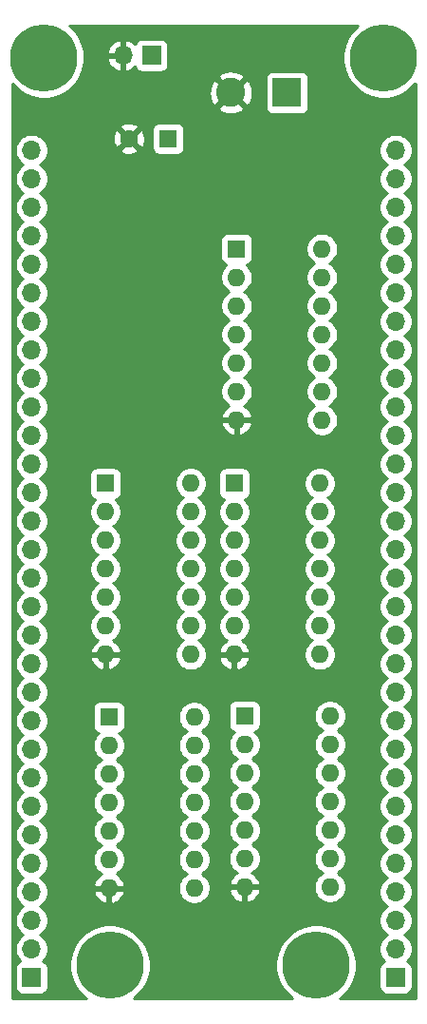
<source format=gbr>
%TF.GenerationSoftware,KiCad,Pcbnew,(5.1.9-0-10_14)*%
%TF.CreationDate,2021-06-04T20:59:10-04:00*%
%TF.ProjectId,INVERT_CONTROL_INTERFACE,494e5645-5254-45f4-934f-4e54524f4c5f,rev?*%
%TF.SameCoordinates,Original*%
%TF.FileFunction,Copper,L4,Bot*%
%TF.FilePolarity,Positive*%
%FSLAX46Y46*%
G04 Gerber Fmt 4.6, Leading zero omitted, Abs format (unit mm)*
G04 Created by KiCad (PCBNEW (5.1.9-0-10_14)) date 2021-06-04 20:59:10*
%MOMM*%
%LPD*%
G01*
G04 APERTURE LIST*
%TA.AperFunction,ComponentPad*%
%ADD10C,0.800000*%
%TD*%
%TA.AperFunction,ComponentPad*%
%ADD11C,6.000000*%
%TD*%
%TA.AperFunction,ComponentPad*%
%ADD12C,1.600000*%
%TD*%
%TA.AperFunction,ComponentPad*%
%ADD13R,1.600000X1.600000*%
%TD*%
%TA.AperFunction,ComponentPad*%
%ADD14C,2.600000*%
%TD*%
%TA.AperFunction,ComponentPad*%
%ADD15R,2.600000X2.600000*%
%TD*%
%TA.AperFunction,ComponentPad*%
%ADD16O,1.700000X1.700000*%
%TD*%
%TA.AperFunction,ComponentPad*%
%ADD17R,1.700000X1.700000*%
%TD*%
%TA.AperFunction,ComponentPad*%
%ADD18O,1.600000X1.600000*%
%TD*%
%TA.AperFunction,Conductor*%
%ADD19C,0.500000*%
%TD*%
%TA.AperFunction,Conductor*%
%ADD20C,0.254000*%
%TD*%
%TA.AperFunction,Conductor*%
%ADD21C,0.100000*%
%TD*%
G04 APERTURE END LIST*
D10*
%TO.P,REF\u002A\u002A,1*%
%TO.N,N/C*%
X86490990Y-51909010D03*
X84900000Y-51250000D03*
X83309010Y-51909010D03*
X82650000Y-53500000D03*
X83309010Y-55090990D03*
X84900000Y-55750000D03*
X86490990Y-55090990D03*
X87150000Y-53500000D03*
D11*
X84900000Y-53500000D03*
%TD*%
%TO.P,REF\u002A\u002A,1*%
%TO.N,N/C*%
X115200000Y-53500000D03*
D10*
X117450000Y-53500000D03*
X116790990Y-55090990D03*
X115200000Y-55750000D03*
X113609010Y-55090990D03*
X112950000Y-53500000D03*
X113609010Y-51909010D03*
X115200000Y-51250000D03*
X116790990Y-51909010D03*
%TD*%
D11*
%TO.P,REF\u002A\u002A,1*%
%TO.N,N/C*%
X90800000Y-134300000D03*
D10*
X93050000Y-134300000D03*
X92390990Y-135890990D03*
X90800000Y-136550000D03*
X89209010Y-135890990D03*
X88550000Y-134300000D03*
X89209010Y-132709010D03*
X90800000Y-132050000D03*
X92390990Y-132709010D03*
%TD*%
%TO.P,REF\u002A\u002A,1*%
%TO.N,N/C*%
X110790990Y-132709010D03*
X109200000Y-132050000D03*
X107609010Y-132709010D03*
X106950000Y-134300000D03*
X107609010Y-135890990D03*
X109200000Y-136550000D03*
X110790990Y-135890990D03*
X111450000Y-134300000D03*
D11*
X109200000Y-134300000D03*
%TD*%
D12*
%TO.P,C1,2*%
%TO.N,GND*%
X92500000Y-60700000D03*
D13*
%TO.P,C1,1*%
%TO.N,VCC*%
X96000000Y-60700000D03*
%TD*%
D14*
%TO.P,J4,2*%
%TO.N,GND*%
X101600000Y-56600000D03*
D15*
%TO.P,J4,1*%
%TO.N,VCC*%
X106600000Y-56600000D03*
%TD*%
D16*
%TO.P,J3,2*%
%TO.N,GND*%
X91960000Y-53300000D03*
D17*
%TO.P,J3,1*%
%TO.N,VCC*%
X94500000Y-53300000D03*
%TD*%
D16*
%TO.P,J1,30*%
%TO.N,Net-(J1-Pad30)*%
X116300000Y-61740000D03*
%TO.P,J1,29*%
%TO.N,Net-(J1-Pad29)*%
X116300000Y-64280000D03*
%TO.P,J1,28*%
%TO.N,Net-(J1-Pad28)*%
X116300000Y-66820000D03*
%TO.P,J1,27*%
%TO.N,Net-(J1-Pad27)*%
X116300000Y-69360000D03*
%TO.P,J1,26*%
%TO.N,Net-(J1-Pad26)*%
X116300000Y-71900000D03*
%TO.P,J1,25*%
%TO.N,Net-(J1-Pad25)*%
X116300000Y-74440000D03*
%TO.P,J1,24*%
%TO.N,Net-(J1-Pad24)*%
X116300000Y-76980000D03*
%TO.P,J1,23*%
%TO.N,Net-(J1-Pad23)*%
X116300000Y-79520000D03*
%TO.P,J1,22*%
%TO.N,Net-(J1-Pad22)*%
X116300000Y-82060000D03*
%TO.P,J1,21*%
%TO.N,Net-(J1-Pad21)*%
X116300000Y-84600000D03*
%TO.P,J1,20*%
%TO.N,Net-(J1-Pad20)*%
X116300000Y-87140000D03*
%TO.P,J1,19*%
%TO.N,Net-(J1-Pad19)*%
X116300000Y-89680000D03*
%TO.P,J1,18*%
%TO.N,Net-(J1-Pad18)*%
X116300000Y-92220000D03*
%TO.P,J1,17*%
%TO.N,Net-(J1-Pad17)*%
X116300000Y-94760000D03*
%TO.P,J1,16*%
%TO.N,Net-(J1-Pad16)*%
X116300000Y-97300000D03*
%TO.P,J1,15*%
%TO.N,Net-(J1-Pad15)*%
X116300000Y-99840000D03*
%TO.P,J1,14*%
%TO.N,Net-(J1-Pad14)*%
X116300000Y-102380000D03*
%TO.P,J1,13*%
%TO.N,Net-(J1-Pad13)*%
X116300000Y-104920000D03*
%TO.P,J1,12*%
%TO.N,Net-(J1-Pad12)*%
X116300000Y-107460000D03*
%TO.P,J1,11*%
%TO.N,Net-(J1-Pad11)*%
X116300000Y-110000000D03*
%TO.P,J1,10*%
%TO.N,Net-(J1-Pad10)*%
X116300000Y-112540000D03*
%TO.P,J1,9*%
%TO.N,Net-(J1-Pad9)*%
X116300000Y-115080000D03*
%TO.P,J1,8*%
%TO.N,Net-(J1-Pad8)*%
X116300000Y-117620000D03*
%TO.P,J1,7*%
%TO.N,Net-(J1-Pad7)*%
X116300000Y-120160000D03*
%TO.P,J1,6*%
%TO.N,Net-(J1-Pad6)*%
X116300000Y-122700000D03*
%TO.P,J1,5*%
%TO.N,Net-(J1-Pad5)*%
X116300000Y-125240000D03*
%TO.P,J1,4*%
%TO.N,Net-(J1-Pad4)*%
X116300000Y-127780000D03*
%TO.P,J1,3*%
%TO.N,Net-(J1-Pad3)*%
X116300000Y-130320000D03*
%TO.P,J1,2*%
%TO.N,Net-(J1-Pad2)*%
X116300000Y-132860000D03*
D17*
%TO.P,J1,1*%
%TO.N,Net-(J1-Pad1)*%
X116300000Y-135400000D03*
%TD*%
D16*
%TO.P,J2,30*%
%TO.N,Net-(J2-Pad30)*%
X83800000Y-61740000D03*
%TO.P,J2,29*%
%TO.N,Net-(J2-Pad29)*%
X83800000Y-64280000D03*
%TO.P,J2,28*%
%TO.N,Net-(J2-Pad28)*%
X83800000Y-66820000D03*
%TO.P,J2,27*%
%TO.N,Net-(J2-Pad27)*%
X83800000Y-69360000D03*
%TO.P,J2,26*%
%TO.N,Net-(J2-Pad26)*%
X83800000Y-71900000D03*
%TO.P,J2,25*%
%TO.N,Net-(J2-Pad25)*%
X83800000Y-74440000D03*
%TO.P,J2,24*%
%TO.N,Net-(J2-Pad24)*%
X83800000Y-76980000D03*
%TO.P,J2,23*%
%TO.N,Net-(J2-Pad23)*%
X83800000Y-79520000D03*
%TO.P,J2,22*%
%TO.N,Net-(J2-Pad22)*%
X83800000Y-82060000D03*
%TO.P,J2,21*%
%TO.N,Net-(J2-Pad21)*%
X83800000Y-84600000D03*
%TO.P,J2,20*%
%TO.N,Net-(J2-Pad20)*%
X83800000Y-87140000D03*
%TO.P,J2,19*%
%TO.N,Net-(J2-Pad19)*%
X83800000Y-89680000D03*
%TO.P,J2,18*%
%TO.N,Net-(J2-Pad18)*%
X83800000Y-92220000D03*
%TO.P,J2,17*%
%TO.N,Net-(J2-Pad17)*%
X83800000Y-94760000D03*
%TO.P,J2,16*%
%TO.N,Net-(J2-Pad16)*%
X83800000Y-97300000D03*
%TO.P,J2,15*%
%TO.N,Net-(J2-Pad15)*%
X83800000Y-99840000D03*
%TO.P,J2,14*%
%TO.N,Net-(J2-Pad14)*%
X83800000Y-102380000D03*
%TO.P,J2,13*%
%TO.N,Net-(J2-Pad13)*%
X83800000Y-104920000D03*
%TO.P,J2,12*%
%TO.N,Net-(J2-Pad12)*%
X83800000Y-107460000D03*
%TO.P,J2,11*%
%TO.N,Net-(J2-Pad11)*%
X83800000Y-110000000D03*
%TO.P,J2,10*%
%TO.N,Net-(J2-Pad10)*%
X83800000Y-112540000D03*
%TO.P,J2,9*%
%TO.N,Net-(J2-Pad9)*%
X83800000Y-115080000D03*
%TO.P,J2,8*%
%TO.N,Net-(J2-Pad8)*%
X83800000Y-117620000D03*
%TO.P,J2,7*%
%TO.N,Net-(J2-Pad7)*%
X83800000Y-120160000D03*
%TO.P,J2,6*%
%TO.N,Net-(J2-Pad6)*%
X83800000Y-122700000D03*
%TO.P,J2,5*%
%TO.N,Net-(J2-Pad5)*%
X83800000Y-125240000D03*
%TO.P,J2,4*%
%TO.N,Net-(J2-Pad4)*%
X83800000Y-127780000D03*
%TO.P,J2,3*%
%TO.N,Net-(J2-Pad3)*%
X83800000Y-130320000D03*
%TO.P,J2,2*%
%TO.N,Net-(J2-Pad2)*%
X83800000Y-132860000D03*
D17*
%TO.P,J2,1*%
%TO.N,Net-(J2-Pad1)*%
X83800000Y-135400000D03*
%TD*%
D18*
%TO.P,U5,14*%
%TO.N,VCC*%
X98320000Y-112200000D03*
%TO.P,U5,7*%
%TO.N,GND*%
X90700000Y-127440000D03*
%TO.P,U5,13*%
%TO.N,Net-(J2-Pad6)*%
X98320000Y-114740000D03*
%TO.P,U5,6*%
%TO.N,Net-(J1-Pad3)*%
X90700000Y-124900000D03*
%TO.P,U5,12*%
%TO.N,Net-(J1-Pad6)*%
X98320000Y-117280000D03*
%TO.P,U5,5*%
%TO.N,Net-(J2-Pad3)*%
X90700000Y-122360000D03*
%TO.P,U5,11*%
%TO.N,Net-(J2-Pad5)*%
X98320000Y-119820000D03*
%TO.P,U5,4*%
%TO.N,Net-(J1-Pad2)*%
X90700000Y-119820000D03*
%TO.P,U5,10*%
%TO.N,Net-(J1-Pad5)*%
X98320000Y-122360000D03*
%TO.P,U5,3*%
%TO.N,Net-(J2-Pad2)*%
X90700000Y-117280000D03*
%TO.P,U5,9*%
%TO.N,Net-(J2-Pad4)*%
X98320000Y-124900000D03*
%TO.P,U5,2*%
%TO.N,Net-(J1-Pad1)*%
X90700000Y-114740000D03*
%TO.P,U5,8*%
%TO.N,Net-(J1-Pad4)*%
X98320000Y-127440000D03*
D13*
%TO.P,U5,1*%
%TO.N,Net-(J2-Pad1)*%
X90700000Y-112200000D03*
%TD*%
D18*
%TO.P,U4,14*%
%TO.N,VCC*%
X98020000Y-91400000D03*
%TO.P,U4,7*%
%TO.N,GND*%
X90400000Y-106640000D03*
%TO.P,U4,13*%
%TO.N,Net-(J2-Pad25)*%
X98020000Y-93940000D03*
%TO.P,U4,6*%
%TO.N,Net-(J1-Pad28)*%
X90400000Y-104100000D03*
%TO.P,U4,12*%
%TO.N,Net-(J1-Pad25)*%
X98020000Y-96480000D03*
%TO.P,U4,5*%
%TO.N,Net-(J2-Pad28)*%
X90400000Y-101560000D03*
%TO.P,U4,11*%
%TO.N,Net-(J2-Pad26)*%
X98020000Y-99020000D03*
%TO.P,U4,4*%
%TO.N,Net-(J1-Pad29)*%
X90400000Y-99020000D03*
%TO.P,U4,10*%
%TO.N,Net-(J1-Pad26)*%
X98020000Y-101560000D03*
%TO.P,U4,3*%
%TO.N,Net-(J2-Pad29)*%
X90400000Y-96480000D03*
%TO.P,U4,9*%
%TO.N,Net-(J2-Pad27)*%
X98020000Y-104100000D03*
%TO.P,U4,2*%
%TO.N,Net-(J1-Pad30)*%
X90400000Y-93940000D03*
%TO.P,U4,8*%
%TO.N,Net-(J1-Pad27)*%
X98020000Y-106640000D03*
D13*
%TO.P,U4,1*%
%TO.N,Net-(J2-Pad30)*%
X90400000Y-91400000D03*
%TD*%
D18*
%TO.P,U3,14*%
%TO.N,VCC*%
X109520000Y-91400000D03*
%TO.P,U3,7*%
%TO.N,GND*%
X101900000Y-106640000D03*
%TO.P,U3,13*%
%TO.N,Net-(J2-Pad13)*%
X109520000Y-93940000D03*
%TO.P,U3,6*%
%TO.N,Net-(J1-Pad16)*%
X101900000Y-104100000D03*
%TO.P,U3,12*%
%TO.N,Net-(J1-Pad13)*%
X109520000Y-96480000D03*
%TO.P,U3,5*%
%TO.N,Net-(J2-Pad16)*%
X101900000Y-101560000D03*
%TO.P,U3,11*%
%TO.N,Net-(J2-Pad14)*%
X109520000Y-99020000D03*
%TO.P,U3,4*%
%TO.N,Net-(J1-Pad17)*%
X101900000Y-99020000D03*
%TO.P,U3,10*%
%TO.N,Net-(J1-Pad14)*%
X109520000Y-101560000D03*
%TO.P,U3,3*%
%TO.N,Net-(J2-Pad17)*%
X101900000Y-96480000D03*
%TO.P,U3,9*%
%TO.N,Net-(J2-Pad15)*%
X109520000Y-104100000D03*
%TO.P,U3,2*%
%TO.N,Net-(J1-Pad18)*%
X101900000Y-93940000D03*
%TO.P,U3,8*%
%TO.N,Net-(J1-Pad15)*%
X109520000Y-106640000D03*
D13*
%TO.P,U3,1*%
%TO.N,Net-(J2-Pad18)*%
X101900000Y-91400000D03*
%TD*%
D18*
%TO.P,U2,14*%
%TO.N,VCC*%
X109720000Y-70500000D03*
%TO.P,U2,7*%
%TO.N,GND*%
X102100000Y-85740000D03*
%TO.P,U2,13*%
%TO.N,Net-(J2-Pad19)*%
X109720000Y-73040000D03*
%TO.P,U2,6*%
%TO.N,Net-(J1-Pad22)*%
X102100000Y-83200000D03*
%TO.P,U2,12*%
%TO.N,Net-(J1-Pad19)*%
X109720000Y-75580000D03*
%TO.P,U2,5*%
%TO.N,Net-(J2-Pad22)*%
X102100000Y-80660000D03*
%TO.P,U2,11*%
%TO.N,Net-(J2-Pad20)*%
X109720000Y-78120000D03*
%TO.P,U2,4*%
%TO.N,Net-(J1-Pad23)*%
X102100000Y-78120000D03*
%TO.P,U2,10*%
%TO.N,Net-(J1-Pad20)*%
X109720000Y-80660000D03*
%TO.P,U2,3*%
%TO.N,Net-(J2-Pad23)*%
X102100000Y-75580000D03*
%TO.P,U2,9*%
%TO.N,Net-(J2-Pad21)*%
X109720000Y-83200000D03*
%TO.P,U2,2*%
%TO.N,Net-(J1-Pad24)*%
X102100000Y-73040000D03*
%TO.P,U2,8*%
%TO.N,Net-(J1-Pad21)*%
X109720000Y-85740000D03*
D13*
%TO.P,U2,1*%
%TO.N,Net-(J2-Pad24)*%
X102100000Y-70500000D03*
%TD*%
D18*
%TO.P,U1,14*%
%TO.N,VCC*%
X110420000Y-112100000D03*
%TO.P,U1,7*%
%TO.N,GND*%
X102800000Y-127340000D03*
%TO.P,U1,13*%
%TO.N,Net-(J2-Pad7)*%
X110420000Y-114640000D03*
%TO.P,U1,6*%
%TO.N,Net-(J1-Pad10)*%
X102800000Y-124800000D03*
%TO.P,U1,12*%
%TO.N,Net-(J1-Pad7)*%
X110420000Y-117180000D03*
%TO.P,U1,5*%
%TO.N,Net-(J2-Pad10)*%
X102800000Y-122260000D03*
%TO.P,U1,11*%
%TO.N,Net-(J2-Pad8)*%
X110420000Y-119720000D03*
%TO.P,U1,4*%
%TO.N,Net-(J1-Pad11)*%
X102800000Y-119720000D03*
%TO.P,U1,10*%
%TO.N,Net-(J1-Pad8)*%
X110420000Y-122260000D03*
%TO.P,U1,3*%
%TO.N,Net-(J2-Pad11)*%
X102800000Y-117180000D03*
%TO.P,U1,9*%
%TO.N,Net-(J2-Pad9)*%
X110420000Y-124800000D03*
%TO.P,U1,2*%
%TO.N,Net-(J1-Pad12)*%
X102800000Y-114640000D03*
%TO.P,U1,8*%
%TO.N,Net-(J1-Pad9)*%
X110420000Y-127340000D03*
D13*
%TO.P,U1,1*%
%TO.N,Net-(J2-Pad12)*%
X102800000Y-112100000D03*
%TD*%
D19*
%TO.N,VCC*%
X106600000Y-56600000D02*
X107100000Y-56600000D01*
%TD*%
D20*
%TO.N,GND*%
X112882823Y-50676511D02*
X112376511Y-51182823D01*
X111978705Y-51778182D01*
X111704691Y-52439710D01*
X111565000Y-53141984D01*
X111565000Y-53858016D01*
X111704691Y-54560290D01*
X111978705Y-55221818D01*
X112376511Y-55817177D01*
X112882823Y-56323489D01*
X113478182Y-56721295D01*
X114139710Y-56995309D01*
X114841984Y-57135000D01*
X115558016Y-57135000D01*
X116260290Y-56995309D01*
X116921818Y-56721295D01*
X117517177Y-56323489D01*
X118023489Y-55817177D01*
X118040000Y-55792466D01*
X118040001Y-137240000D01*
X111342806Y-137240000D01*
X111517177Y-137123489D01*
X112023489Y-136617177D01*
X112421295Y-136021818D01*
X112695309Y-135360290D01*
X112835000Y-134658016D01*
X112835000Y-134550000D01*
X114811928Y-134550000D01*
X114811928Y-136250000D01*
X114824188Y-136374482D01*
X114860498Y-136494180D01*
X114919463Y-136604494D01*
X114998815Y-136701185D01*
X115095506Y-136780537D01*
X115205820Y-136839502D01*
X115325518Y-136875812D01*
X115450000Y-136888072D01*
X117150000Y-136888072D01*
X117274482Y-136875812D01*
X117394180Y-136839502D01*
X117504494Y-136780537D01*
X117601185Y-136701185D01*
X117680537Y-136604494D01*
X117739502Y-136494180D01*
X117775812Y-136374482D01*
X117788072Y-136250000D01*
X117788072Y-134550000D01*
X117775812Y-134425518D01*
X117739502Y-134305820D01*
X117680537Y-134195506D01*
X117601185Y-134098815D01*
X117504494Y-134019463D01*
X117394180Y-133960498D01*
X117321620Y-133938487D01*
X117453475Y-133806632D01*
X117615990Y-133563411D01*
X117727932Y-133293158D01*
X117785000Y-133006260D01*
X117785000Y-132713740D01*
X117727932Y-132426842D01*
X117615990Y-132156589D01*
X117453475Y-131913368D01*
X117246632Y-131706525D01*
X117072240Y-131590000D01*
X117246632Y-131473475D01*
X117453475Y-131266632D01*
X117615990Y-131023411D01*
X117727932Y-130753158D01*
X117785000Y-130466260D01*
X117785000Y-130173740D01*
X117727932Y-129886842D01*
X117615990Y-129616589D01*
X117453475Y-129373368D01*
X117246632Y-129166525D01*
X117072240Y-129050000D01*
X117246632Y-128933475D01*
X117453475Y-128726632D01*
X117615990Y-128483411D01*
X117727932Y-128213158D01*
X117785000Y-127926260D01*
X117785000Y-127633740D01*
X117727932Y-127346842D01*
X117615990Y-127076589D01*
X117453475Y-126833368D01*
X117246632Y-126626525D01*
X117072240Y-126510000D01*
X117246632Y-126393475D01*
X117453475Y-126186632D01*
X117615990Y-125943411D01*
X117727932Y-125673158D01*
X117785000Y-125386260D01*
X117785000Y-125093740D01*
X117727932Y-124806842D01*
X117615990Y-124536589D01*
X117453475Y-124293368D01*
X117246632Y-124086525D01*
X117072240Y-123970000D01*
X117246632Y-123853475D01*
X117453475Y-123646632D01*
X117615990Y-123403411D01*
X117727932Y-123133158D01*
X117785000Y-122846260D01*
X117785000Y-122553740D01*
X117727932Y-122266842D01*
X117615990Y-121996589D01*
X117453475Y-121753368D01*
X117246632Y-121546525D01*
X117072240Y-121430000D01*
X117246632Y-121313475D01*
X117453475Y-121106632D01*
X117615990Y-120863411D01*
X117727932Y-120593158D01*
X117785000Y-120306260D01*
X117785000Y-120013740D01*
X117727932Y-119726842D01*
X117615990Y-119456589D01*
X117453475Y-119213368D01*
X117246632Y-119006525D01*
X117072240Y-118890000D01*
X117246632Y-118773475D01*
X117453475Y-118566632D01*
X117615990Y-118323411D01*
X117727932Y-118053158D01*
X117785000Y-117766260D01*
X117785000Y-117473740D01*
X117727932Y-117186842D01*
X117615990Y-116916589D01*
X117453475Y-116673368D01*
X117246632Y-116466525D01*
X117072240Y-116350000D01*
X117246632Y-116233475D01*
X117453475Y-116026632D01*
X117615990Y-115783411D01*
X117727932Y-115513158D01*
X117785000Y-115226260D01*
X117785000Y-114933740D01*
X117727932Y-114646842D01*
X117615990Y-114376589D01*
X117453475Y-114133368D01*
X117246632Y-113926525D01*
X117072240Y-113810000D01*
X117246632Y-113693475D01*
X117453475Y-113486632D01*
X117615990Y-113243411D01*
X117727932Y-112973158D01*
X117785000Y-112686260D01*
X117785000Y-112393740D01*
X117727932Y-112106842D01*
X117615990Y-111836589D01*
X117453475Y-111593368D01*
X117246632Y-111386525D01*
X117072240Y-111270000D01*
X117246632Y-111153475D01*
X117453475Y-110946632D01*
X117615990Y-110703411D01*
X117727932Y-110433158D01*
X117785000Y-110146260D01*
X117785000Y-109853740D01*
X117727932Y-109566842D01*
X117615990Y-109296589D01*
X117453475Y-109053368D01*
X117246632Y-108846525D01*
X117072240Y-108730000D01*
X117246632Y-108613475D01*
X117453475Y-108406632D01*
X117615990Y-108163411D01*
X117727932Y-107893158D01*
X117785000Y-107606260D01*
X117785000Y-107313740D01*
X117727932Y-107026842D01*
X117615990Y-106756589D01*
X117453475Y-106513368D01*
X117246632Y-106306525D01*
X117072240Y-106190000D01*
X117246632Y-106073475D01*
X117453475Y-105866632D01*
X117615990Y-105623411D01*
X117727932Y-105353158D01*
X117785000Y-105066260D01*
X117785000Y-104773740D01*
X117727932Y-104486842D01*
X117615990Y-104216589D01*
X117453475Y-103973368D01*
X117246632Y-103766525D01*
X117072240Y-103650000D01*
X117246632Y-103533475D01*
X117453475Y-103326632D01*
X117615990Y-103083411D01*
X117727932Y-102813158D01*
X117785000Y-102526260D01*
X117785000Y-102233740D01*
X117727932Y-101946842D01*
X117615990Y-101676589D01*
X117453475Y-101433368D01*
X117246632Y-101226525D01*
X117072240Y-101110000D01*
X117246632Y-100993475D01*
X117453475Y-100786632D01*
X117615990Y-100543411D01*
X117727932Y-100273158D01*
X117785000Y-99986260D01*
X117785000Y-99693740D01*
X117727932Y-99406842D01*
X117615990Y-99136589D01*
X117453475Y-98893368D01*
X117246632Y-98686525D01*
X117072240Y-98570000D01*
X117246632Y-98453475D01*
X117453475Y-98246632D01*
X117615990Y-98003411D01*
X117727932Y-97733158D01*
X117785000Y-97446260D01*
X117785000Y-97153740D01*
X117727932Y-96866842D01*
X117615990Y-96596589D01*
X117453475Y-96353368D01*
X117246632Y-96146525D01*
X117072240Y-96030000D01*
X117246632Y-95913475D01*
X117453475Y-95706632D01*
X117615990Y-95463411D01*
X117727932Y-95193158D01*
X117785000Y-94906260D01*
X117785000Y-94613740D01*
X117727932Y-94326842D01*
X117615990Y-94056589D01*
X117453475Y-93813368D01*
X117246632Y-93606525D01*
X117072240Y-93490000D01*
X117246632Y-93373475D01*
X117453475Y-93166632D01*
X117615990Y-92923411D01*
X117727932Y-92653158D01*
X117785000Y-92366260D01*
X117785000Y-92073740D01*
X117727932Y-91786842D01*
X117615990Y-91516589D01*
X117453475Y-91273368D01*
X117246632Y-91066525D01*
X117072240Y-90950000D01*
X117246632Y-90833475D01*
X117453475Y-90626632D01*
X117615990Y-90383411D01*
X117727932Y-90113158D01*
X117785000Y-89826260D01*
X117785000Y-89533740D01*
X117727932Y-89246842D01*
X117615990Y-88976589D01*
X117453475Y-88733368D01*
X117246632Y-88526525D01*
X117072240Y-88410000D01*
X117246632Y-88293475D01*
X117453475Y-88086632D01*
X117615990Y-87843411D01*
X117727932Y-87573158D01*
X117785000Y-87286260D01*
X117785000Y-86993740D01*
X117727932Y-86706842D01*
X117615990Y-86436589D01*
X117453475Y-86193368D01*
X117246632Y-85986525D01*
X117072240Y-85870000D01*
X117246632Y-85753475D01*
X117453475Y-85546632D01*
X117615990Y-85303411D01*
X117727932Y-85033158D01*
X117785000Y-84746260D01*
X117785000Y-84453740D01*
X117727932Y-84166842D01*
X117615990Y-83896589D01*
X117453475Y-83653368D01*
X117246632Y-83446525D01*
X117072240Y-83330000D01*
X117246632Y-83213475D01*
X117453475Y-83006632D01*
X117615990Y-82763411D01*
X117727932Y-82493158D01*
X117785000Y-82206260D01*
X117785000Y-81913740D01*
X117727932Y-81626842D01*
X117615990Y-81356589D01*
X117453475Y-81113368D01*
X117246632Y-80906525D01*
X117072240Y-80790000D01*
X117246632Y-80673475D01*
X117453475Y-80466632D01*
X117615990Y-80223411D01*
X117727932Y-79953158D01*
X117785000Y-79666260D01*
X117785000Y-79373740D01*
X117727932Y-79086842D01*
X117615990Y-78816589D01*
X117453475Y-78573368D01*
X117246632Y-78366525D01*
X117072240Y-78250000D01*
X117246632Y-78133475D01*
X117453475Y-77926632D01*
X117615990Y-77683411D01*
X117727932Y-77413158D01*
X117785000Y-77126260D01*
X117785000Y-76833740D01*
X117727932Y-76546842D01*
X117615990Y-76276589D01*
X117453475Y-76033368D01*
X117246632Y-75826525D01*
X117072240Y-75710000D01*
X117246632Y-75593475D01*
X117453475Y-75386632D01*
X117615990Y-75143411D01*
X117727932Y-74873158D01*
X117785000Y-74586260D01*
X117785000Y-74293740D01*
X117727932Y-74006842D01*
X117615990Y-73736589D01*
X117453475Y-73493368D01*
X117246632Y-73286525D01*
X117072240Y-73170000D01*
X117246632Y-73053475D01*
X117453475Y-72846632D01*
X117615990Y-72603411D01*
X117727932Y-72333158D01*
X117785000Y-72046260D01*
X117785000Y-71753740D01*
X117727932Y-71466842D01*
X117615990Y-71196589D01*
X117453475Y-70953368D01*
X117246632Y-70746525D01*
X117072240Y-70630000D01*
X117246632Y-70513475D01*
X117453475Y-70306632D01*
X117615990Y-70063411D01*
X117727932Y-69793158D01*
X117785000Y-69506260D01*
X117785000Y-69213740D01*
X117727932Y-68926842D01*
X117615990Y-68656589D01*
X117453475Y-68413368D01*
X117246632Y-68206525D01*
X117072240Y-68090000D01*
X117246632Y-67973475D01*
X117453475Y-67766632D01*
X117615990Y-67523411D01*
X117727932Y-67253158D01*
X117785000Y-66966260D01*
X117785000Y-66673740D01*
X117727932Y-66386842D01*
X117615990Y-66116589D01*
X117453475Y-65873368D01*
X117246632Y-65666525D01*
X117072240Y-65550000D01*
X117246632Y-65433475D01*
X117453475Y-65226632D01*
X117615990Y-64983411D01*
X117727932Y-64713158D01*
X117785000Y-64426260D01*
X117785000Y-64133740D01*
X117727932Y-63846842D01*
X117615990Y-63576589D01*
X117453475Y-63333368D01*
X117246632Y-63126525D01*
X117072240Y-63010000D01*
X117246632Y-62893475D01*
X117453475Y-62686632D01*
X117615990Y-62443411D01*
X117727932Y-62173158D01*
X117785000Y-61886260D01*
X117785000Y-61593740D01*
X117727932Y-61306842D01*
X117615990Y-61036589D01*
X117453475Y-60793368D01*
X117246632Y-60586525D01*
X117003411Y-60424010D01*
X116733158Y-60312068D01*
X116446260Y-60255000D01*
X116153740Y-60255000D01*
X115866842Y-60312068D01*
X115596589Y-60424010D01*
X115353368Y-60586525D01*
X115146525Y-60793368D01*
X114984010Y-61036589D01*
X114872068Y-61306842D01*
X114815000Y-61593740D01*
X114815000Y-61886260D01*
X114872068Y-62173158D01*
X114984010Y-62443411D01*
X115146525Y-62686632D01*
X115353368Y-62893475D01*
X115527760Y-63010000D01*
X115353368Y-63126525D01*
X115146525Y-63333368D01*
X114984010Y-63576589D01*
X114872068Y-63846842D01*
X114815000Y-64133740D01*
X114815000Y-64426260D01*
X114872068Y-64713158D01*
X114984010Y-64983411D01*
X115146525Y-65226632D01*
X115353368Y-65433475D01*
X115527760Y-65550000D01*
X115353368Y-65666525D01*
X115146525Y-65873368D01*
X114984010Y-66116589D01*
X114872068Y-66386842D01*
X114815000Y-66673740D01*
X114815000Y-66966260D01*
X114872068Y-67253158D01*
X114984010Y-67523411D01*
X115146525Y-67766632D01*
X115353368Y-67973475D01*
X115527760Y-68090000D01*
X115353368Y-68206525D01*
X115146525Y-68413368D01*
X114984010Y-68656589D01*
X114872068Y-68926842D01*
X114815000Y-69213740D01*
X114815000Y-69506260D01*
X114872068Y-69793158D01*
X114984010Y-70063411D01*
X115146525Y-70306632D01*
X115353368Y-70513475D01*
X115527760Y-70630000D01*
X115353368Y-70746525D01*
X115146525Y-70953368D01*
X114984010Y-71196589D01*
X114872068Y-71466842D01*
X114815000Y-71753740D01*
X114815000Y-72046260D01*
X114872068Y-72333158D01*
X114984010Y-72603411D01*
X115146525Y-72846632D01*
X115353368Y-73053475D01*
X115527760Y-73170000D01*
X115353368Y-73286525D01*
X115146525Y-73493368D01*
X114984010Y-73736589D01*
X114872068Y-74006842D01*
X114815000Y-74293740D01*
X114815000Y-74586260D01*
X114872068Y-74873158D01*
X114984010Y-75143411D01*
X115146525Y-75386632D01*
X115353368Y-75593475D01*
X115527760Y-75710000D01*
X115353368Y-75826525D01*
X115146525Y-76033368D01*
X114984010Y-76276589D01*
X114872068Y-76546842D01*
X114815000Y-76833740D01*
X114815000Y-77126260D01*
X114872068Y-77413158D01*
X114984010Y-77683411D01*
X115146525Y-77926632D01*
X115353368Y-78133475D01*
X115527760Y-78250000D01*
X115353368Y-78366525D01*
X115146525Y-78573368D01*
X114984010Y-78816589D01*
X114872068Y-79086842D01*
X114815000Y-79373740D01*
X114815000Y-79666260D01*
X114872068Y-79953158D01*
X114984010Y-80223411D01*
X115146525Y-80466632D01*
X115353368Y-80673475D01*
X115527760Y-80790000D01*
X115353368Y-80906525D01*
X115146525Y-81113368D01*
X114984010Y-81356589D01*
X114872068Y-81626842D01*
X114815000Y-81913740D01*
X114815000Y-82206260D01*
X114872068Y-82493158D01*
X114984010Y-82763411D01*
X115146525Y-83006632D01*
X115353368Y-83213475D01*
X115527760Y-83330000D01*
X115353368Y-83446525D01*
X115146525Y-83653368D01*
X114984010Y-83896589D01*
X114872068Y-84166842D01*
X114815000Y-84453740D01*
X114815000Y-84746260D01*
X114872068Y-85033158D01*
X114984010Y-85303411D01*
X115146525Y-85546632D01*
X115353368Y-85753475D01*
X115527760Y-85870000D01*
X115353368Y-85986525D01*
X115146525Y-86193368D01*
X114984010Y-86436589D01*
X114872068Y-86706842D01*
X114815000Y-86993740D01*
X114815000Y-87286260D01*
X114872068Y-87573158D01*
X114984010Y-87843411D01*
X115146525Y-88086632D01*
X115353368Y-88293475D01*
X115527760Y-88410000D01*
X115353368Y-88526525D01*
X115146525Y-88733368D01*
X114984010Y-88976589D01*
X114872068Y-89246842D01*
X114815000Y-89533740D01*
X114815000Y-89826260D01*
X114872068Y-90113158D01*
X114984010Y-90383411D01*
X115146525Y-90626632D01*
X115353368Y-90833475D01*
X115527760Y-90950000D01*
X115353368Y-91066525D01*
X115146525Y-91273368D01*
X114984010Y-91516589D01*
X114872068Y-91786842D01*
X114815000Y-92073740D01*
X114815000Y-92366260D01*
X114872068Y-92653158D01*
X114984010Y-92923411D01*
X115146525Y-93166632D01*
X115353368Y-93373475D01*
X115527760Y-93490000D01*
X115353368Y-93606525D01*
X115146525Y-93813368D01*
X114984010Y-94056589D01*
X114872068Y-94326842D01*
X114815000Y-94613740D01*
X114815000Y-94906260D01*
X114872068Y-95193158D01*
X114984010Y-95463411D01*
X115146525Y-95706632D01*
X115353368Y-95913475D01*
X115527760Y-96030000D01*
X115353368Y-96146525D01*
X115146525Y-96353368D01*
X114984010Y-96596589D01*
X114872068Y-96866842D01*
X114815000Y-97153740D01*
X114815000Y-97446260D01*
X114872068Y-97733158D01*
X114984010Y-98003411D01*
X115146525Y-98246632D01*
X115353368Y-98453475D01*
X115527760Y-98570000D01*
X115353368Y-98686525D01*
X115146525Y-98893368D01*
X114984010Y-99136589D01*
X114872068Y-99406842D01*
X114815000Y-99693740D01*
X114815000Y-99986260D01*
X114872068Y-100273158D01*
X114984010Y-100543411D01*
X115146525Y-100786632D01*
X115353368Y-100993475D01*
X115527760Y-101110000D01*
X115353368Y-101226525D01*
X115146525Y-101433368D01*
X114984010Y-101676589D01*
X114872068Y-101946842D01*
X114815000Y-102233740D01*
X114815000Y-102526260D01*
X114872068Y-102813158D01*
X114984010Y-103083411D01*
X115146525Y-103326632D01*
X115353368Y-103533475D01*
X115527760Y-103650000D01*
X115353368Y-103766525D01*
X115146525Y-103973368D01*
X114984010Y-104216589D01*
X114872068Y-104486842D01*
X114815000Y-104773740D01*
X114815000Y-105066260D01*
X114872068Y-105353158D01*
X114984010Y-105623411D01*
X115146525Y-105866632D01*
X115353368Y-106073475D01*
X115527760Y-106190000D01*
X115353368Y-106306525D01*
X115146525Y-106513368D01*
X114984010Y-106756589D01*
X114872068Y-107026842D01*
X114815000Y-107313740D01*
X114815000Y-107606260D01*
X114872068Y-107893158D01*
X114984010Y-108163411D01*
X115146525Y-108406632D01*
X115353368Y-108613475D01*
X115527760Y-108730000D01*
X115353368Y-108846525D01*
X115146525Y-109053368D01*
X114984010Y-109296589D01*
X114872068Y-109566842D01*
X114815000Y-109853740D01*
X114815000Y-110146260D01*
X114872068Y-110433158D01*
X114984010Y-110703411D01*
X115146525Y-110946632D01*
X115353368Y-111153475D01*
X115527760Y-111270000D01*
X115353368Y-111386525D01*
X115146525Y-111593368D01*
X114984010Y-111836589D01*
X114872068Y-112106842D01*
X114815000Y-112393740D01*
X114815000Y-112686260D01*
X114872068Y-112973158D01*
X114984010Y-113243411D01*
X115146525Y-113486632D01*
X115353368Y-113693475D01*
X115527760Y-113810000D01*
X115353368Y-113926525D01*
X115146525Y-114133368D01*
X114984010Y-114376589D01*
X114872068Y-114646842D01*
X114815000Y-114933740D01*
X114815000Y-115226260D01*
X114872068Y-115513158D01*
X114984010Y-115783411D01*
X115146525Y-116026632D01*
X115353368Y-116233475D01*
X115527760Y-116350000D01*
X115353368Y-116466525D01*
X115146525Y-116673368D01*
X114984010Y-116916589D01*
X114872068Y-117186842D01*
X114815000Y-117473740D01*
X114815000Y-117766260D01*
X114872068Y-118053158D01*
X114984010Y-118323411D01*
X115146525Y-118566632D01*
X115353368Y-118773475D01*
X115527760Y-118890000D01*
X115353368Y-119006525D01*
X115146525Y-119213368D01*
X114984010Y-119456589D01*
X114872068Y-119726842D01*
X114815000Y-120013740D01*
X114815000Y-120306260D01*
X114872068Y-120593158D01*
X114984010Y-120863411D01*
X115146525Y-121106632D01*
X115353368Y-121313475D01*
X115527760Y-121430000D01*
X115353368Y-121546525D01*
X115146525Y-121753368D01*
X114984010Y-121996589D01*
X114872068Y-122266842D01*
X114815000Y-122553740D01*
X114815000Y-122846260D01*
X114872068Y-123133158D01*
X114984010Y-123403411D01*
X115146525Y-123646632D01*
X115353368Y-123853475D01*
X115527760Y-123970000D01*
X115353368Y-124086525D01*
X115146525Y-124293368D01*
X114984010Y-124536589D01*
X114872068Y-124806842D01*
X114815000Y-125093740D01*
X114815000Y-125386260D01*
X114872068Y-125673158D01*
X114984010Y-125943411D01*
X115146525Y-126186632D01*
X115353368Y-126393475D01*
X115527760Y-126510000D01*
X115353368Y-126626525D01*
X115146525Y-126833368D01*
X114984010Y-127076589D01*
X114872068Y-127346842D01*
X114815000Y-127633740D01*
X114815000Y-127926260D01*
X114872068Y-128213158D01*
X114984010Y-128483411D01*
X115146525Y-128726632D01*
X115353368Y-128933475D01*
X115527760Y-129050000D01*
X115353368Y-129166525D01*
X115146525Y-129373368D01*
X114984010Y-129616589D01*
X114872068Y-129886842D01*
X114815000Y-130173740D01*
X114815000Y-130466260D01*
X114872068Y-130753158D01*
X114984010Y-131023411D01*
X115146525Y-131266632D01*
X115353368Y-131473475D01*
X115527760Y-131590000D01*
X115353368Y-131706525D01*
X115146525Y-131913368D01*
X114984010Y-132156589D01*
X114872068Y-132426842D01*
X114815000Y-132713740D01*
X114815000Y-133006260D01*
X114872068Y-133293158D01*
X114984010Y-133563411D01*
X115146525Y-133806632D01*
X115278380Y-133938487D01*
X115205820Y-133960498D01*
X115095506Y-134019463D01*
X114998815Y-134098815D01*
X114919463Y-134195506D01*
X114860498Y-134305820D01*
X114824188Y-134425518D01*
X114811928Y-134550000D01*
X112835000Y-134550000D01*
X112835000Y-133941984D01*
X112695309Y-133239710D01*
X112421295Y-132578182D01*
X112023489Y-131982823D01*
X111517177Y-131476511D01*
X110921818Y-131078705D01*
X110260290Y-130804691D01*
X109558016Y-130665000D01*
X108841984Y-130665000D01*
X108139710Y-130804691D01*
X107478182Y-131078705D01*
X106882823Y-131476511D01*
X106376511Y-131982823D01*
X105978705Y-132578182D01*
X105704691Y-133239710D01*
X105565000Y-133941984D01*
X105565000Y-134658016D01*
X105704691Y-135360290D01*
X105978705Y-136021818D01*
X106376511Y-136617177D01*
X106882823Y-137123489D01*
X107057194Y-137240000D01*
X92942806Y-137240000D01*
X93117177Y-137123489D01*
X93623489Y-136617177D01*
X94021295Y-136021818D01*
X94295309Y-135360290D01*
X94435000Y-134658016D01*
X94435000Y-133941984D01*
X94295309Y-133239710D01*
X94021295Y-132578182D01*
X93623489Y-131982823D01*
X93117177Y-131476511D01*
X92521818Y-131078705D01*
X91860290Y-130804691D01*
X91158016Y-130665000D01*
X90441984Y-130665000D01*
X89739710Y-130804691D01*
X89078182Y-131078705D01*
X88482823Y-131476511D01*
X87976511Y-131982823D01*
X87578705Y-132578182D01*
X87304691Y-133239710D01*
X87165000Y-133941984D01*
X87165000Y-134658016D01*
X87304691Y-135360290D01*
X87578705Y-136021818D01*
X87976511Y-136617177D01*
X88482823Y-137123489D01*
X88657194Y-137240000D01*
X82060000Y-137240000D01*
X82060000Y-134550000D01*
X82311928Y-134550000D01*
X82311928Y-136250000D01*
X82324188Y-136374482D01*
X82360498Y-136494180D01*
X82419463Y-136604494D01*
X82498815Y-136701185D01*
X82595506Y-136780537D01*
X82705820Y-136839502D01*
X82825518Y-136875812D01*
X82950000Y-136888072D01*
X84650000Y-136888072D01*
X84774482Y-136875812D01*
X84894180Y-136839502D01*
X85004494Y-136780537D01*
X85101185Y-136701185D01*
X85180537Y-136604494D01*
X85239502Y-136494180D01*
X85275812Y-136374482D01*
X85288072Y-136250000D01*
X85288072Y-134550000D01*
X85275812Y-134425518D01*
X85239502Y-134305820D01*
X85180537Y-134195506D01*
X85101185Y-134098815D01*
X85004494Y-134019463D01*
X84894180Y-133960498D01*
X84821620Y-133938487D01*
X84953475Y-133806632D01*
X85115990Y-133563411D01*
X85227932Y-133293158D01*
X85285000Y-133006260D01*
X85285000Y-132713740D01*
X85227932Y-132426842D01*
X85115990Y-132156589D01*
X84953475Y-131913368D01*
X84746632Y-131706525D01*
X84572240Y-131590000D01*
X84746632Y-131473475D01*
X84953475Y-131266632D01*
X85115990Y-131023411D01*
X85227932Y-130753158D01*
X85285000Y-130466260D01*
X85285000Y-130173740D01*
X85227932Y-129886842D01*
X85115990Y-129616589D01*
X84953475Y-129373368D01*
X84746632Y-129166525D01*
X84572240Y-129050000D01*
X84746632Y-128933475D01*
X84953475Y-128726632D01*
X85115990Y-128483411D01*
X85227932Y-128213158D01*
X85285000Y-127926260D01*
X85285000Y-127789039D01*
X89308096Y-127789039D01*
X89348754Y-127923087D01*
X89468963Y-128177420D01*
X89636481Y-128403414D01*
X89844869Y-128592385D01*
X90086119Y-128737070D01*
X90350960Y-128831909D01*
X90573000Y-128710624D01*
X90573000Y-127567000D01*
X90827000Y-127567000D01*
X90827000Y-128710624D01*
X91049040Y-128831909D01*
X91313881Y-128737070D01*
X91555131Y-128592385D01*
X91763519Y-128403414D01*
X91931037Y-128177420D01*
X92051246Y-127923087D01*
X92091904Y-127789039D01*
X91969915Y-127567000D01*
X90827000Y-127567000D01*
X90573000Y-127567000D01*
X89430085Y-127567000D01*
X89308096Y-127789039D01*
X85285000Y-127789039D01*
X85285000Y-127633740D01*
X85227932Y-127346842D01*
X85115990Y-127076589D01*
X84953475Y-126833368D01*
X84746632Y-126626525D01*
X84572240Y-126510000D01*
X84746632Y-126393475D01*
X84953475Y-126186632D01*
X85115990Y-125943411D01*
X85227932Y-125673158D01*
X85285000Y-125386260D01*
X85285000Y-125093740D01*
X85227932Y-124806842D01*
X85115990Y-124536589D01*
X84953475Y-124293368D01*
X84746632Y-124086525D01*
X84572240Y-123970000D01*
X84746632Y-123853475D01*
X84953475Y-123646632D01*
X85115990Y-123403411D01*
X85227932Y-123133158D01*
X85285000Y-122846260D01*
X85285000Y-122553740D01*
X85227932Y-122266842D01*
X85115990Y-121996589D01*
X84953475Y-121753368D01*
X84746632Y-121546525D01*
X84572240Y-121430000D01*
X84746632Y-121313475D01*
X84953475Y-121106632D01*
X85115990Y-120863411D01*
X85227932Y-120593158D01*
X85285000Y-120306260D01*
X85285000Y-120013740D01*
X85227932Y-119726842D01*
X85115990Y-119456589D01*
X84953475Y-119213368D01*
X84746632Y-119006525D01*
X84572240Y-118890000D01*
X84746632Y-118773475D01*
X84953475Y-118566632D01*
X85115990Y-118323411D01*
X85227932Y-118053158D01*
X85285000Y-117766260D01*
X85285000Y-117473740D01*
X85227932Y-117186842D01*
X85115990Y-116916589D01*
X84953475Y-116673368D01*
X84746632Y-116466525D01*
X84572240Y-116350000D01*
X84746632Y-116233475D01*
X84953475Y-116026632D01*
X85115990Y-115783411D01*
X85227932Y-115513158D01*
X85285000Y-115226260D01*
X85285000Y-114933740D01*
X85227932Y-114646842D01*
X85115990Y-114376589D01*
X84953475Y-114133368D01*
X84746632Y-113926525D01*
X84572240Y-113810000D01*
X84746632Y-113693475D01*
X84953475Y-113486632D01*
X85115990Y-113243411D01*
X85227932Y-112973158D01*
X85285000Y-112686260D01*
X85285000Y-112393740D01*
X85227932Y-112106842D01*
X85115990Y-111836589D01*
X84953475Y-111593368D01*
X84760107Y-111400000D01*
X89261928Y-111400000D01*
X89261928Y-113000000D01*
X89274188Y-113124482D01*
X89310498Y-113244180D01*
X89369463Y-113354494D01*
X89448815Y-113451185D01*
X89545506Y-113530537D01*
X89655820Y-113589502D01*
X89775518Y-113625812D01*
X89783961Y-113626643D01*
X89585363Y-113825241D01*
X89428320Y-114060273D01*
X89320147Y-114321426D01*
X89265000Y-114598665D01*
X89265000Y-114881335D01*
X89320147Y-115158574D01*
X89428320Y-115419727D01*
X89585363Y-115654759D01*
X89785241Y-115854637D01*
X90017759Y-116010000D01*
X89785241Y-116165363D01*
X89585363Y-116365241D01*
X89428320Y-116600273D01*
X89320147Y-116861426D01*
X89265000Y-117138665D01*
X89265000Y-117421335D01*
X89320147Y-117698574D01*
X89428320Y-117959727D01*
X89585363Y-118194759D01*
X89785241Y-118394637D01*
X90017759Y-118550000D01*
X89785241Y-118705363D01*
X89585363Y-118905241D01*
X89428320Y-119140273D01*
X89320147Y-119401426D01*
X89265000Y-119678665D01*
X89265000Y-119961335D01*
X89320147Y-120238574D01*
X89428320Y-120499727D01*
X89585363Y-120734759D01*
X89785241Y-120934637D01*
X90017759Y-121090000D01*
X89785241Y-121245363D01*
X89585363Y-121445241D01*
X89428320Y-121680273D01*
X89320147Y-121941426D01*
X89265000Y-122218665D01*
X89265000Y-122501335D01*
X89320147Y-122778574D01*
X89428320Y-123039727D01*
X89585363Y-123274759D01*
X89785241Y-123474637D01*
X90017759Y-123630000D01*
X89785241Y-123785363D01*
X89585363Y-123985241D01*
X89428320Y-124220273D01*
X89320147Y-124481426D01*
X89265000Y-124758665D01*
X89265000Y-125041335D01*
X89320147Y-125318574D01*
X89428320Y-125579727D01*
X89585363Y-125814759D01*
X89785241Y-126014637D01*
X90020273Y-126171680D01*
X90030865Y-126176067D01*
X89844869Y-126287615D01*
X89636481Y-126476586D01*
X89468963Y-126702580D01*
X89348754Y-126956913D01*
X89308096Y-127090961D01*
X89430085Y-127313000D01*
X90573000Y-127313000D01*
X90573000Y-127293000D01*
X90827000Y-127293000D01*
X90827000Y-127313000D01*
X91969915Y-127313000D01*
X92091904Y-127090961D01*
X92051246Y-126956913D01*
X91931037Y-126702580D01*
X91763519Y-126476586D01*
X91555131Y-126287615D01*
X91369135Y-126176067D01*
X91379727Y-126171680D01*
X91614759Y-126014637D01*
X91814637Y-125814759D01*
X91971680Y-125579727D01*
X92079853Y-125318574D01*
X92135000Y-125041335D01*
X92135000Y-124758665D01*
X92079853Y-124481426D01*
X91971680Y-124220273D01*
X91814637Y-123985241D01*
X91614759Y-123785363D01*
X91382241Y-123630000D01*
X91614759Y-123474637D01*
X91814637Y-123274759D01*
X91971680Y-123039727D01*
X92079853Y-122778574D01*
X92135000Y-122501335D01*
X92135000Y-122218665D01*
X92079853Y-121941426D01*
X91971680Y-121680273D01*
X91814637Y-121445241D01*
X91614759Y-121245363D01*
X91382241Y-121090000D01*
X91614759Y-120934637D01*
X91814637Y-120734759D01*
X91971680Y-120499727D01*
X92079853Y-120238574D01*
X92135000Y-119961335D01*
X92135000Y-119678665D01*
X92079853Y-119401426D01*
X91971680Y-119140273D01*
X91814637Y-118905241D01*
X91614759Y-118705363D01*
X91382241Y-118550000D01*
X91614759Y-118394637D01*
X91814637Y-118194759D01*
X91971680Y-117959727D01*
X92079853Y-117698574D01*
X92135000Y-117421335D01*
X92135000Y-117138665D01*
X92079853Y-116861426D01*
X91971680Y-116600273D01*
X91814637Y-116365241D01*
X91614759Y-116165363D01*
X91382241Y-116010000D01*
X91614759Y-115854637D01*
X91814637Y-115654759D01*
X91971680Y-115419727D01*
X92079853Y-115158574D01*
X92135000Y-114881335D01*
X92135000Y-114598665D01*
X92079853Y-114321426D01*
X91971680Y-114060273D01*
X91814637Y-113825241D01*
X91616039Y-113626643D01*
X91624482Y-113625812D01*
X91744180Y-113589502D01*
X91854494Y-113530537D01*
X91951185Y-113451185D01*
X92030537Y-113354494D01*
X92089502Y-113244180D01*
X92125812Y-113124482D01*
X92138072Y-113000000D01*
X92138072Y-112058665D01*
X96885000Y-112058665D01*
X96885000Y-112341335D01*
X96940147Y-112618574D01*
X97048320Y-112879727D01*
X97205363Y-113114759D01*
X97405241Y-113314637D01*
X97637759Y-113470000D01*
X97405241Y-113625363D01*
X97205363Y-113825241D01*
X97048320Y-114060273D01*
X96940147Y-114321426D01*
X96885000Y-114598665D01*
X96885000Y-114881335D01*
X96940147Y-115158574D01*
X97048320Y-115419727D01*
X97205363Y-115654759D01*
X97405241Y-115854637D01*
X97637759Y-116010000D01*
X97405241Y-116165363D01*
X97205363Y-116365241D01*
X97048320Y-116600273D01*
X96940147Y-116861426D01*
X96885000Y-117138665D01*
X96885000Y-117421335D01*
X96940147Y-117698574D01*
X97048320Y-117959727D01*
X97205363Y-118194759D01*
X97405241Y-118394637D01*
X97637759Y-118550000D01*
X97405241Y-118705363D01*
X97205363Y-118905241D01*
X97048320Y-119140273D01*
X96940147Y-119401426D01*
X96885000Y-119678665D01*
X96885000Y-119961335D01*
X96940147Y-120238574D01*
X97048320Y-120499727D01*
X97205363Y-120734759D01*
X97405241Y-120934637D01*
X97637759Y-121090000D01*
X97405241Y-121245363D01*
X97205363Y-121445241D01*
X97048320Y-121680273D01*
X96940147Y-121941426D01*
X96885000Y-122218665D01*
X96885000Y-122501335D01*
X96940147Y-122778574D01*
X97048320Y-123039727D01*
X97205363Y-123274759D01*
X97405241Y-123474637D01*
X97637759Y-123630000D01*
X97405241Y-123785363D01*
X97205363Y-123985241D01*
X97048320Y-124220273D01*
X96940147Y-124481426D01*
X96885000Y-124758665D01*
X96885000Y-125041335D01*
X96940147Y-125318574D01*
X97048320Y-125579727D01*
X97205363Y-125814759D01*
X97405241Y-126014637D01*
X97637759Y-126170000D01*
X97405241Y-126325363D01*
X97205363Y-126525241D01*
X97048320Y-126760273D01*
X96940147Y-127021426D01*
X96885000Y-127298665D01*
X96885000Y-127581335D01*
X96940147Y-127858574D01*
X97048320Y-128119727D01*
X97205363Y-128354759D01*
X97405241Y-128554637D01*
X97640273Y-128711680D01*
X97901426Y-128819853D01*
X98178665Y-128875000D01*
X98461335Y-128875000D01*
X98738574Y-128819853D01*
X98999727Y-128711680D01*
X99234759Y-128554637D01*
X99434637Y-128354759D01*
X99591680Y-128119727D01*
X99699853Y-127858574D01*
X99733576Y-127689039D01*
X101408096Y-127689039D01*
X101448754Y-127823087D01*
X101568963Y-128077420D01*
X101736481Y-128303414D01*
X101944869Y-128492385D01*
X102186119Y-128637070D01*
X102450960Y-128731909D01*
X102673000Y-128610624D01*
X102673000Y-127467000D01*
X102927000Y-127467000D01*
X102927000Y-128610624D01*
X103149040Y-128731909D01*
X103413881Y-128637070D01*
X103655131Y-128492385D01*
X103863519Y-128303414D01*
X104031037Y-128077420D01*
X104151246Y-127823087D01*
X104191904Y-127689039D01*
X104069915Y-127467000D01*
X102927000Y-127467000D01*
X102673000Y-127467000D01*
X101530085Y-127467000D01*
X101408096Y-127689039D01*
X99733576Y-127689039D01*
X99755000Y-127581335D01*
X99755000Y-127298665D01*
X99699853Y-127021426D01*
X99591680Y-126760273D01*
X99434637Y-126525241D01*
X99234759Y-126325363D01*
X99002241Y-126170000D01*
X99234759Y-126014637D01*
X99434637Y-125814759D01*
X99591680Y-125579727D01*
X99699853Y-125318574D01*
X99755000Y-125041335D01*
X99755000Y-124758665D01*
X99699853Y-124481426D01*
X99591680Y-124220273D01*
X99434637Y-123985241D01*
X99234759Y-123785363D01*
X99002241Y-123630000D01*
X99234759Y-123474637D01*
X99434637Y-123274759D01*
X99591680Y-123039727D01*
X99699853Y-122778574D01*
X99755000Y-122501335D01*
X99755000Y-122218665D01*
X99699853Y-121941426D01*
X99591680Y-121680273D01*
X99434637Y-121445241D01*
X99234759Y-121245363D01*
X99002241Y-121090000D01*
X99234759Y-120934637D01*
X99434637Y-120734759D01*
X99591680Y-120499727D01*
X99699853Y-120238574D01*
X99755000Y-119961335D01*
X99755000Y-119678665D01*
X99699853Y-119401426D01*
X99591680Y-119140273D01*
X99434637Y-118905241D01*
X99234759Y-118705363D01*
X99002241Y-118550000D01*
X99234759Y-118394637D01*
X99434637Y-118194759D01*
X99591680Y-117959727D01*
X99699853Y-117698574D01*
X99755000Y-117421335D01*
X99755000Y-117138665D01*
X99699853Y-116861426D01*
X99591680Y-116600273D01*
X99434637Y-116365241D01*
X99234759Y-116165363D01*
X99002241Y-116010000D01*
X99234759Y-115854637D01*
X99434637Y-115654759D01*
X99591680Y-115419727D01*
X99699853Y-115158574D01*
X99755000Y-114881335D01*
X99755000Y-114598665D01*
X99699853Y-114321426D01*
X99591680Y-114060273D01*
X99434637Y-113825241D01*
X99234759Y-113625363D01*
X99002241Y-113470000D01*
X99234759Y-113314637D01*
X99434637Y-113114759D01*
X99591680Y-112879727D01*
X99699853Y-112618574D01*
X99755000Y-112341335D01*
X99755000Y-112058665D01*
X99699853Y-111781426D01*
X99591680Y-111520273D01*
X99444499Y-111300000D01*
X101361928Y-111300000D01*
X101361928Y-112900000D01*
X101374188Y-113024482D01*
X101410498Y-113144180D01*
X101469463Y-113254494D01*
X101548815Y-113351185D01*
X101645506Y-113430537D01*
X101755820Y-113489502D01*
X101875518Y-113525812D01*
X101883961Y-113526643D01*
X101685363Y-113725241D01*
X101528320Y-113960273D01*
X101420147Y-114221426D01*
X101365000Y-114498665D01*
X101365000Y-114781335D01*
X101420147Y-115058574D01*
X101528320Y-115319727D01*
X101685363Y-115554759D01*
X101885241Y-115754637D01*
X102117759Y-115910000D01*
X101885241Y-116065363D01*
X101685363Y-116265241D01*
X101528320Y-116500273D01*
X101420147Y-116761426D01*
X101365000Y-117038665D01*
X101365000Y-117321335D01*
X101420147Y-117598574D01*
X101528320Y-117859727D01*
X101685363Y-118094759D01*
X101885241Y-118294637D01*
X102117759Y-118450000D01*
X101885241Y-118605363D01*
X101685363Y-118805241D01*
X101528320Y-119040273D01*
X101420147Y-119301426D01*
X101365000Y-119578665D01*
X101365000Y-119861335D01*
X101420147Y-120138574D01*
X101528320Y-120399727D01*
X101685363Y-120634759D01*
X101885241Y-120834637D01*
X102117759Y-120990000D01*
X101885241Y-121145363D01*
X101685363Y-121345241D01*
X101528320Y-121580273D01*
X101420147Y-121841426D01*
X101365000Y-122118665D01*
X101365000Y-122401335D01*
X101420147Y-122678574D01*
X101528320Y-122939727D01*
X101685363Y-123174759D01*
X101885241Y-123374637D01*
X102117759Y-123530000D01*
X101885241Y-123685363D01*
X101685363Y-123885241D01*
X101528320Y-124120273D01*
X101420147Y-124381426D01*
X101365000Y-124658665D01*
X101365000Y-124941335D01*
X101420147Y-125218574D01*
X101528320Y-125479727D01*
X101685363Y-125714759D01*
X101885241Y-125914637D01*
X102120273Y-126071680D01*
X102130865Y-126076067D01*
X101944869Y-126187615D01*
X101736481Y-126376586D01*
X101568963Y-126602580D01*
X101448754Y-126856913D01*
X101408096Y-126990961D01*
X101530085Y-127213000D01*
X102673000Y-127213000D01*
X102673000Y-127193000D01*
X102927000Y-127193000D01*
X102927000Y-127213000D01*
X104069915Y-127213000D01*
X104191904Y-126990961D01*
X104151246Y-126856913D01*
X104031037Y-126602580D01*
X103863519Y-126376586D01*
X103655131Y-126187615D01*
X103469135Y-126076067D01*
X103479727Y-126071680D01*
X103714759Y-125914637D01*
X103914637Y-125714759D01*
X104071680Y-125479727D01*
X104179853Y-125218574D01*
X104235000Y-124941335D01*
X104235000Y-124658665D01*
X104179853Y-124381426D01*
X104071680Y-124120273D01*
X103914637Y-123885241D01*
X103714759Y-123685363D01*
X103482241Y-123530000D01*
X103714759Y-123374637D01*
X103914637Y-123174759D01*
X104071680Y-122939727D01*
X104179853Y-122678574D01*
X104235000Y-122401335D01*
X104235000Y-122118665D01*
X104179853Y-121841426D01*
X104071680Y-121580273D01*
X103914637Y-121345241D01*
X103714759Y-121145363D01*
X103482241Y-120990000D01*
X103714759Y-120834637D01*
X103914637Y-120634759D01*
X104071680Y-120399727D01*
X104179853Y-120138574D01*
X104235000Y-119861335D01*
X104235000Y-119578665D01*
X104179853Y-119301426D01*
X104071680Y-119040273D01*
X103914637Y-118805241D01*
X103714759Y-118605363D01*
X103482241Y-118450000D01*
X103714759Y-118294637D01*
X103914637Y-118094759D01*
X104071680Y-117859727D01*
X104179853Y-117598574D01*
X104235000Y-117321335D01*
X104235000Y-117038665D01*
X104179853Y-116761426D01*
X104071680Y-116500273D01*
X103914637Y-116265241D01*
X103714759Y-116065363D01*
X103482241Y-115910000D01*
X103714759Y-115754637D01*
X103914637Y-115554759D01*
X104071680Y-115319727D01*
X104179853Y-115058574D01*
X104235000Y-114781335D01*
X104235000Y-114498665D01*
X104179853Y-114221426D01*
X104071680Y-113960273D01*
X103914637Y-113725241D01*
X103716039Y-113526643D01*
X103724482Y-113525812D01*
X103844180Y-113489502D01*
X103954494Y-113430537D01*
X104051185Y-113351185D01*
X104130537Y-113254494D01*
X104189502Y-113144180D01*
X104225812Y-113024482D01*
X104238072Y-112900000D01*
X104238072Y-111958665D01*
X108985000Y-111958665D01*
X108985000Y-112241335D01*
X109040147Y-112518574D01*
X109148320Y-112779727D01*
X109305363Y-113014759D01*
X109505241Y-113214637D01*
X109737759Y-113370000D01*
X109505241Y-113525363D01*
X109305363Y-113725241D01*
X109148320Y-113960273D01*
X109040147Y-114221426D01*
X108985000Y-114498665D01*
X108985000Y-114781335D01*
X109040147Y-115058574D01*
X109148320Y-115319727D01*
X109305363Y-115554759D01*
X109505241Y-115754637D01*
X109737759Y-115910000D01*
X109505241Y-116065363D01*
X109305363Y-116265241D01*
X109148320Y-116500273D01*
X109040147Y-116761426D01*
X108985000Y-117038665D01*
X108985000Y-117321335D01*
X109040147Y-117598574D01*
X109148320Y-117859727D01*
X109305363Y-118094759D01*
X109505241Y-118294637D01*
X109737759Y-118450000D01*
X109505241Y-118605363D01*
X109305363Y-118805241D01*
X109148320Y-119040273D01*
X109040147Y-119301426D01*
X108985000Y-119578665D01*
X108985000Y-119861335D01*
X109040147Y-120138574D01*
X109148320Y-120399727D01*
X109305363Y-120634759D01*
X109505241Y-120834637D01*
X109737759Y-120990000D01*
X109505241Y-121145363D01*
X109305363Y-121345241D01*
X109148320Y-121580273D01*
X109040147Y-121841426D01*
X108985000Y-122118665D01*
X108985000Y-122401335D01*
X109040147Y-122678574D01*
X109148320Y-122939727D01*
X109305363Y-123174759D01*
X109505241Y-123374637D01*
X109737759Y-123530000D01*
X109505241Y-123685363D01*
X109305363Y-123885241D01*
X109148320Y-124120273D01*
X109040147Y-124381426D01*
X108985000Y-124658665D01*
X108985000Y-124941335D01*
X109040147Y-125218574D01*
X109148320Y-125479727D01*
X109305363Y-125714759D01*
X109505241Y-125914637D01*
X109737759Y-126070000D01*
X109505241Y-126225363D01*
X109305363Y-126425241D01*
X109148320Y-126660273D01*
X109040147Y-126921426D01*
X108985000Y-127198665D01*
X108985000Y-127481335D01*
X109040147Y-127758574D01*
X109148320Y-128019727D01*
X109305363Y-128254759D01*
X109505241Y-128454637D01*
X109740273Y-128611680D01*
X110001426Y-128719853D01*
X110278665Y-128775000D01*
X110561335Y-128775000D01*
X110838574Y-128719853D01*
X111099727Y-128611680D01*
X111334759Y-128454637D01*
X111534637Y-128254759D01*
X111691680Y-128019727D01*
X111799853Y-127758574D01*
X111855000Y-127481335D01*
X111855000Y-127198665D01*
X111799853Y-126921426D01*
X111691680Y-126660273D01*
X111534637Y-126425241D01*
X111334759Y-126225363D01*
X111102241Y-126070000D01*
X111334759Y-125914637D01*
X111534637Y-125714759D01*
X111691680Y-125479727D01*
X111799853Y-125218574D01*
X111855000Y-124941335D01*
X111855000Y-124658665D01*
X111799853Y-124381426D01*
X111691680Y-124120273D01*
X111534637Y-123885241D01*
X111334759Y-123685363D01*
X111102241Y-123530000D01*
X111334759Y-123374637D01*
X111534637Y-123174759D01*
X111691680Y-122939727D01*
X111799853Y-122678574D01*
X111855000Y-122401335D01*
X111855000Y-122118665D01*
X111799853Y-121841426D01*
X111691680Y-121580273D01*
X111534637Y-121345241D01*
X111334759Y-121145363D01*
X111102241Y-120990000D01*
X111334759Y-120834637D01*
X111534637Y-120634759D01*
X111691680Y-120399727D01*
X111799853Y-120138574D01*
X111855000Y-119861335D01*
X111855000Y-119578665D01*
X111799853Y-119301426D01*
X111691680Y-119040273D01*
X111534637Y-118805241D01*
X111334759Y-118605363D01*
X111102241Y-118450000D01*
X111334759Y-118294637D01*
X111534637Y-118094759D01*
X111691680Y-117859727D01*
X111799853Y-117598574D01*
X111855000Y-117321335D01*
X111855000Y-117038665D01*
X111799853Y-116761426D01*
X111691680Y-116500273D01*
X111534637Y-116265241D01*
X111334759Y-116065363D01*
X111102241Y-115910000D01*
X111334759Y-115754637D01*
X111534637Y-115554759D01*
X111691680Y-115319727D01*
X111799853Y-115058574D01*
X111855000Y-114781335D01*
X111855000Y-114498665D01*
X111799853Y-114221426D01*
X111691680Y-113960273D01*
X111534637Y-113725241D01*
X111334759Y-113525363D01*
X111102241Y-113370000D01*
X111334759Y-113214637D01*
X111534637Y-113014759D01*
X111691680Y-112779727D01*
X111799853Y-112518574D01*
X111855000Y-112241335D01*
X111855000Y-111958665D01*
X111799853Y-111681426D01*
X111691680Y-111420273D01*
X111534637Y-111185241D01*
X111334759Y-110985363D01*
X111099727Y-110828320D01*
X110838574Y-110720147D01*
X110561335Y-110665000D01*
X110278665Y-110665000D01*
X110001426Y-110720147D01*
X109740273Y-110828320D01*
X109505241Y-110985363D01*
X109305363Y-111185241D01*
X109148320Y-111420273D01*
X109040147Y-111681426D01*
X108985000Y-111958665D01*
X104238072Y-111958665D01*
X104238072Y-111300000D01*
X104225812Y-111175518D01*
X104189502Y-111055820D01*
X104130537Y-110945506D01*
X104051185Y-110848815D01*
X103954494Y-110769463D01*
X103844180Y-110710498D01*
X103724482Y-110674188D01*
X103600000Y-110661928D01*
X102000000Y-110661928D01*
X101875518Y-110674188D01*
X101755820Y-110710498D01*
X101645506Y-110769463D01*
X101548815Y-110848815D01*
X101469463Y-110945506D01*
X101410498Y-111055820D01*
X101374188Y-111175518D01*
X101361928Y-111300000D01*
X99444499Y-111300000D01*
X99434637Y-111285241D01*
X99234759Y-111085363D01*
X98999727Y-110928320D01*
X98738574Y-110820147D01*
X98461335Y-110765000D01*
X98178665Y-110765000D01*
X97901426Y-110820147D01*
X97640273Y-110928320D01*
X97405241Y-111085363D01*
X97205363Y-111285241D01*
X97048320Y-111520273D01*
X96940147Y-111781426D01*
X96885000Y-112058665D01*
X92138072Y-112058665D01*
X92138072Y-111400000D01*
X92125812Y-111275518D01*
X92089502Y-111155820D01*
X92030537Y-111045506D01*
X91951185Y-110948815D01*
X91854494Y-110869463D01*
X91744180Y-110810498D01*
X91624482Y-110774188D01*
X91500000Y-110761928D01*
X89900000Y-110761928D01*
X89775518Y-110774188D01*
X89655820Y-110810498D01*
X89545506Y-110869463D01*
X89448815Y-110948815D01*
X89369463Y-111045506D01*
X89310498Y-111155820D01*
X89274188Y-111275518D01*
X89261928Y-111400000D01*
X84760107Y-111400000D01*
X84746632Y-111386525D01*
X84572240Y-111270000D01*
X84746632Y-111153475D01*
X84953475Y-110946632D01*
X85115990Y-110703411D01*
X85227932Y-110433158D01*
X85285000Y-110146260D01*
X85285000Y-109853740D01*
X85227932Y-109566842D01*
X85115990Y-109296589D01*
X84953475Y-109053368D01*
X84746632Y-108846525D01*
X84572240Y-108730000D01*
X84746632Y-108613475D01*
X84953475Y-108406632D01*
X85115990Y-108163411D01*
X85227932Y-107893158D01*
X85285000Y-107606260D01*
X85285000Y-107313740D01*
X85227932Y-107026842D01*
X85212274Y-106989039D01*
X89008096Y-106989039D01*
X89048754Y-107123087D01*
X89168963Y-107377420D01*
X89336481Y-107603414D01*
X89544869Y-107792385D01*
X89786119Y-107937070D01*
X90050960Y-108031909D01*
X90273000Y-107910624D01*
X90273000Y-106767000D01*
X90527000Y-106767000D01*
X90527000Y-107910624D01*
X90749040Y-108031909D01*
X91013881Y-107937070D01*
X91255131Y-107792385D01*
X91463519Y-107603414D01*
X91631037Y-107377420D01*
X91751246Y-107123087D01*
X91791904Y-106989039D01*
X91669915Y-106767000D01*
X90527000Y-106767000D01*
X90273000Y-106767000D01*
X89130085Y-106767000D01*
X89008096Y-106989039D01*
X85212274Y-106989039D01*
X85115990Y-106756589D01*
X84953475Y-106513368D01*
X84746632Y-106306525D01*
X84572240Y-106190000D01*
X84746632Y-106073475D01*
X84953475Y-105866632D01*
X85115990Y-105623411D01*
X85227932Y-105353158D01*
X85285000Y-105066260D01*
X85285000Y-104773740D01*
X85227932Y-104486842D01*
X85115990Y-104216589D01*
X84953475Y-103973368D01*
X84746632Y-103766525D01*
X84572240Y-103650000D01*
X84746632Y-103533475D01*
X84953475Y-103326632D01*
X85115990Y-103083411D01*
X85227932Y-102813158D01*
X85285000Y-102526260D01*
X85285000Y-102233740D01*
X85227932Y-101946842D01*
X85115990Y-101676589D01*
X84953475Y-101433368D01*
X84746632Y-101226525D01*
X84572240Y-101110000D01*
X84746632Y-100993475D01*
X84953475Y-100786632D01*
X85115990Y-100543411D01*
X85227932Y-100273158D01*
X85285000Y-99986260D01*
X85285000Y-99693740D01*
X85227932Y-99406842D01*
X85115990Y-99136589D01*
X84953475Y-98893368D01*
X84746632Y-98686525D01*
X84572240Y-98570000D01*
X84746632Y-98453475D01*
X84953475Y-98246632D01*
X85115990Y-98003411D01*
X85227932Y-97733158D01*
X85285000Y-97446260D01*
X85285000Y-97153740D01*
X85227932Y-96866842D01*
X85115990Y-96596589D01*
X84953475Y-96353368D01*
X84746632Y-96146525D01*
X84572240Y-96030000D01*
X84746632Y-95913475D01*
X84953475Y-95706632D01*
X85115990Y-95463411D01*
X85227932Y-95193158D01*
X85285000Y-94906260D01*
X85285000Y-94613740D01*
X85227932Y-94326842D01*
X85115990Y-94056589D01*
X84953475Y-93813368D01*
X84746632Y-93606525D01*
X84572240Y-93490000D01*
X84746632Y-93373475D01*
X84953475Y-93166632D01*
X85115990Y-92923411D01*
X85227932Y-92653158D01*
X85285000Y-92366260D01*
X85285000Y-92073740D01*
X85227932Y-91786842D01*
X85115990Y-91516589D01*
X84953475Y-91273368D01*
X84746632Y-91066525D01*
X84572240Y-90950000D01*
X84746632Y-90833475D01*
X84953475Y-90626632D01*
X84971269Y-90600000D01*
X88961928Y-90600000D01*
X88961928Y-92200000D01*
X88974188Y-92324482D01*
X89010498Y-92444180D01*
X89069463Y-92554494D01*
X89148815Y-92651185D01*
X89245506Y-92730537D01*
X89355820Y-92789502D01*
X89475518Y-92825812D01*
X89483961Y-92826643D01*
X89285363Y-93025241D01*
X89128320Y-93260273D01*
X89020147Y-93521426D01*
X88965000Y-93798665D01*
X88965000Y-94081335D01*
X89020147Y-94358574D01*
X89128320Y-94619727D01*
X89285363Y-94854759D01*
X89485241Y-95054637D01*
X89717759Y-95210000D01*
X89485241Y-95365363D01*
X89285363Y-95565241D01*
X89128320Y-95800273D01*
X89020147Y-96061426D01*
X88965000Y-96338665D01*
X88965000Y-96621335D01*
X89020147Y-96898574D01*
X89128320Y-97159727D01*
X89285363Y-97394759D01*
X89485241Y-97594637D01*
X89717759Y-97750000D01*
X89485241Y-97905363D01*
X89285363Y-98105241D01*
X89128320Y-98340273D01*
X89020147Y-98601426D01*
X88965000Y-98878665D01*
X88965000Y-99161335D01*
X89020147Y-99438574D01*
X89128320Y-99699727D01*
X89285363Y-99934759D01*
X89485241Y-100134637D01*
X89717759Y-100290000D01*
X89485241Y-100445363D01*
X89285363Y-100645241D01*
X89128320Y-100880273D01*
X89020147Y-101141426D01*
X88965000Y-101418665D01*
X88965000Y-101701335D01*
X89020147Y-101978574D01*
X89128320Y-102239727D01*
X89285363Y-102474759D01*
X89485241Y-102674637D01*
X89717759Y-102830000D01*
X89485241Y-102985363D01*
X89285363Y-103185241D01*
X89128320Y-103420273D01*
X89020147Y-103681426D01*
X88965000Y-103958665D01*
X88965000Y-104241335D01*
X89020147Y-104518574D01*
X89128320Y-104779727D01*
X89285363Y-105014759D01*
X89485241Y-105214637D01*
X89720273Y-105371680D01*
X89730865Y-105376067D01*
X89544869Y-105487615D01*
X89336481Y-105676586D01*
X89168963Y-105902580D01*
X89048754Y-106156913D01*
X89008096Y-106290961D01*
X89130085Y-106513000D01*
X90273000Y-106513000D01*
X90273000Y-106493000D01*
X90527000Y-106493000D01*
X90527000Y-106513000D01*
X91669915Y-106513000D01*
X91791904Y-106290961D01*
X91751246Y-106156913D01*
X91631037Y-105902580D01*
X91463519Y-105676586D01*
X91255131Y-105487615D01*
X91069135Y-105376067D01*
X91079727Y-105371680D01*
X91314759Y-105214637D01*
X91514637Y-105014759D01*
X91671680Y-104779727D01*
X91779853Y-104518574D01*
X91835000Y-104241335D01*
X91835000Y-103958665D01*
X91779853Y-103681426D01*
X91671680Y-103420273D01*
X91514637Y-103185241D01*
X91314759Y-102985363D01*
X91082241Y-102830000D01*
X91314759Y-102674637D01*
X91514637Y-102474759D01*
X91671680Y-102239727D01*
X91779853Y-101978574D01*
X91835000Y-101701335D01*
X91835000Y-101418665D01*
X91779853Y-101141426D01*
X91671680Y-100880273D01*
X91514637Y-100645241D01*
X91314759Y-100445363D01*
X91082241Y-100290000D01*
X91314759Y-100134637D01*
X91514637Y-99934759D01*
X91671680Y-99699727D01*
X91779853Y-99438574D01*
X91835000Y-99161335D01*
X91835000Y-98878665D01*
X91779853Y-98601426D01*
X91671680Y-98340273D01*
X91514637Y-98105241D01*
X91314759Y-97905363D01*
X91082241Y-97750000D01*
X91314759Y-97594637D01*
X91514637Y-97394759D01*
X91671680Y-97159727D01*
X91779853Y-96898574D01*
X91835000Y-96621335D01*
X91835000Y-96338665D01*
X91779853Y-96061426D01*
X91671680Y-95800273D01*
X91514637Y-95565241D01*
X91314759Y-95365363D01*
X91082241Y-95210000D01*
X91314759Y-95054637D01*
X91514637Y-94854759D01*
X91671680Y-94619727D01*
X91779853Y-94358574D01*
X91835000Y-94081335D01*
X91835000Y-93798665D01*
X91779853Y-93521426D01*
X91671680Y-93260273D01*
X91514637Y-93025241D01*
X91316039Y-92826643D01*
X91324482Y-92825812D01*
X91444180Y-92789502D01*
X91554494Y-92730537D01*
X91651185Y-92651185D01*
X91730537Y-92554494D01*
X91789502Y-92444180D01*
X91825812Y-92324482D01*
X91838072Y-92200000D01*
X91838072Y-91258665D01*
X96585000Y-91258665D01*
X96585000Y-91541335D01*
X96640147Y-91818574D01*
X96748320Y-92079727D01*
X96905363Y-92314759D01*
X97105241Y-92514637D01*
X97337759Y-92670000D01*
X97105241Y-92825363D01*
X96905363Y-93025241D01*
X96748320Y-93260273D01*
X96640147Y-93521426D01*
X96585000Y-93798665D01*
X96585000Y-94081335D01*
X96640147Y-94358574D01*
X96748320Y-94619727D01*
X96905363Y-94854759D01*
X97105241Y-95054637D01*
X97337759Y-95210000D01*
X97105241Y-95365363D01*
X96905363Y-95565241D01*
X96748320Y-95800273D01*
X96640147Y-96061426D01*
X96585000Y-96338665D01*
X96585000Y-96621335D01*
X96640147Y-96898574D01*
X96748320Y-97159727D01*
X96905363Y-97394759D01*
X97105241Y-97594637D01*
X97337759Y-97750000D01*
X97105241Y-97905363D01*
X96905363Y-98105241D01*
X96748320Y-98340273D01*
X96640147Y-98601426D01*
X96585000Y-98878665D01*
X96585000Y-99161335D01*
X96640147Y-99438574D01*
X96748320Y-99699727D01*
X96905363Y-99934759D01*
X97105241Y-100134637D01*
X97337759Y-100290000D01*
X97105241Y-100445363D01*
X96905363Y-100645241D01*
X96748320Y-100880273D01*
X96640147Y-101141426D01*
X96585000Y-101418665D01*
X96585000Y-101701335D01*
X96640147Y-101978574D01*
X96748320Y-102239727D01*
X96905363Y-102474759D01*
X97105241Y-102674637D01*
X97337759Y-102830000D01*
X97105241Y-102985363D01*
X96905363Y-103185241D01*
X96748320Y-103420273D01*
X96640147Y-103681426D01*
X96585000Y-103958665D01*
X96585000Y-104241335D01*
X96640147Y-104518574D01*
X96748320Y-104779727D01*
X96905363Y-105014759D01*
X97105241Y-105214637D01*
X97337759Y-105370000D01*
X97105241Y-105525363D01*
X96905363Y-105725241D01*
X96748320Y-105960273D01*
X96640147Y-106221426D01*
X96585000Y-106498665D01*
X96585000Y-106781335D01*
X96640147Y-107058574D01*
X96748320Y-107319727D01*
X96905363Y-107554759D01*
X97105241Y-107754637D01*
X97340273Y-107911680D01*
X97601426Y-108019853D01*
X97878665Y-108075000D01*
X98161335Y-108075000D01*
X98438574Y-108019853D01*
X98699727Y-107911680D01*
X98934759Y-107754637D01*
X99134637Y-107554759D01*
X99291680Y-107319727D01*
X99399853Y-107058574D01*
X99413684Y-106989039D01*
X100508096Y-106989039D01*
X100548754Y-107123087D01*
X100668963Y-107377420D01*
X100836481Y-107603414D01*
X101044869Y-107792385D01*
X101286119Y-107937070D01*
X101550960Y-108031909D01*
X101773000Y-107910624D01*
X101773000Y-106767000D01*
X102027000Y-106767000D01*
X102027000Y-107910624D01*
X102249040Y-108031909D01*
X102513881Y-107937070D01*
X102755131Y-107792385D01*
X102963519Y-107603414D01*
X103131037Y-107377420D01*
X103251246Y-107123087D01*
X103291904Y-106989039D01*
X103169915Y-106767000D01*
X102027000Y-106767000D01*
X101773000Y-106767000D01*
X100630085Y-106767000D01*
X100508096Y-106989039D01*
X99413684Y-106989039D01*
X99455000Y-106781335D01*
X99455000Y-106498665D01*
X99399853Y-106221426D01*
X99291680Y-105960273D01*
X99134637Y-105725241D01*
X98934759Y-105525363D01*
X98702241Y-105370000D01*
X98934759Y-105214637D01*
X99134637Y-105014759D01*
X99291680Y-104779727D01*
X99399853Y-104518574D01*
X99455000Y-104241335D01*
X99455000Y-103958665D01*
X99399853Y-103681426D01*
X99291680Y-103420273D01*
X99134637Y-103185241D01*
X98934759Y-102985363D01*
X98702241Y-102830000D01*
X98934759Y-102674637D01*
X99134637Y-102474759D01*
X99291680Y-102239727D01*
X99399853Y-101978574D01*
X99455000Y-101701335D01*
X99455000Y-101418665D01*
X99399853Y-101141426D01*
X99291680Y-100880273D01*
X99134637Y-100645241D01*
X98934759Y-100445363D01*
X98702241Y-100290000D01*
X98934759Y-100134637D01*
X99134637Y-99934759D01*
X99291680Y-99699727D01*
X99399853Y-99438574D01*
X99455000Y-99161335D01*
X99455000Y-98878665D01*
X99399853Y-98601426D01*
X99291680Y-98340273D01*
X99134637Y-98105241D01*
X98934759Y-97905363D01*
X98702241Y-97750000D01*
X98934759Y-97594637D01*
X99134637Y-97394759D01*
X99291680Y-97159727D01*
X99399853Y-96898574D01*
X99455000Y-96621335D01*
X99455000Y-96338665D01*
X99399853Y-96061426D01*
X99291680Y-95800273D01*
X99134637Y-95565241D01*
X98934759Y-95365363D01*
X98702241Y-95210000D01*
X98934759Y-95054637D01*
X99134637Y-94854759D01*
X99291680Y-94619727D01*
X99399853Y-94358574D01*
X99455000Y-94081335D01*
X99455000Y-93798665D01*
X99399853Y-93521426D01*
X99291680Y-93260273D01*
X99134637Y-93025241D01*
X98934759Y-92825363D01*
X98702241Y-92670000D01*
X98934759Y-92514637D01*
X99134637Y-92314759D01*
X99291680Y-92079727D01*
X99399853Y-91818574D01*
X99455000Y-91541335D01*
X99455000Y-91258665D01*
X99399853Y-90981426D01*
X99291680Y-90720273D01*
X99211317Y-90600000D01*
X100461928Y-90600000D01*
X100461928Y-92200000D01*
X100474188Y-92324482D01*
X100510498Y-92444180D01*
X100569463Y-92554494D01*
X100648815Y-92651185D01*
X100745506Y-92730537D01*
X100855820Y-92789502D01*
X100975518Y-92825812D01*
X100983961Y-92826643D01*
X100785363Y-93025241D01*
X100628320Y-93260273D01*
X100520147Y-93521426D01*
X100465000Y-93798665D01*
X100465000Y-94081335D01*
X100520147Y-94358574D01*
X100628320Y-94619727D01*
X100785363Y-94854759D01*
X100985241Y-95054637D01*
X101217759Y-95210000D01*
X100985241Y-95365363D01*
X100785363Y-95565241D01*
X100628320Y-95800273D01*
X100520147Y-96061426D01*
X100465000Y-96338665D01*
X100465000Y-96621335D01*
X100520147Y-96898574D01*
X100628320Y-97159727D01*
X100785363Y-97394759D01*
X100985241Y-97594637D01*
X101217759Y-97750000D01*
X100985241Y-97905363D01*
X100785363Y-98105241D01*
X100628320Y-98340273D01*
X100520147Y-98601426D01*
X100465000Y-98878665D01*
X100465000Y-99161335D01*
X100520147Y-99438574D01*
X100628320Y-99699727D01*
X100785363Y-99934759D01*
X100985241Y-100134637D01*
X101217759Y-100290000D01*
X100985241Y-100445363D01*
X100785363Y-100645241D01*
X100628320Y-100880273D01*
X100520147Y-101141426D01*
X100465000Y-101418665D01*
X100465000Y-101701335D01*
X100520147Y-101978574D01*
X100628320Y-102239727D01*
X100785363Y-102474759D01*
X100985241Y-102674637D01*
X101217759Y-102830000D01*
X100985241Y-102985363D01*
X100785363Y-103185241D01*
X100628320Y-103420273D01*
X100520147Y-103681426D01*
X100465000Y-103958665D01*
X100465000Y-104241335D01*
X100520147Y-104518574D01*
X100628320Y-104779727D01*
X100785363Y-105014759D01*
X100985241Y-105214637D01*
X101220273Y-105371680D01*
X101230865Y-105376067D01*
X101044869Y-105487615D01*
X100836481Y-105676586D01*
X100668963Y-105902580D01*
X100548754Y-106156913D01*
X100508096Y-106290961D01*
X100630085Y-106513000D01*
X101773000Y-106513000D01*
X101773000Y-106493000D01*
X102027000Y-106493000D01*
X102027000Y-106513000D01*
X103169915Y-106513000D01*
X103291904Y-106290961D01*
X103251246Y-106156913D01*
X103131037Y-105902580D01*
X102963519Y-105676586D01*
X102755131Y-105487615D01*
X102569135Y-105376067D01*
X102579727Y-105371680D01*
X102814759Y-105214637D01*
X103014637Y-105014759D01*
X103171680Y-104779727D01*
X103279853Y-104518574D01*
X103335000Y-104241335D01*
X103335000Y-103958665D01*
X103279853Y-103681426D01*
X103171680Y-103420273D01*
X103014637Y-103185241D01*
X102814759Y-102985363D01*
X102582241Y-102830000D01*
X102814759Y-102674637D01*
X103014637Y-102474759D01*
X103171680Y-102239727D01*
X103279853Y-101978574D01*
X103335000Y-101701335D01*
X103335000Y-101418665D01*
X103279853Y-101141426D01*
X103171680Y-100880273D01*
X103014637Y-100645241D01*
X102814759Y-100445363D01*
X102582241Y-100290000D01*
X102814759Y-100134637D01*
X103014637Y-99934759D01*
X103171680Y-99699727D01*
X103279853Y-99438574D01*
X103335000Y-99161335D01*
X103335000Y-98878665D01*
X103279853Y-98601426D01*
X103171680Y-98340273D01*
X103014637Y-98105241D01*
X102814759Y-97905363D01*
X102582241Y-97750000D01*
X102814759Y-97594637D01*
X103014637Y-97394759D01*
X103171680Y-97159727D01*
X103279853Y-96898574D01*
X103335000Y-96621335D01*
X103335000Y-96338665D01*
X103279853Y-96061426D01*
X103171680Y-95800273D01*
X103014637Y-95565241D01*
X102814759Y-95365363D01*
X102582241Y-95210000D01*
X102814759Y-95054637D01*
X103014637Y-94854759D01*
X103171680Y-94619727D01*
X103279853Y-94358574D01*
X103335000Y-94081335D01*
X103335000Y-93798665D01*
X103279853Y-93521426D01*
X103171680Y-93260273D01*
X103014637Y-93025241D01*
X102816039Y-92826643D01*
X102824482Y-92825812D01*
X102944180Y-92789502D01*
X103054494Y-92730537D01*
X103151185Y-92651185D01*
X103230537Y-92554494D01*
X103289502Y-92444180D01*
X103325812Y-92324482D01*
X103338072Y-92200000D01*
X103338072Y-91258665D01*
X108085000Y-91258665D01*
X108085000Y-91541335D01*
X108140147Y-91818574D01*
X108248320Y-92079727D01*
X108405363Y-92314759D01*
X108605241Y-92514637D01*
X108837759Y-92670000D01*
X108605241Y-92825363D01*
X108405363Y-93025241D01*
X108248320Y-93260273D01*
X108140147Y-93521426D01*
X108085000Y-93798665D01*
X108085000Y-94081335D01*
X108140147Y-94358574D01*
X108248320Y-94619727D01*
X108405363Y-94854759D01*
X108605241Y-95054637D01*
X108837759Y-95210000D01*
X108605241Y-95365363D01*
X108405363Y-95565241D01*
X108248320Y-95800273D01*
X108140147Y-96061426D01*
X108085000Y-96338665D01*
X108085000Y-96621335D01*
X108140147Y-96898574D01*
X108248320Y-97159727D01*
X108405363Y-97394759D01*
X108605241Y-97594637D01*
X108837759Y-97750000D01*
X108605241Y-97905363D01*
X108405363Y-98105241D01*
X108248320Y-98340273D01*
X108140147Y-98601426D01*
X108085000Y-98878665D01*
X108085000Y-99161335D01*
X108140147Y-99438574D01*
X108248320Y-99699727D01*
X108405363Y-99934759D01*
X108605241Y-100134637D01*
X108837759Y-100290000D01*
X108605241Y-100445363D01*
X108405363Y-100645241D01*
X108248320Y-100880273D01*
X108140147Y-101141426D01*
X108085000Y-101418665D01*
X108085000Y-101701335D01*
X108140147Y-101978574D01*
X108248320Y-102239727D01*
X108405363Y-102474759D01*
X108605241Y-102674637D01*
X108837759Y-102830000D01*
X108605241Y-102985363D01*
X108405363Y-103185241D01*
X108248320Y-103420273D01*
X108140147Y-103681426D01*
X108085000Y-103958665D01*
X108085000Y-104241335D01*
X108140147Y-104518574D01*
X108248320Y-104779727D01*
X108405363Y-105014759D01*
X108605241Y-105214637D01*
X108837759Y-105370000D01*
X108605241Y-105525363D01*
X108405363Y-105725241D01*
X108248320Y-105960273D01*
X108140147Y-106221426D01*
X108085000Y-106498665D01*
X108085000Y-106781335D01*
X108140147Y-107058574D01*
X108248320Y-107319727D01*
X108405363Y-107554759D01*
X108605241Y-107754637D01*
X108840273Y-107911680D01*
X109101426Y-108019853D01*
X109378665Y-108075000D01*
X109661335Y-108075000D01*
X109938574Y-108019853D01*
X110199727Y-107911680D01*
X110434759Y-107754637D01*
X110634637Y-107554759D01*
X110791680Y-107319727D01*
X110899853Y-107058574D01*
X110955000Y-106781335D01*
X110955000Y-106498665D01*
X110899853Y-106221426D01*
X110791680Y-105960273D01*
X110634637Y-105725241D01*
X110434759Y-105525363D01*
X110202241Y-105370000D01*
X110434759Y-105214637D01*
X110634637Y-105014759D01*
X110791680Y-104779727D01*
X110899853Y-104518574D01*
X110955000Y-104241335D01*
X110955000Y-103958665D01*
X110899853Y-103681426D01*
X110791680Y-103420273D01*
X110634637Y-103185241D01*
X110434759Y-102985363D01*
X110202241Y-102830000D01*
X110434759Y-102674637D01*
X110634637Y-102474759D01*
X110791680Y-102239727D01*
X110899853Y-101978574D01*
X110955000Y-101701335D01*
X110955000Y-101418665D01*
X110899853Y-101141426D01*
X110791680Y-100880273D01*
X110634637Y-100645241D01*
X110434759Y-100445363D01*
X110202241Y-100290000D01*
X110434759Y-100134637D01*
X110634637Y-99934759D01*
X110791680Y-99699727D01*
X110899853Y-99438574D01*
X110955000Y-99161335D01*
X110955000Y-98878665D01*
X110899853Y-98601426D01*
X110791680Y-98340273D01*
X110634637Y-98105241D01*
X110434759Y-97905363D01*
X110202241Y-97750000D01*
X110434759Y-97594637D01*
X110634637Y-97394759D01*
X110791680Y-97159727D01*
X110899853Y-96898574D01*
X110955000Y-96621335D01*
X110955000Y-96338665D01*
X110899853Y-96061426D01*
X110791680Y-95800273D01*
X110634637Y-95565241D01*
X110434759Y-95365363D01*
X110202241Y-95210000D01*
X110434759Y-95054637D01*
X110634637Y-94854759D01*
X110791680Y-94619727D01*
X110899853Y-94358574D01*
X110955000Y-94081335D01*
X110955000Y-93798665D01*
X110899853Y-93521426D01*
X110791680Y-93260273D01*
X110634637Y-93025241D01*
X110434759Y-92825363D01*
X110202241Y-92670000D01*
X110434759Y-92514637D01*
X110634637Y-92314759D01*
X110791680Y-92079727D01*
X110899853Y-91818574D01*
X110955000Y-91541335D01*
X110955000Y-91258665D01*
X110899853Y-90981426D01*
X110791680Y-90720273D01*
X110634637Y-90485241D01*
X110434759Y-90285363D01*
X110199727Y-90128320D01*
X109938574Y-90020147D01*
X109661335Y-89965000D01*
X109378665Y-89965000D01*
X109101426Y-90020147D01*
X108840273Y-90128320D01*
X108605241Y-90285363D01*
X108405363Y-90485241D01*
X108248320Y-90720273D01*
X108140147Y-90981426D01*
X108085000Y-91258665D01*
X103338072Y-91258665D01*
X103338072Y-90600000D01*
X103325812Y-90475518D01*
X103289502Y-90355820D01*
X103230537Y-90245506D01*
X103151185Y-90148815D01*
X103054494Y-90069463D01*
X102944180Y-90010498D01*
X102824482Y-89974188D01*
X102700000Y-89961928D01*
X101100000Y-89961928D01*
X100975518Y-89974188D01*
X100855820Y-90010498D01*
X100745506Y-90069463D01*
X100648815Y-90148815D01*
X100569463Y-90245506D01*
X100510498Y-90355820D01*
X100474188Y-90475518D01*
X100461928Y-90600000D01*
X99211317Y-90600000D01*
X99134637Y-90485241D01*
X98934759Y-90285363D01*
X98699727Y-90128320D01*
X98438574Y-90020147D01*
X98161335Y-89965000D01*
X97878665Y-89965000D01*
X97601426Y-90020147D01*
X97340273Y-90128320D01*
X97105241Y-90285363D01*
X96905363Y-90485241D01*
X96748320Y-90720273D01*
X96640147Y-90981426D01*
X96585000Y-91258665D01*
X91838072Y-91258665D01*
X91838072Y-90600000D01*
X91825812Y-90475518D01*
X91789502Y-90355820D01*
X91730537Y-90245506D01*
X91651185Y-90148815D01*
X91554494Y-90069463D01*
X91444180Y-90010498D01*
X91324482Y-89974188D01*
X91200000Y-89961928D01*
X89600000Y-89961928D01*
X89475518Y-89974188D01*
X89355820Y-90010498D01*
X89245506Y-90069463D01*
X89148815Y-90148815D01*
X89069463Y-90245506D01*
X89010498Y-90355820D01*
X88974188Y-90475518D01*
X88961928Y-90600000D01*
X84971269Y-90600000D01*
X85115990Y-90383411D01*
X85227932Y-90113158D01*
X85285000Y-89826260D01*
X85285000Y-89533740D01*
X85227932Y-89246842D01*
X85115990Y-88976589D01*
X84953475Y-88733368D01*
X84746632Y-88526525D01*
X84572240Y-88410000D01*
X84746632Y-88293475D01*
X84953475Y-88086632D01*
X85115990Y-87843411D01*
X85227932Y-87573158D01*
X85285000Y-87286260D01*
X85285000Y-86993740D01*
X85227932Y-86706842D01*
X85115990Y-86436589D01*
X84953475Y-86193368D01*
X84849146Y-86089039D01*
X100708096Y-86089039D01*
X100748754Y-86223087D01*
X100868963Y-86477420D01*
X101036481Y-86703414D01*
X101244869Y-86892385D01*
X101486119Y-87037070D01*
X101750960Y-87131909D01*
X101973000Y-87010624D01*
X101973000Y-85867000D01*
X102227000Y-85867000D01*
X102227000Y-87010624D01*
X102449040Y-87131909D01*
X102713881Y-87037070D01*
X102955131Y-86892385D01*
X103163519Y-86703414D01*
X103331037Y-86477420D01*
X103451246Y-86223087D01*
X103491904Y-86089039D01*
X103369915Y-85867000D01*
X102227000Y-85867000D01*
X101973000Y-85867000D01*
X100830085Y-85867000D01*
X100708096Y-86089039D01*
X84849146Y-86089039D01*
X84746632Y-85986525D01*
X84572240Y-85870000D01*
X84746632Y-85753475D01*
X84953475Y-85546632D01*
X85115990Y-85303411D01*
X85227932Y-85033158D01*
X85285000Y-84746260D01*
X85285000Y-84453740D01*
X85227932Y-84166842D01*
X85115990Y-83896589D01*
X84953475Y-83653368D01*
X84746632Y-83446525D01*
X84572240Y-83330000D01*
X84746632Y-83213475D01*
X84953475Y-83006632D01*
X85115990Y-82763411D01*
X85227932Y-82493158D01*
X85285000Y-82206260D01*
X85285000Y-81913740D01*
X85227932Y-81626842D01*
X85115990Y-81356589D01*
X84953475Y-81113368D01*
X84746632Y-80906525D01*
X84572240Y-80790000D01*
X84746632Y-80673475D01*
X84953475Y-80466632D01*
X85115990Y-80223411D01*
X85227932Y-79953158D01*
X85285000Y-79666260D01*
X85285000Y-79373740D01*
X85227932Y-79086842D01*
X85115990Y-78816589D01*
X84953475Y-78573368D01*
X84746632Y-78366525D01*
X84572240Y-78250000D01*
X84746632Y-78133475D01*
X84953475Y-77926632D01*
X85115990Y-77683411D01*
X85227932Y-77413158D01*
X85285000Y-77126260D01*
X85285000Y-76833740D01*
X85227932Y-76546842D01*
X85115990Y-76276589D01*
X84953475Y-76033368D01*
X84746632Y-75826525D01*
X84572240Y-75710000D01*
X84746632Y-75593475D01*
X84953475Y-75386632D01*
X85115990Y-75143411D01*
X85227932Y-74873158D01*
X85285000Y-74586260D01*
X85285000Y-74293740D01*
X85227932Y-74006842D01*
X85115990Y-73736589D01*
X84953475Y-73493368D01*
X84746632Y-73286525D01*
X84572240Y-73170000D01*
X84746632Y-73053475D01*
X84953475Y-72846632D01*
X85115990Y-72603411D01*
X85227932Y-72333158D01*
X85285000Y-72046260D01*
X85285000Y-71753740D01*
X85227932Y-71466842D01*
X85115990Y-71196589D01*
X84953475Y-70953368D01*
X84746632Y-70746525D01*
X84572240Y-70630000D01*
X84746632Y-70513475D01*
X84953475Y-70306632D01*
X85115990Y-70063411D01*
X85227932Y-69793158D01*
X85246462Y-69700000D01*
X100661928Y-69700000D01*
X100661928Y-71300000D01*
X100674188Y-71424482D01*
X100710498Y-71544180D01*
X100769463Y-71654494D01*
X100848815Y-71751185D01*
X100945506Y-71830537D01*
X101055820Y-71889502D01*
X101175518Y-71925812D01*
X101183961Y-71926643D01*
X100985363Y-72125241D01*
X100828320Y-72360273D01*
X100720147Y-72621426D01*
X100665000Y-72898665D01*
X100665000Y-73181335D01*
X100720147Y-73458574D01*
X100828320Y-73719727D01*
X100985363Y-73954759D01*
X101185241Y-74154637D01*
X101417759Y-74310000D01*
X101185241Y-74465363D01*
X100985363Y-74665241D01*
X100828320Y-74900273D01*
X100720147Y-75161426D01*
X100665000Y-75438665D01*
X100665000Y-75721335D01*
X100720147Y-75998574D01*
X100828320Y-76259727D01*
X100985363Y-76494759D01*
X101185241Y-76694637D01*
X101417759Y-76850000D01*
X101185241Y-77005363D01*
X100985363Y-77205241D01*
X100828320Y-77440273D01*
X100720147Y-77701426D01*
X100665000Y-77978665D01*
X100665000Y-78261335D01*
X100720147Y-78538574D01*
X100828320Y-78799727D01*
X100985363Y-79034759D01*
X101185241Y-79234637D01*
X101417759Y-79390000D01*
X101185241Y-79545363D01*
X100985363Y-79745241D01*
X100828320Y-79980273D01*
X100720147Y-80241426D01*
X100665000Y-80518665D01*
X100665000Y-80801335D01*
X100720147Y-81078574D01*
X100828320Y-81339727D01*
X100985363Y-81574759D01*
X101185241Y-81774637D01*
X101417759Y-81930000D01*
X101185241Y-82085363D01*
X100985363Y-82285241D01*
X100828320Y-82520273D01*
X100720147Y-82781426D01*
X100665000Y-83058665D01*
X100665000Y-83341335D01*
X100720147Y-83618574D01*
X100828320Y-83879727D01*
X100985363Y-84114759D01*
X101185241Y-84314637D01*
X101420273Y-84471680D01*
X101430865Y-84476067D01*
X101244869Y-84587615D01*
X101036481Y-84776586D01*
X100868963Y-85002580D01*
X100748754Y-85256913D01*
X100708096Y-85390961D01*
X100830085Y-85613000D01*
X101973000Y-85613000D01*
X101973000Y-85593000D01*
X102227000Y-85593000D01*
X102227000Y-85613000D01*
X103369915Y-85613000D01*
X103491904Y-85390961D01*
X103451246Y-85256913D01*
X103331037Y-85002580D01*
X103163519Y-84776586D01*
X102955131Y-84587615D01*
X102769135Y-84476067D01*
X102779727Y-84471680D01*
X103014759Y-84314637D01*
X103214637Y-84114759D01*
X103371680Y-83879727D01*
X103479853Y-83618574D01*
X103535000Y-83341335D01*
X103535000Y-83058665D01*
X103479853Y-82781426D01*
X103371680Y-82520273D01*
X103214637Y-82285241D01*
X103014759Y-82085363D01*
X102782241Y-81930000D01*
X103014759Y-81774637D01*
X103214637Y-81574759D01*
X103371680Y-81339727D01*
X103479853Y-81078574D01*
X103535000Y-80801335D01*
X103535000Y-80518665D01*
X103479853Y-80241426D01*
X103371680Y-79980273D01*
X103214637Y-79745241D01*
X103014759Y-79545363D01*
X102782241Y-79390000D01*
X103014759Y-79234637D01*
X103214637Y-79034759D01*
X103371680Y-78799727D01*
X103479853Y-78538574D01*
X103535000Y-78261335D01*
X103535000Y-77978665D01*
X103479853Y-77701426D01*
X103371680Y-77440273D01*
X103214637Y-77205241D01*
X103014759Y-77005363D01*
X102782241Y-76850000D01*
X103014759Y-76694637D01*
X103214637Y-76494759D01*
X103371680Y-76259727D01*
X103479853Y-75998574D01*
X103535000Y-75721335D01*
X103535000Y-75438665D01*
X103479853Y-75161426D01*
X103371680Y-74900273D01*
X103214637Y-74665241D01*
X103014759Y-74465363D01*
X102782241Y-74310000D01*
X103014759Y-74154637D01*
X103214637Y-73954759D01*
X103371680Y-73719727D01*
X103479853Y-73458574D01*
X103535000Y-73181335D01*
X103535000Y-72898665D01*
X103479853Y-72621426D01*
X103371680Y-72360273D01*
X103214637Y-72125241D01*
X103016039Y-71926643D01*
X103024482Y-71925812D01*
X103144180Y-71889502D01*
X103254494Y-71830537D01*
X103351185Y-71751185D01*
X103430537Y-71654494D01*
X103489502Y-71544180D01*
X103525812Y-71424482D01*
X103538072Y-71300000D01*
X103538072Y-70358665D01*
X108285000Y-70358665D01*
X108285000Y-70641335D01*
X108340147Y-70918574D01*
X108448320Y-71179727D01*
X108605363Y-71414759D01*
X108805241Y-71614637D01*
X109037759Y-71770000D01*
X108805241Y-71925363D01*
X108605363Y-72125241D01*
X108448320Y-72360273D01*
X108340147Y-72621426D01*
X108285000Y-72898665D01*
X108285000Y-73181335D01*
X108340147Y-73458574D01*
X108448320Y-73719727D01*
X108605363Y-73954759D01*
X108805241Y-74154637D01*
X109037759Y-74310000D01*
X108805241Y-74465363D01*
X108605363Y-74665241D01*
X108448320Y-74900273D01*
X108340147Y-75161426D01*
X108285000Y-75438665D01*
X108285000Y-75721335D01*
X108340147Y-75998574D01*
X108448320Y-76259727D01*
X108605363Y-76494759D01*
X108805241Y-76694637D01*
X109037759Y-76850000D01*
X108805241Y-77005363D01*
X108605363Y-77205241D01*
X108448320Y-77440273D01*
X108340147Y-77701426D01*
X108285000Y-77978665D01*
X108285000Y-78261335D01*
X108340147Y-78538574D01*
X108448320Y-78799727D01*
X108605363Y-79034759D01*
X108805241Y-79234637D01*
X109037759Y-79390000D01*
X108805241Y-79545363D01*
X108605363Y-79745241D01*
X108448320Y-79980273D01*
X108340147Y-80241426D01*
X108285000Y-80518665D01*
X108285000Y-80801335D01*
X108340147Y-81078574D01*
X108448320Y-81339727D01*
X108605363Y-81574759D01*
X108805241Y-81774637D01*
X109037759Y-81930000D01*
X108805241Y-82085363D01*
X108605363Y-82285241D01*
X108448320Y-82520273D01*
X108340147Y-82781426D01*
X108285000Y-83058665D01*
X108285000Y-83341335D01*
X108340147Y-83618574D01*
X108448320Y-83879727D01*
X108605363Y-84114759D01*
X108805241Y-84314637D01*
X109037759Y-84470000D01*
X108805241Y-84625363D01*
X108605363Y-84825241D01*
X108448320Y-85060273D01*
X108340147Y-85321426D01*
X108285000Y-85598665D01*
X108285000Y-85881335D01*
X108340147Y-86158574D01*
X108448320Y-86419727D01*
X108605363Y-86654759D01*
X108805241Y-86854637D01*
X109040273Y-87011680D01*
X109301426Y-87119853D01*
X109578665Y-87175000D01*
X109861335Y-87175000D01*
X110138574Y-87119853D01*
X110399727Y-87011680D01*
X110634759Y-86854637D01*
X110834637Y-86654759D01*
X110991680Y-86419727D01*
X111099853Y-86158574D01*
X111155000Y-85881335D01*
X111155000Y-85598665D01*
X111099853Y-85321426D01*
X110991680Y-85060273D01*
X110834637Y-84825241D01*
X110634759Y-84625363D01*
X110402241Y-84470000D01*
X110634759Y-84314637D01*
X110834637Y-84114759D01*
X110991680Y-83879727D01*
X111099853Y-83618574D01*
X111155000Y-83341335D01*
X111155000Y-83058665D01*
X111099853Y-82781426D01*
X110991680Y-82520273D01*
X110834637Y-82285241D01*
X110634759Y-82085363D01*
X110402241Y-81930000D01*
X110634759Y-81774637D01*
X110834637Y-81574759D01*
X110991680Y-81339727D01*
X111099853Y-81078574D01*
X111155000Y-80801335D01*
X111155000Y-80518665D01*
X111099853Y-80241426D01*
X110991680Y-79980273D01*
X110834637Y-79745241D01*
X110634759Y-79545363D01*
X110402241Y-79390000D01*
X110634759Y-79234637D01*
X110834637Y-79034759D01*
X110991680Y-78799727D01*
X111099853Y-78538574D01*
X111155000Y-78261335D01*
X111155000Y-77978665D01*
X111099853Y-77701426D01*
X110991680Y-77440273D01*
X110834637Y-77205241D01*
X110634759Y-77005363D01*
X110402241Y-76850000D01*
X110634759Y-76694637D01*
X110834637Y-76494759D01*
X110991680Y-76259727D01*
X111099853Y-75998574D01*
X111155000Y-75721335D01*
X111155000Y-75438665D01*
X111099853Y-75161426D01*
X110991680Y-74900273D01*
X110834637Y-74665241D01*
X110634759Y-74465363D01*
X110402241Y-74310000D01*
X110634759Y-74154637D01*
X110834637Y-73954759D01*
X110991680Y-73719727D01*
X111099853Y-73458574D01*
X111155000Y-73181335D01*
X111155000Y-72898665D01*
X111099853Y-72621426D01*
X110991680Y-72360273D01*
X110834637Y-72125241D01*
X110634759Y-71925363D01*
X110402241Y-71770000D01*
X110634759Y-71614637D01*
X110834637Y-71414759D01*
X110991680Y-71179727D01*
X111099853Y-70918574D01*
X111155000Y-70641335D01*
X111155000Y-70358665D01*
X111099853Y-70081426D01*
X110991680Y-69820273D01*
X110834637Y-69585241D01*
X110634759Y-69385363D01*
X110399727Y-69228320D01*
X110138574Y-69120147D01*
X109861335Y-69065000D01*
X109578665Y-69065000D01*
X109301426Y-69120147D01*
X109040273Y-69228320D01*
X108805241Y-69385363D01*
X108605363Y-69585241D01*
X108448320Y-69820273D01*
X108340147Y-70081426D01*
X108285000Y-70358665D01*
X103538072Y-70358665D01*
X103538072Y-69700000D01*
X103525812Y-69575518D01*
X103489502Y-69455820D01*
X103430537Y-69345506D01*
X103351185Y-69248815D01*
X103254494Y-69169463D01*
X103144180Y-69110498D01*
X103024482Y-69074188D01*
X102900000Y-69061928D01*
X101300000Y-69061928D01*
X101175518Y-69074188D01*
X101055820Y-69110498D01*
X100945506Y-69169463D01*
X100848815Y-69248815D01*
X100769463Y-69345506D01*
X100710498Y-69455820D01*
X100674188Y-69575518D01*
X100661928Y-69700000D01*
X85246462Y-69700000D01*
X85285000Y-69506260D01*
X85285000Y-69213740D01*
X85227932Y-68926842D01*
X85115990Y-68656589D01*
X84953475Y-68413368D01*
X84746632Y-68206525D01*
X84572240Y-68090000D01*
X84746632Y-67973475D01*
X84953475Y-67766632D01*
X85115990Y-67523411D01*
X85227932Y-67253158D01*
X85285000Y-66966260D01*
X85285000Y-66673740D01*
X85227932Y-66386842D01*
X85115990Y-66116589D01*
X84953475Y-65873368D01*
X84746632Y-65666525D01*
X84572240Y-65550000D01*
X84746632Y-65433475D01*
X84953475Y-65226632D01*
X85115990Y-64983411D01*
X85227932Y-64713158D01*
X85285000Y-64426260D01*
X85285000Y-64133740D01*
X85227932Y-63846842D01*
X85115990Y-63576589D01*
X84953475Y-63333368D01*
X84746632Y-63126525D01*
X84572240Y-63010000D01*
X84746632Y-62893475D01*
X84953475Y-62686632D01*
X85115990Y-62443411D01*
X85227932Y-62173158D01*
X85285000Y-61886260D01*
X85285000Y-61692702D01*
X91686903Y-61692702D01*
X91758486Y-61936671D01*
X92013996Y-62057571D01*
X92288184Y-62126300D01*
X92570512Y-62140217D01*
X92850130Y-62098787D01*
X93116292Y-62003603D01*
X93241514Y-61936671D01*
X93313097Y-61692702D01*
X92500000Y-60879605D01*
X91686903Y-61692702D01*
X85285000Y-61692702D01*
X85285000Y-61593740D01*
X85227932Y-61306842D01*
X85115990Y-61036589D01*
X84953475Y-60793368D01*
X84930619Y-60770512D01*
X91059783Y-60770512D01*
X91101213Y-61050130D01*
X91196397Y-61316292D01*
X91263329Y-61441514D01*
X91507298Y-61513097D01*
X92320395Y-60700000D01*
X92679605Y-60700000D01*
X93492702Y-61513097D01*
X93736671Y-61441514D01*
X93857571Y-61186004D01*
X93926300Y-60911816D01*
X93940217Y-60629488D01*
X93898787Y-60349870D01*
X93803603Y-60083708D01*
X93736671Y-59958486D01*
X93537340Y-59900000D01*
X94561928Y-59900000D01*
X94561928Y-61500000D01*
X94574188Y-61624482D01*
X94610498Y-61744180D01*
X94669463Y-61854494D01*
X94748815Y-61951185D01*
X94845506Y-62030537D01*
X94955820Y-62089502D01*
X95075518Y-62125812D01*
X95200000Y-62138072D01*
X96800000Y-62138072D01*
X96924482Y-62125812D01*
X97044180Y-62089502D01*
X97154494Y-62030537D01*
X97251185Y-61951185D01*
X97330537Y-61854494D01*
X97389502Y-61744180D01*
X97425812Y-61624482D01*
X97438072Y-61500000D01*
X97438072Y-59900000D01*
X97425812Y-59775518D01*
X97389502Y-59655820D01*
X97330537Y-59545506D01*
X97251185Y-59448815D01*
X97154494Y-59369463D01*
X97044180Y-59310498D01*
X96924482Y-59274188D01*
X96800000Y-59261928D01*
X95200000Y-59261928D01*
X95075518Y-59274188D01*
X94955820Y-59310498D01*
X94845506Y-59369463D01*
X94748815Y-59448815D01*
X94669463Y-59545506D01*
X94610498Y-59655820D01*
X94574188Y-59775518D01*
X94561928Y-59900000D01*
X93537340Y-59900000D01*
X93492702Y-59886903D01*
X92679605Y-60700000D01*
X92320395Y-60700000D01*
X91507298Y-59886903D01*
X91263329Y-59958486D01*
X91142429Y-60213996D01*
X91073700Y-60488184D01*
X91059783Y-60770512D01*
X84930619Y-60770512D01*
X84746632Y-60586525D01*
X84503411Y-60424010D01*
X84233158Y-60312068D01*
X83946260Y-60255000D01*
X83653740Y-60255000D01*
X83366842Y-60312068D01*
X83096589Y-60424010D01*
X82853368Y-60586525D01*
X82646525Y-60793368D01*
X82484010Y-61036589D01*
X82372068Y-61306842D01*
X82315000Y-61593740D01*
X82315000Y-61886260D01*
X82372068Y-62173158D01*
X82484010Y-62443411D01*
X82646525Y-62686632D01*
X82853368Y-62893475D01*
X83027760Y-63010000D01*
X82853368Y-63126525D01*
X82646525Y-63333368D01*
X82484010Y-63576589D01*
X82372068Y-63846842D01*
X82315000Y-64133740D01*
X82315000Y-64426260D01*
X82372068Y-64713158D01*
X82484010Y-64983411D01*
X82646525Y-65226632D01*
X82853368Y-65433475D01*
X83027760Y-65550000D01*
X82853368Y-65666525D01*
X82646525Y-65873368D01*
X82484010Y-66116589D01*
X82372068Y-66386842D01*
X82315000Y-66673740D01*
X82315000Y-66966260D01*
X82372068Y-67253158D01*
X82484010Y-67523411D01*
X82646525Y-67766632D01*
X82853368Y-67973475D01*
X83027760Y-68090000D01*
X82853368Y-68206525D01*
X82646525Y-68413368D01*
X82484010Y-68656589D01*
X82372068Y-68926842D01*
X82315000Y-69213740D01*
X82315000Y-69506260D01*
X82372068Y-69793158D01*
X82484010Y-70063411D01*
X82646525Y-70306632D01*
X82853368Y-70513475D01*
X83027760Y-70630000D01*
X82853368Y-70746525D01*
X82646525Y-70953368D01*
X82484010Y-71196589D01*
X82372068Y-71466842D01*
X82315000Y-71753740D01*
X82315000Y-72046260D01*
X82372068Y-72333158D01*
X82484010Y-72603411D01*
X82646525Y-72846632D01*
X82853368Y-73053475D01*
X83027760Y-73170000D01*
X82853368Y-73286525D01*
X82646525Y-73493368D01*
X82484010Y-73736589D01*
X82372068Y-74006842D01*
X82315000Y-74293740D01*
X82315000Y-74586260D01*
X82372068Y-74873158D01*
X82484010Y-75143411D01*
X82646525Y-75386632D01*
X82853368Y-75593475D01*
X83027760Y-75710000D01*
X82853368Y-75826525D01*
X82646525Y-76033368D01*
X82484010Y-76276589D01*
X82372068Y-76546842D01*
X82315000Y-76833740D01*
X82315000Y-77126260D01*
X82372068Y-77413158D01*
X82484010Y-77683411D01*
X82646525Y-77926632D01*
X82853368Y-78133475D01*
X83027760Y-78250000D01*
X82853368Y-78366525D01*
X82646525Y-78573368D01*
X82484010Y-78816589D01*
X82372068Y-79086842D01*
X82315000Y-79373740D01*
X82315000Y-79666260D01*
X82372068Y-79953158D01*
X82484010Y-80223411D01*
X82646525Y-80466632D01*
X82853368Y-80673475D01*
X83027760Y-80790000D01*
X82853368Y-80906525D01*
X82646525Y-81113368D01*
X82484010Y-81356589D01*
X82372068Y-81626842D01*
X82315000Y-81913740D01*
X82315000Y-82206260D01*
X82372068Y-82493158D01*
X82484010Y-82763411D01*
X82646525Y-83006632D01*
X82853368Y-83213475D01*
X83027760Y-83330000D01*
X82853368Y-83446525D01*
X82646525Y-83653368D01*
X82484010Y-83896589D01*
X82372068Y-84166842D01*
X82315000Y-84453740D01*
X82315000Y-84746260D01*
X82372068Y-85033158D01*
X82484010Y-85303411D01*
X82646525Y-85546632D01*
X82853368Y-85753475D01*
X83027760Y-85870000D01*
X82853368Y-85986525D01*
X82646525Y-86193368D01*
X82484010Y-86436589D01*
X82372068Y-86706842D01*
X82315000Y-86993740D01*
X82315000Y-87286260D01*
X82372068Y-87573158D01*
X82484010Y-87843411D01*
X82646525Y-88086632D01*
X82853368Y-88293475D01*
X83027760Y-88410000D01*
X82853368Y-88526525D01*
X82646525Y-88733368D01*
X82484010Y-88976589D01*
X82372068Y-89246842D01*
X82315000Y-89533740D01*
X82315000Y-89826260D01*
X82372068Y-90113158D01*
X82484010Y-90383411D01*
X82646525Y-90626632D01*
X82853368Y-90833475D01*
X83027760Y-90950000D01*
X82853368Y-91066525D01*
X82646525Y-91273368D01*
X82484010Y-91516589D01*
X82372068Y-91786842D01*
X82315000Y-92073740D01*
X82315000Y-92366260D01*
X82372068Y-92653158D01*
X82484010Y-92923411D01*
X82646525Y-93166632D01*
X82853368Y-93373475D01*
X83027760Y-93490000D01*
X82853368Y-93606525D01*
X82646525Y-93813368D01*
X82484010Y-94056589D01*
X82372068Y-94326842D01*
X82315000Y-94613740D01*
X82315000Y-94906260D01*
X82372068Y-95193158D01*
X82484010Y-95463411D01*
X82646525Y-95706632D01*
X82853368Y-95913475D01*
X83027760Y-96030000D01*
X82853368Y-96146525D01*
X82646525Y-96353368D01*
X82484010Y-96596589D01*
X82372068Y-96866842D01*
X82315000Y-97153740D01*
X82315000Y-97446260D01*
X82372068Y-97733158D01*
X82484010Y-98003411D01*
X82646525Y-98246632D01*
X82853368Y-98453475D01*
X83027760Y-98570000D01*
X82853368Y-98686525D01*
X82646525Y-98893368D01*
X82484010Y-99136589D01*
X82372068Y-99406842D01*
X82315000Y-99693740D01*
X82315000Y-99986260D01*
X82372068Y-100273158D01*
X82484010Y-100543411D01*
X82646525Y-100786632D01*
X82853368Y-100993475D01*
X83027760Y-101110000D01*
X82853368Y-101226525D01*
X82646525Y-101433368D01*
X82484010Y-101676589D01*
X82372068Y-101946842D01*
X82315000Y-102233740D01*
X82315000Y-102526260D01*
X82372068Y-102813158D01*
X82484010Y-103083411D01*
X82646525Y-103326632D01*
X82853368Y-103533475D01*
X83027760Y-103650000D01*
X82853368Y-103766525D01*
X82646525Y-103973368D01*
X82484010Y-104216589D01*
X82372068Y-104486842D01*
X82315000Y-104773740D01*
X82315000Y-105066260D01*
X82372068Y-105353158D01*
X82484010Y-105623411D01*
X82646525Y-105866632D01*
X82853368Y-106073475D01*
X83027760Y-106190000D01*
X82853368Y-106306525D01*
X82646525Y-106513368D01*
X82484010Y-106756589D01*
X82372068Y-107026842D01*
X82315000Y-107313740D01*
X82315000Y-107606260D01*
X82372068Y-107893158D01*
X82484010Y-108163411D01*
X82646525Y-108406632D01*
X82853368Y-108613475D01*
X83027760Y-108730000D01*
X82853368Y-108846525D01*
X82646525Y-109053368D01*
X82484010Y-109296589D01*
X82372068Y-109566842D01*
X82315000Y-109853740D01*
X82315000Y-110146260D01*
X82372068Y-110433158D01*
X82484010Y-110703411D01*
X82646525Y-110946632D01*
X82853368Y-111153475D01*
X83027760Y-111270000D01*
X82853368Y-111386525D01*
X82646525Y-111593368D01*
X82484010Y-111836589D01*
X82372068Y-112106842D01*
X82315000Y-112393740D01*
X82315000Y-112686260D01*
X82372068Y-112973158D01*
X82484010Y-113243411D01*
X82646525Y-113486632D01*
X82853368Y-113693475D01*
X83027760Y-113810000D01*
X82853368Y-113926525D01*
X82646525Y-114133368D01*
X82484010Y-114376589D01*
X82372068Y-114646842D01*
X82315000Y-114933740D01*
X82315000Y-115226260D01*
X82372068Y-115513158D01*
X82484010Y-115783411D01*
X82646525Y-116026632D01*
X82853368Y-116233475D01*
X83027760Y-116350000D01*
X82853368Y-116466525D01*
X82646525Y-116673368D01*
X82484010Y-116916589D01*
X82372068Y-117186842D01*
X82315000Y-117473740D01*
X82315000Y-117766260D01*
X82372068Y-118053158D01*
X82484010Y-118323411D01*
X82646525Y-118566632D01*
X82853368Y-118773475D01*
X83027760Y-118890000D01*
X82853368Y-119006525D01*
X82646525Y-119213368D01*
X82484010Y-119456589D01*
X82372068Y-119726842D01*
X82315000Y-120013740D01*
X82315000Y-120306260D01*
X82372068Y-120593158D01*
X82484010Y-120863411D01*
X82646525Y-121106632D01*
X82853368Y-121313475D01*
X83027760Y-121430000D01*
X82853368Y-121546525D01*
X82646525Y-121753368D01*
X82484010Y-121996589D01*
X82372068Y-122266842D01*
X82315000Y-122553740D01*
X82315000Y-122846260D01*
X82372068Y-123133158D01*
X82484010Y-123403411D01*
X82646525Y-123646632D01*
X82853368Y-123853475D01*
X83027760Y-123970000D01*
X82853368Y-124086525D01*
X82646525Y-124293368D01*
X82484010Y-124536589D01*
X82372068Y-124806842D01*
X82315000Y-125093740D01*
X82315000Y-125386260D01*
X82372068Y-125673158D01*
X82484010Y-125943411D01*
X82646525Y-126186632D01*
X82853368Y-126393475D01*
X83027760Y-126510000D01*
X82853368Y-126626525D01*
X82646525Y-126833368D01*
X82484010Y-127076589D01*
X82372068Y-127346842D01*
X82315000Y-127633740D01*
X82315000Y-127926260D01*
X82372068Y-128213158D01*
X82484010Y-128483411D01*
X82646525Y-128726632D01*
X82853368Y-128933475D01*
X83027760Y-129050000D01*
X82853368Y-129166525D01*
X82646525Y-129373368D01*
X82484010Y-129616589D01*
X82372068Y-129886842D01*
X82315000Y-130173740D01*
X82315000Y-130466260D01*
X82372068Y-130753158D01*
X82484010Y-131023411D01*
X82646525Y-131266632D01*
X82853368Y-131473475D01*
X83027760Y-131590000D01*
X82853368Y-131706525D01*
X82646525Y-131913368D01*
X82484010Y-132156589D01*
X82372068Y-132426842D01*
X82315000Y-132713740D01*
X82315000Y-133006260D01*
X82372068Y-133293158D01*
X82484010Y-133563411D01*
X82646525Y-133806632D01*
X82778380Y-133938487D01*
X82705820Y-133960498D01*
X82595506Y-134019463D01*
X82498815Y-134098815D01*
X82419463Y-134195506D01*
X82360498Y-134305820D01*
X82324188Y-134425518D01*
X82311928Y-134550000D01*
X82060000Y-134550000D01*
X82060000Y-59707298D01*
X91686903Y-59707298D01*
X92500000Y-60520395D01*
X93313097Y-59707298D01*
X93241514Y-59463329D01*
X92986004Y-59342429D01*
X92711816Y-59273700D01*
X92429488Y-59259783D01*
X92149870Y-59301213D01*
X91883708Y-59396397D01*
X91758486Y-59463329D01*
X91686903Y-59707298D01*
X82060000Y-59707298D01*
X82060000Y-57949224D01*
X100430381Y-57949224D01*
X100562317Y-58244312D01*
X100903045Y-58415159D01*
X101270557Y-58516250D01*
X101650729Y-58543701D01*
X102028951Y-58496457D01*
X102390690Y-58376333D01*
X102637683Y-58244312D01*
X102769619Y-57949224D01*
X101600000Y-56779605D01*
X100430381Y-57949224D01*
X82060000Y-57949224D01*
X82060000Y-55792467D01*
X82076511Y-55817177D01*
X82582823Y-56323489D01*
X83178182Y-56721295D01*
X83839710Y-56995309D01*
X84541984Y-57135000D01*
X85258016Y-57135000D01*
X85960290Y-56995309D01*
X86621818Y-56721295D01*
X86727427Y-56650729D01*
X99656299Y-56650729D01*
X99703543Y-57028951D01*
X99823667Y-57390690D01*
X99955688Y-57637683D01*
X100250776Y-57769619D01*
X101420395Y-56600000D01*
X101779605Y-56600000D01*
X102949224Y-57769619D01*
X103244312Y-57637683D01*
X103415159Y-57296955D01*
X103516250Y-56929443D01*
X103543701Y-56549271D01*
X103496457Y-56171049D01*
X103376333Y-55809310D01*
X103244312Y-55562317D01*
X102949224Y-55430381D01*
X101779605Y-56600000D01*
X101420395Y-56600000D01*
X100250776Y-55430381D01*
X99955688Y-55562317D01*
X99784841Y-55903045D01*
X99683750Y-56270557D01*
X99656299Y-56650729D01*
X86727427Y-56650729D01*
X87217177Y-56323489D01*
X87723489Y-55817177D01*
X88101945Y-55250776D01*
X100430381Y-55250776D01*
X101600000Y-56420395D01*
X102720395Y-55300000D01*
X104661928Y-55300000D01*
X104661928Y-57900000D01*
X104674188Y-58024482D01*
X104710498Y-58144180D01*
X104769463Y-58254494D01*
X104848815Y-58351185D01*
X104945506Y-58430537D01*
X105055820Y-58489502D01*
X105175518Y-58525812D01*
X105300000Y-58538072D01*
X107900000Y-58538072D01*
X108024482Y-58525812D01*
X108144180Y-58489502D01*
X108254494Y-58430537D01*
X108351185Y-58351185D01*
X108430537Y-58254494D01*
X108489502Y-58144180D01*
X108525812Y-58024482D01*
X108538072Y-57900000D01*
X108538072Y-55300000D01*
X108525812Y-55175518D01*
X108489502Y-55055820D01*
X108430537Y-54945506D01*
X108351185Y-54848815D01*
X108254494Y-54769463D01*
X108144180Y-54710498D01*
X108024482Y-54674188D01*
X107900000Y-54661928D01*
X105300000Y-54661928D01*
X105175518Y-54674188D01*
X105055820Y-54710498D01*
X104945506Y-54769463D01*
X104848815Y-54848815D01*
X104769463Y-54945506D01*
X104710498Y-55055820D01*
X104674188Y-55175518D01*
X104661928Y-55300000D01*
X102720395Y-55300000D01*
X102769619Y-55250776D01*
X102637683Y-54955688D01*
X102296955Y-54784841D01*
X101929443Y-54683750D01*
X101549271Y-54656299D01*
X101171049Y-54703543D01*
X100809310Y-54823667D01*
X100562317Y-54955688D01*
X100430381Y-55250776D01*
X88101945Y-55250776D01*
X88121295Y-55221818D01*
X88395309Y-54560290D01*
X88535000Y-53858016D01*
X88535000Y-53656891D01*
X90518519Y-53656891D01*
X90615843Y-53931252D01*
X90764822Y-54181355D01*
X90959731Y-54397588D01*
X91193080Y-54571641D01*
X91455901Y-54696825D01*
X91603110Y-54741476D01*
X91833000Y-54620155D01*
X91833000Y-53427000D01*
X90639186Y-53427000D01*
X90518519Y-53656891D01*
X88535000Y-53656891D01*
X88535000Y-53141984D01*
X88495442Y-52943109D01*
X90518519Y-52943109D01*
X90639186Y-53173000D01*
X91833000Y-53173000D01*
X91833000Y-51979845D01*
X92087000Y-51979845D01*
X92087000Y-53173000D01*
X92107000Y-53173000D01*
X92107000Y-53427000D01*
X92087000Y-53427000D01*
X92087000Y-54620155D01*
X92316890Y-54741476D01*
X92464099Y-54696825D01*
X92726920Y-54571641D01*
X92960269Y-54397588D01*
X93036034Y-54313534D01*
X93060498Y-54394180D01*
X93119463Y-54504494D01*
X93198815Y-54601185D01*
X93295506Y-54680537D01*
X93405820Y-54739502D01*
X93525518Y-54775812D01*
X93650000Y-54788072D01*
X95350000Y-54788072D01*
X95474482Y-54775812D01*
X95594180Y-54739502D01*
X95704494Y-54680537D01*
X95801185Y-54601185D01*
X95880537Y-54504494D01*
X95939502Y-54394180D01*
X95975812Y-54274482D01*
X95988072Y-54150000D01*
X95988072Y-52450000D01*
X95975812Y-52325518D01*
X95939502Y-52205820D01*
X95880537Y-52095506D01*
X95801185Y-51998815D01*
X95704494Y-51919463D01*
X95594180Y-51860498D01*
X95474482Y-51824188D01*
X95350000Y-51811928D01*
X93650000Y-51811928D01*
X93525518Y-51824188D01*
X93405820Y-51860498D01*
X93295506Y-51919463D01*
X93198815Y-51998815D01*
X93119463Y-52095506D01*
X93060498Y-52205820D01*
X93036034Y-52286466D01*
X92960269Y-52202412D01*
X92726920Y-52028359D01*
X92464099Y-51903175D01*
X92316890Y-51858524D01*
X92087000Y-51979845D01*
X91833000Y-51979845D01*
X91603110Y-51858524D01*
X91455901Y-51903175D01*
X91193080Y-52028359D01*
X90959731Y-52202412D01*
X90764822Y-52418645D01*
X90615843Y-52668748D01*
X90518519Y-52943109D01*
X88495442Y-52943109D01*
X88395309Y-52439710D01*
X88121295Y-51778182D01*
X87723489Y-51182823D01*
X87217177Y-50676511D01*
X87192467Y-50660000D01*
X112907533Y-50660000D01*
X112882823Y-50676511D01*
%TA.AperFunction,Conductor*%
D21*
G36*
X112882823Y-50676511D02*
G01*
X112376511Y-51182823D01*
X111978705Y-51778182D01*
X111704691Y-52439710D01*
X111565000Y-53141984D01*
X111565000Y-53858016D01*
X111704691Y-54560290D01*
X111978705Y-55221818D01*
X112376511Y-55817177D01*
X112882823Y-56323489D01*
X113478182Y-56721295D01*
X114139710Y-56995309D01*
X114841984Y-57135000D01*
X115558016Y-57135000D01*
X116260290Y-56995309D01*
X116921818Y-56721295D01*
X117517177Y-56323489D01*
X118023489Y-55817177D01*
X118040000Y-55792466D01*
X118040001Y-137240000D01*
X111342806Y-137240000D01*
X111517177Y-137123489D01*
X112023489Y-136617177D01*
X112421295Y-136021818D01*
X112695309Y-135360290D01*
X112835000Y-134658016D01*
X112835000Y-134550000D01*
X114811928Y-134550000D01*
X114811928Y-136250000D01*
X114824188Y-136374482D01*
X114860498Y-136494180D01*
X114919463Y-136604494D01*
X114998815Y-136701185D01*
X115095506Y-136780537D01*
X115205820Y-136839502D01*
X115325518Y-136875812D01*
X115450000Y-136888072D01*
X117150000Y-136888072D01*
X117274482Y-136875812D01*
X117394180Y-136839502D01*
X117504494Y-136780537D01*
X117601185Y-136701185D01*
X117680537Y-136604494D01*
X117739502Y-136494180D01*
X117775812Y-136374482D01*
X117788072Y-136250000D01*
X117788072Y-134550000D01*
X117775812Y-134425518D01*
X117739502Y-134305820D01*
X117680537Y-134195506D01*
X117601185Y-134098815D01*
X117504494Y-134019463D01*
X117394180Y-133960498D01*
X117321620Y-133938487D01*
X117453475Y-133806632D01*
X117615990Y-133563411D01*
X117727932Y-133293158D01*
X117785000Y-133006260D01*
X117785000Y-132713740D01*
X117727932Y-132426842D01*
X117615990Y-132156589D01*
X117453475Y-131913368D01*
X117246632Y-131706525D01*
X117072240Y-131590000D01*
X117246632Y-131473475D01*
X117453475Y-131266632D01*
X117615990Y-131023411D01*
X117727932Y-130753158D01*
X117785000Y-130466260D01*
X117785000Y-130173740D01*
X117727932Y-129886842D01*
X117615990Y-129616589D01*
X117453475Y-129373368D01*
X117246632Y-129166525D01*
X117072240Y-129050000D01*
X117246632Y-128933475D01*
X117453475Y-128726632D01*
X117615990Y-128483411D01*
X117727932Y-128213158D01*
X117785000Y-127926260D01*
X117785000Y-127633740D01*
X117727932Y-127346842D01*
X117615990Y-127076589D01*
X117453475Y-126833368D01*
X117246632Y-126626525D01*
X117072240Y-126510000D01*
X117246632Y-126393475D01*
X117453475Y-126186632D01*
X117615990Y-125943411D01*
X117727932Y-125673158D01*
X117785000Y-125386260D01*
X117785000Y-125093740D01*
X117727932Y-124806842D01*
X117615990Y-124536589D01*
X117453475Y-124293368D01*
X117246632Y-124086525D01*
X117072240Y-123970000D01*
X117246632Y-123853475D01*
X117453475Y-123646632D01*
X117615990Y-123403411D01*
X117727932Y-123133158D01*
X117785000Y-122846260D01*
X117785000Y-122553740D01*
X117727932Y-122266842D01*
X117615990Y-121996589D01*
X117453475Y-121753368D01*
X117246632Y-121546525D01*
X117072240Y-121430000D01*
X117246632Y-121313475D01*
X117453475Y-121106632D01*
X117615990Y-120863411D01*
X117727932Y-120593158D01*
X117785000Y-120306260D01*
X117785000Y-120013740D01*
X117727932Y-119726842D01*
X117615990Y-119456589D01*
X117453475Y-119213368D01*
X117246632Y-119006525D01*
X117072240Y-118890000D01*
X117246632Y-118773475D01*
X117453475Y-118566632D01*
X117615990Y-118323411D01*
X117727932Y-118053158D01*
X117785000Y-117766260D01*
X117785000Y-117473740D01*
X117727932Y-117186842D01*
X117615990Y-116916589D01*
X117453475Y-116673368D01*
X117246632Y-116466525D01*
X117072240Y-116350000D01*
X117246632Y-116233475D01*
X117453475Y-116026632D01*
X117615990Y-115783411D01*
X117727932Y-115513158D01*
X117785000Y-115226260D01*
X117785000Y-114933740D01*
X117727932Y-114646842D01*
X117615990Y-114376589D01*
X117453475Y-114133368D01*
X117246632Y-113926525D01*
X117072240Y-113810000D01*
X117246632Y-113693475D01*
X117453475Y-113486632D01*
X117615990Y-113243411D01*
X117727932Y-112973158D01*
X117785000Y-112686260D01*
X117785000Y-112393740D01*
X117727932Y-112106842D01*
X117615990Y-111836589D01*
X117453475Y-111593368D01*
X117246632Y-111386525D01*
X117072240Y-111270000D01*
X117246632Y-111153475D01*
X117453475Y-110946632D01*
X117615990Y-110703411D01*
X117727932Y-110433158D01*
X117785000Y-110146260D01*
X117785000Y-109853740D01*
X117727932Y-109566842D01*
X117615990Y-109296589D01*
X117453475Y-109053368D01*
X117246632Y-108846525D01*
X117072240Y-108730000D01*
X117246632Y-108613475D01*
X117453475Y-108406632D01*
X117615990Y-108163411D01*
X117727932Y-107893158D01*
X117785000Y-107606260D01*
X117785000Y-107313740D01*
X117727932Y-107026842D01*
X117615990Y-106756589D01*
X117453475Y-106513368D01*
X117246632Y-106306525D01*
X117072240Y-106190000D01*
X117246632Y-106073475D01*
X117453475Y-105866632D01*
X117615990Y-105623411D01*
X117727932Y-105353158D01*
X117785000Y-105066260D01*
X117785000Y-104773740D01*
X117727932Y-104486842D01*
X117615990Y-104216589D01*
X117453475Y-103973368D01*
X117246632Y-103766525D01*
X117072240Y-103650000D01*
X117246632Y-103533475D01*
X117453475Y-103326632D01*
X117615990Y-103083411D01*
X117727932Y-102813158D01*
X117785000Y-102526260D01*
X117785000Y-102233740D01*
X117727932Y-101946842D01*
X117615990Y-101676589D01*
X117453475Y-101433368D01*
X117246632Y-101226525D01*
X117072240Y-101110000D01*
X117246632Y-100993475D01*
X117453475Y-100786632D01*
X117615990Y-100543411D01*
X117727932Y-100273158D01*
X117785000Y-99986260D01*
X117785000Y-99693740D01*
X117727932Y-99406842D01*
X117615990Y-99136589D01*
X117453475Y-98893368D01*
X117246632Y-98686525D01*
X117072240Y-98570000D01*
X117246632Y-98453475D01*
X117453475Y-98246632D01*
X117615990Y-98003411D01*
X117727932Y-97733158D01*
X117785000Y-97446260D01*
X117785000Y-97153740D01*
X117727932Y-96866842D01*
X117615990Y-96596589D01*
X117453475Y-96353368D01*
X117246632Y-96146525D01*
X117072240Y-96030000D01*
X117246632Y-95913475D01*
X117453475Y-95706632D01*
X117615990Y-95463411D01*
X117727932Y-95193158D01*
X117785000Y-94906260D01*
X117785000Y-94613740D01*
X117727932Y-94326842D01*
X117615990Y-94056589D01*
X117453475Y-93813368D01*
X117246632Y-93606525D01*
X117072240Y-93490000D01*
X117246632Y-93373475D01*
X117453475Y-93166632D01*
X117615990Y-92923411D01*
X117727932Y-92653158D01*
X117785000Y-92366260D01*
X117785000Y-92073740D01*
X117727932Y-91786842D01*
X117615990Y-91516589D01*
X117453475Y-91273368D01*
X117246632Y-91066525D01*
X117072240Y-90950000D01*
X117246632Y-90833475D01*
X117453475Y-90626632D01*
X117615990Y-90383411D01*
X117727932Y-90113158D01*
X117785000Y-89826260D01*
X117785000Y-89533740D01*
X117727932Y-89246842D01*
X117615990Y-88976589D01*
X117453475Y-88733368D01*
X117246632Y-88526525D01*
X117072240Y-88410000D01*
X117246632Y-88293475D01*
X117453475Y-88086632D01*
X117615990Y-87843411D01*
X117727932Y-87573158D01*
X117785000Y-87286260D01*
X117785000Y-86993740D01*
X117727932Y-86706842D01*
X117615990Y-86436589D01*
X117453475Y-86193368D01*
X117246632Y-85986525D01*
X117072240Y-85870000D01*
X117246632Y-85753475D01*
X117453475Y-85546632D01*
X117615990Y-85303411D01*
X117727932Y-85033158D01*
X117785000Y-84746260D01*
X117785000Y-84453740D01*
X117727932Y-84166842D01*
X117615990Y-83896589D01*
X117453475Y-83653368D01*
X117246632Y-83446525D01*
X117072240Y-83330000D01*
X117246632Y-83213475D01*
X117453475Y-83006632D01*
X117615990Y-82763411D01*
X117727932Y-82493158D01*
X117785000Y-82206260D01*
X117785000Y-81913740D01*
X117727932Y-81626842D01*
X117615990Y-81356589D01*
X117453475Y-81113368D01*
X117246632Y-80906525D01*
X117072240Y-80790000D01*
X117246632Y-80673475D01*
X117453475Y-80466632D01*
X117615990Y-80223411D01*
X117727932Y-79953158D01*
X117785000Y-79666260D01*
X117785000Y-79373740D01*
X117727932Y-79086842D01*
X117615990Y-78816589D01*
X117453475Y-78573368D01*
X117246632Y-78366525D01*
X117072240Y-78250000D01*
X117246632Y-78133475D01*
X117453475Y-77926632D01*
X117615990Y-77683411D01*
X117727932Y-77413158D01*
X117785000Y-77126260D01*
X117785000Y-76833740D01*
X117727932Y-76546842D01*
X117615990Y-76276589D01*
X117453475Y-76033368D01*
X117246632Y-75826525D01*
X117072240Y-75710000D01*
X117246632Y-75593475D01*
X117453475Y-75386632D01*
X117615990Y-75143411D01*
X117727932Y-74873158D01*
X117785000Y-74586260D01*
X117785000Y-74293740D01*
X117727932Y-74006842D01*
X117615990Y-73736589D01*
X117453475Y-73493368D01*
X117246632Y-73286525D01*
X117072240Y-73170000D01*
X117246632Y-73053475D01*
X117453475Y-72846632D01*
X117615990Y-72603411D01*
X117727932Y-72333158D01*
X117785000Y-72046260D01*
X117785000Y-71753740D01*
X117727932Y-71466842D01*
X117615990Y-71196589D01*
X117453475Y-70953368D01*
X117246632Y-70746525D01*
X117072240Y-70630000D01*
X117246632Y-70513475D01*
X117453475Y-70306632D01*
X117615990Y-70063411D01*
X117727932Y-69793158D01*
X117785000Y-69506260D01*
X117785000Y-69213740D01*
X117727932Y-68926842D01*
X117615990Y-68656589D01*
X117453475Y-68413368D01*
X117246632Y-68206525D01*
X117072240Y-68090000D01*
X117246632Y-67973475D01*
X117453475Y-67766632D01*
X117615990Y-67523411D01*
X117727932Y-67253158D01*
X117785000Y-66966260D01*
X117785000Y-66673740D01*
X117727932Y-66386842D01*
X117615990Y-66116589D01*
X117453475Y-65873368D01*
X117246632Y-65666525D01*
X117072240Y-65550000D01*
X117246632Y-65433475D01*
X117453475Y-65226632D01*
X117615990Y-64983411D01*
X117727932Y-64713158D01*
X117785000Y-64426260D01*
X117785000Y-64133740D01*
X117727932Y-63846842D01*
X117615990Y-63576589D01*
X117453475Y-63333368D01*
X117246632Y-63126525D01*
X117072240Y-63010000D01*
X117246632Y-62893475D01*
X117453475Y-62686632D01*
X117615990Y-62443411D01*
X117727932Y-62173158D01*
X117785000Y-61886260D01*
X117785000Y-61593740D01*
X117727932Y-61306842D01*
X117615990Y-61036589D01*
X117453475Y-60793368D01*
X117246632Y-60586525D01*
X117003411Y-60424010D01*
X116733158Y-60312068D01*
X116446260Y-60255000D01*
X116153740Y-60255000D01*
X115866842Y-60312068D01*
X115596589Y-60424010D01*
X115353368Y-60586525D01*
X115146525Y-60793368D01*
X114984010Y-61036589D01*
X114872068Y-61306842D01*
X114815000Y-61593740D01*
X114815000Y-61886260D01*
X114872068Y-62173158D01*
X114984010Y-62443411D01*
X115146525Y-62686632D01*
X115353368Y-62893475D01*
X115527760Y-63010000D01*
X115353368Y-63126525D01*
X115146525Y-63333368D01*
X114984010Y-63576589D01*
X114872068Y-63846842D01*
X114815000Y-64133740D01*
X114815000Y-64426260D01*
X114872068Y-64713158D01*
X114984010Y-64983411D01*
X115146525Y-65226632D01*
X115353368Y-65433475D01*
X115527760Y-65550000D01*
X115353368Y-65666525D01*
X115146525Y-65873368D01*
X114984010Y-66116589D01*
X114872068Y-66386842D01*
X114815000Y-66673740D01*
X114815000Y-66966260D01*
X114872068Y-67253158D01*
X114984010Y-67523411D01*
X115146525Y-67766632D01*
X115353368Y-67973475D01*
X115527760Y-68090000D01*
X115353368Y-68206525D01*
X115146525Y-68413368D01*
X114984010Y-68656589D01*
X114872068Y-68926842D01*
X114815000Y-69213740D01*
X114815000Y-69506260D01*
X114872068Y-69793158D01*
X114984010Y-70063411D01*
X115146525Y-70306632D01*
X115353368Y-70513475D01*
X115527760Y-70630000D01*
X115353368Y-70746525D01*
X115146525Y-70953368D01*
X114984010Y-71196589D01*
X114872068Y-71466842D01*
X114815000Y-71753740D01*
X114815000Y-72046260D01*
X114872068Y-72333158D01*
X114984010Y-72603411D01*
X115146525Y-72846632D01*
X115353368Y-73053475D01*
X115527760Y-73170000D01*
X115353368Y-73286525D01*
X115146525Y-73493368D01*
X114984010Y-73736589D01*
X114872068Y-74006842D01*
X114815000Y-74293740D01*
X114815000Y-74586260D01*
X114872068Y-74873158D01*
X114984010Y-75143411D01*
X115146525Y-75386632D01*
X115353368Y-75593475D01*
X115527760Y-75710000D01*
X115353368Y-75826525D01*
X115146525Y-76033368D01*
X114984010Y-76276589D01*
X114872068Y-76546842D01*
X114815000Y-76833740D01*
X114815000Y-77126260D01*
X114872068Y-77413158D01*
X114984010Y-77683411D01*
X115146525Y-77926632D01*
X115353368Y-78133475D01*
X115527760Y-78250000D01*
X115353368Y-78366525D01*
X115146525Y-78573368D01*
X114984010Y-78816589D01*
X114872068Y-79086842D01*
X114815000Y-79373740D01*
X114815000Y-79666260D01*
X114872068Y-79953158D01*
X114984010Y-80223411D01*
X115146525Y-80466632D01*
X115353368Y-80673475D01*
X115527760Y-80790000D01*
X115353368Y-80906525D01*
X115146525Y-81113368D01*
X114984010Y-81356589D01*
X114872068Y-81626842D01*
X114815000Y-81913740D01*
X114815000Y-82206260D01*
X114872068Y-82493158D01*
X114984010Y-82763411D01*
X115146525Y-83006632D01*
X115353368Y-83213475D01*
X115527760Y-83330000D01*
X115353368Y-83446525D01*
X115146525Y-83653368D01*
X114984010Y-83896589D01*
X114872068Y-84166842D01*
X114815000Y-84453740D01*
X114815000Y-84746260D01*
X114872068Y-85033158D01*
X114984010Y-85303411D01*
X115146525Y-85546632D01*
X115353368Y-85753475D01*
X115527760Y-85870000D01*
X115353368Y-85986525D01*
X115146525Y-86193368D01*
X114984010Y-86436589D01*
X114872068Y-86706842D01*
X114815000Y-86993740D01*
X114815000Y-87286260D01*
X114872068Y-87573158D01*
X114984010Y-87843411D01*
X115146525Y-88086632D01*
X115353368Y-88293475D01*
X115527760Y-88410000D01*
X115353368Y-88526525D01*
X115146525Y-88733368D01*
X114984010Y-88976589D01*
X114872068Y-89246842D01*
X114815000Y-89533740D01*
X114815000Y-89826260D01*
X114872068Y-90113158D01*
X114984010Y-90383411D01*
X115146525Y-90626632D01*
X115353368Y-90833475D01*
X115527760Y-90950000D01*
X115353368Y-91066525D01*
X115146525Y-91273368D01*
X114984010Y-91516589D01*
X114872068Y-91786842D01*
X114815000Y-92073740D01*
X114815000Y-92366260D01*
X114872068Y-92653158D01*
X114984010Y-92923411D01*
X115146525Y-93166632D01*
X115353368Y-93373475D01*
X115527760Y-93490000D01*
X115353368Y-93606525D01*
X115146525Y-93813368D01*
X114984010Y-94056589D01*
X114872068Y-94326842D01*
X114815000Y-94613740D01*
X114815000Y-94906260D01*
X114872068Y-95193158D01*
X114984010Y-95463411D01*
X115146525Y-95706632D01*
X115353368Y-95913475D01*
X115527760Y-96030000D01*
X115353368Y-96146525D01*
X115146525Y-96353368D01*
X114984010Y-96596589D01*
X114872068Y-96866842D01*
X114815000Y-97153740D01*
X114815000Y-97446260D01*
X114872068Y-97733158D01*
X114984010Y-98003411D01*
X115146525Y-98246632D01*
X115353368Y-98453475D01*
X115527760Y-98570000D01*
X115353368Y-98686525D01*
X115146525Y-98893368D01*
X114984010Y-99136589D01*
X114872068Y-99406842D01*
X114815000Y-99693740D01*
X114815000Y-99986260D01*
X114872068Y-100273158D01*
X114984010Y-100543411D01*
X115146525Y-100786632D01*
X115353368Y-100993475D01*
X115527760Y-101110000D01*
X115353368Y-101226525D01*
X115146525Y-101433368D01*
X114984010Y-101676589D01*
X114872068Y-101946842D01*
X114815000Y-102233740D01*
X114815000Y-102526260D01*
X114872068Y-102813158D01*
X114984010Y-103083411D01*
X115146525Y-103326632D01*
X115353368Y-103533475D01*
X115527760Y-103650000D01*
X115353368Y-103766525D01*
X115146525Y-103973368D01*
X114984010Y-104216589D01*
X114872068Y-104486842D01*
X114815000Y-104773740D01*
X114815000Y-105066260D01*
X114872068Y-105353158D01*
X114984010Y-105623411D01*
X115146525Y-105866632D01*
X115353368Y-106073475D01*
X115527760Y-106190000D01*
X115353368Y-106306525D01*
X115146525Y-106513368D01*
X114984010Y-106756589D01*
X114872068Y-107026842D01*
X114815000Y-107313740D01*
X114815000Y-107606260D01*
X114872068Y-107893158D01*
X114984010Y-108163411D01*
X115146525Y-108406632D01*
X115353368Y-108613475D01*
X115527760Y-108730000D01*
X115353368Y-108846525D01*
X115146525Y-109053368D01*
X114984010Y-109296589D01*
X114872068Y-109566842D01*
X114815000Y-109853740D01*
X114815000Y-110146260D01*
X114872068Y-110433158D01*
X114984010Y-110703411D01*
X115146525Y-110946632D01*
X115353368Y-111153475D01*
X115527760Y-111270000D01*
X115353368Y-111386525D01*
X115146525Y-111593368D01*
X114984010Y-111836589D01*
X114872068Y-112106842D01*
X114815000Y-112393740D01*
X114815000Y-112686260D01*
X114872068Y-112973158D01*
X114984010Y-113243411D01*
X115146525Y-113486632D01*
X115353368Y-113693475D01*
X115527760Y-113810000D01*
X115353368Y-113926525D01*
X115146525Y-114133368D01*
X114984010Y-114376589D01*
X114872068Y-114646842D01*
X114815000Y-114933740D01*
X114815000Y-115226260D01*
X114872068Y-115513158D01*
X114984010Y-115783411D01*
X115146525Y-116026632D01*
X115353368Y-116233475D01*
X115527760Y-116350000D01*
X115353368Y-116466525D01*
X115146525Y-116673368D01*
X114984010Y-116916589D01*
X114872068Y-117186842D01*
X114815000Y-117473740D01*
X114815000Y-117766260D01*
X114872068Y-118053158D01*
X114984010Y-118323411D01*
X115146525Y-118566632D01*
X115353368Y-118773475D01*
X115527760Y-118890000D01*
X115353368Y-119006525D01*
X115146525Y-119213368D01*
X114984010Y-119456589D01*
X114872068Y-119726842D01*
X114815000Y-120013740D01*
X114815000Y-120306260D01*
X114872068Y-120593158D01*
X114984010Y-120863411D01*
X115146525Y-121106632D01*
X115353368Y-121313475D01*
X115527760Y-121430000D01*
X115353368Y-121546525D01*
X115146525Y-121753368D01*
X114984010Y-121996589D01*
X114872068Y-122266842D01*
X114815000Y-122553740D01*
X114815000Y-122846260D01*
X114872068Y-123133158D01*
X114984010Y-123403411D01*
X115146525Y-123646632D01*
X115353368Y-123853475D01*
X115527760Y-123970000D01*
X115353368Y-124086525D01*
X115146525Y-124293368D01*
X114984010Y-124536589D01*
X114872068Y-124806842D01*
X114815000Y-125093740D01*
X114815000Y-125386260D01*
X114872068Y-125673158D01*
X114984010Y-125943411D01*
X115146525Y-126186632D01*
X115353368Y-126393475D01*
X115527760Y-126510000D01*
X115353368Y-126626525D01*
X115146525Y-126833368D01*
X114984010Y-127076589D01*
X114872068Y-127346842D01*
X114815000Y-127633740D01*
X114815000Y-127926260D01*
X114872068Y-128213158D01*
X114984010Y-128483411D01*
X115146525Y-128726632D01*
X115353368Y-128933475D01*
X115527760Y-129050000D01*
X115353368Y-129166525D01*
X115146525Y-129373368D01*
X114984010Y-129616589D01*
X114872068Y-129886842D01*
X114815000Y-130173740D01*
X114815000Y-130466260D01*
X114872068Y-130753158D01*
X114984010Y-131023411D01*
X115146525Y-131266632D01*
X115353368Y-131473475D01*
X115527760Y-131590000D01*
X115353368Y-131706525D01*
X115146525Y-131913368D01*
X114984010Y-132156589D01*
X114872068Y-132426842D01*
X114815000Y-132713740D01*
X114815000Y-133006260D01*
X114872068Y-133293158D01*
X114984010Y-133563411D01*
X115146525Y-133806632D01*
X115278380Y-133938487D01*
X115205820Y-133960498D01*
X115095506Y-134019463D01*
X114998815Y-134098815D01*
X114919463Y-134195506D01*
X114860498Y-134305820D01*
X114824188Y-134425518D01*
X114811928Y-134550000D01*
X112835000Y-134550000D01*
X112835000Y-133941984D01*
X112695309Y-133239710D01*
X112421295Y-132578182D01*
X112023489Y-131982823D01*
X111517177Y-131476511D01*
X110921818Y-131078705D01*
X110260290Y-130804691D01*
X109558016Y-130665000D01*
X108841984Y-130665000D01*
X108139710Y-130804691D01*
X107478182Y-131078705D01*
X106882823Y-131476511D01*
X106376511Y-131982823D01*
X105978705Y-132578182D01*
X105704691Y-133239710D01*
X105565000Y-133941984D01*
X105565000Y-134658016D01*
X105704691Y-135360290D01*
X105978705Y-136021818D01*
X106376511Y-136617177D01*
X106882823Y-137123489D01*
X107057194Y-137240000D01*
X92942806Y-137240000D01*
X93117177Y-137123489D01*
X93623489Y-136617177D01*
X94021295Y-136021818D01*
X94295309Y-135360290D01*
X94435000Y-134658016D01*
X94435000Y-133941984D01*
X94295309Y-133239710D01*
X94021295Y-132578182D01*
X93623489Y-131982823D01*
X93117177Y-131476511D01*
X92521818Y-131078705D01*
X91860290Y-130804691D01*
X91158016Y-130665000D01*
X90441984Y-130665000D01*
X89739710Y-130804691D01*
X89078182Y-131078705D01*
X88482823Y-131476511D01*
X87976511Y-131982823D01*
X87578705Y-132578182D01*
X87304691Y-133239710D01*
X87165000Y-133941984D01*
X87165000Y-134658016D01*
X87304691Y-135360290D01*
X87578705Y-136021818D01*
X87976511Y-136617177D01*
X88482823Y-137123489D01*
X88657194Y-137240000D01*
X82060000Y-137240000D01*
X82060000Y-134550000D01*
X82311928Y-134550000D01*
X82311928Y-136250000D01*
X82324188Y-136374482D01*
X82360498Y-136494180D01*
X82419463Y-136604494D01*
X82498815Y-136701185D01*
X82595506Y-136780537D01*
X82705820Y-136839502D01*
X82825518Y-136875812D01*
X82950000Y-136888072D01*
X84650000Y-136888072D01*
X84774482Y-136875812D01*
X84894180Y-136839502D01*
X85004494Y-136780537D01*
X85101185Y-136701185D01*
X85180537Y-136604494D01*
X85239502Y-136494180D01*
X85275812Y-136374482D01*
X85288072Y-136250000D01*
X85288072Y-134550000D01*
X85275812Y-134425518D01*
X85239502Y-134305820D01*
X85180537Y-134195506D01*
X85101185Y-134098815D01*
X85004494Y-134019463D01*
X84894180Y-133960498D01*
X84821620Y-133938487D01*
X84953475Y-133806632D01*
X85115990Y-133563411D01*
X85227932Y-133293158D01*
X85285000Y-133006260D01*
X85285000Y-132713740D01*
X85227932Y-132426842D01*
X85115990Y-132156589D01*
X84953475Y-131913368D01*
X84746632Y-131706525D01*
X84572240Y-131590000D01*
X84746632Y-131473475D01*
X84953475Y-131266632D01*
X85115990Y-131023411D01*
X85227932Y-130753158D01*
X85285000Y-130466260D01*
X85285000Y-130173740D01*
X85227932Y-129886842D01*
X85115990Y-129616589D01*
X84953475Y-129373368D01*
X84746632Y-129166525D01*
X84572240Y-129050000D01*
X84746632Y-128933475D01*
X84953475Y-128726632D01*
X85115990Y-128483411D01*
X85227932Y-128213158D01*
X85285000Y-127926260D01*
X85285000Y-127789039D01*
X89308096Y-127789039D01*
X89348754Y-127923087D01*
X89468963Y-128177420D01*
X89636481Y-128403414D01*
X89844869Y-128592385D01*
X90086119Y-128737070D01*
X90350960Y-128831909D01*
X90573000Y-128710624D01*
X90573000Y-127567000D01*
X90827000Y-127567000D01*
X90827000Y-128710624D01*
X91049040Y-128831909D01*
X91313881Y-128737070D01*
X91555131Y-128592385D01*
X91763519Y-128403414D01*
X91931037Y-128177420D01*
X92051246Y-127923087D01*
X92091904Y-127789039D01*
X91969915Y-127567000D01*
X90827000Y-127567000D01*
X90573000Y-127567000D01*
X89430085Y-127567000D01*
X89308096Y-127789039D01*
X85285000Y-127789039D01*
X85285000Y-127633740D01*
X85227932Y-127346842D01*
X85115990Y-127076589D01*
X84953475Y-126833368D01*
X84746632Y-126626525D01*
X84572240Y-126510000D01*
X84746632Y-126393475D01*
X84953475Y-126186632D01*
X85115990Y-125943411D01*
X85227932Y-125673158D01*
X85285000Y-125386260D01*
X85285000Y-125093740D01*
X85227932Y-124806842D01*
X85115990Y-124536589D01*
X84953475Y-124293368D01*
X84746632Y-124086525D01*
X84572240Y-123970000D01*
X84746632Y-123853475D01*
X84953475Y-123646632D01*
X85115990Y-123403411D01*
X85227932Y-123133158D01*
X85285000Y-122846260D01*
X85285000Y-122553740D01*
X85227932Y-122266842D01*
X85115990Y-121996589D01*
X84953475Y-121753368D01*
X84746632Y-121546525D01*
X84572240Y-121430000D01*
X84746632Y-121313475D01*
X84953475Y-121106632D01*
X85115990Y-120863411D01*
X85227932Y-120593158D01*
X85285000Y-120306260D01*
X85285000Y-120013740D01*
X85227932Y-119726842D01*
X85115990Y-119456589D01*
X84953475Y-119213368D01*
X84746632Y-119006525D01*
X84572240Y-118890000D01*
X84746632Y-118773475D01*
X84953475Y-118566632D01*
X85115990Y-118323411D01*
X85227932Y-118053158D01*
X85285000Y-117766260D01*
X85285000Y-117473740D01*
X85227932Y-117186842D01*
X85115990Y-116916589D01*
X84953475Y-116673368D01*
X84746632Y-116466525D01*
X84572240Y-116350000D01*
X84746632Y-116233475D01*
X84953475Y-116026632D01*
X85115990Y-115783411D01*
X85227932Y-115513158D01*
X85285000Y-115226260D01*
X85285000Y-114933740D01*
X85227932Y-114646842D01*
X85115990Y-114376589D01*
X84953475Y-114133368D01*
X84746632Y-113926525D01*
X84572240Y-113810000D01*
X84746632Y-113693475D01*
X84953475Y-113486632D01*
X85115990Y-113243411D01*
X85227932Y-112973158D01*
X85285000Y-112686260D01*
X85285000Y-112393740D01*
X85227932Y-112106842D01*
X85115990Y-111836589D01*
X84953475Y-111593368D01*
X84760107Y-111400000D01*
X89261928Y-111400000D01*
X89261928Y-113000000D01*
X89274188Y-113124482D01*
X89310498Y-113244180D01*
X89369463Y-113354494D01*
X89448815Y-113451185D01*
X89545506Y-113530537D01*
X89655820Y-113589502D01*
X89775518Y-113625812D01*
X89783961Y-113626643D01*
X89585363Y-113825241D01*
X89428320Y-114060273D01*
X89320147Y-114321426D01*
X89265000Y-114598665D01*
X89265000Y-114881335D01*
X89320147Y-115158574D01*
X89428320Y-115419727D01*
X89585363Y-115654759D01*
X89785241Y-115854637D01*
X90017759Y-116010000D01*
X89785241Y-116165363D01*
X89585363Y-116365241D01*
X89428320Y-116600273D01*
X89320147Y-116861426D01*
X89265000Y-117138665D01*
X89265000Y-117421335D01*
X89320147Y-117698574D01*
X89428320Y-117959727D01*
X89585363Y-118194759D01*
X89785241Y-118394637D01*
X90017759Y-118550000D01*
X89785241Y-118705363D01*
X89585363Y-118905241D01*
X89428320Y-119140273D01*
X89320147Y-119401426D01*
X89265000Y-119678665D01*
X89265000Y-119961335D01*
X89320147Y-120238574D01*
X89428320Y-120499727D01*
X89585363Y-120734759D01*
X89785241Y-120934637D01*
X90017759Y-121090000D01*
X89785241Y-121245363D01*
X89585363Y-121445241D01*
X89428320Y-121680273D01*
X89320147Y-121941426D01*
X89265000Y-122218665D01*
X89265000Y-122501335D01*
X89320147Y-122778574D01*
X89428320Y-123039727D01*
X89585363Y-123274759D01*
X89785241Y-123474637D01*
X90017759Y-123630000D01*
X89785241Y-123785363D01*
X89585363Y-123985241D01*
X89428320Y-124220273D01*
X89320147Y-124481426D01*
X89265000Y-124758665D01*
X89265000Y-125041335D01*
X89320147Y-125318574D01*
X89428320Y-125579727D01*
X89585363Y-125814759D01*
X89785241Y-126014637D01*
X90020273Y-126171680D01*
X90030865Y-126176067D01*
X89844869Y-126287615D01*
X89636481Y-126476586D01*
X89468963Y-126702580D01*
X89348754Y-126956913D01*
X89308096Y-127090961D01*
X89430085Y-127313000D01*
X90573000Y-127313000D01*
X90573000Y-127293000D01*
X90827000Y-127293000D01*
X90827000Y-127313000D01*
X91969915Y-127313000D01*
X92091904Y-127090961D01*
X92051246Y-126956913D01*
X91931037Y-126702580D01*
X91763519Y-126476586D01*
X91555131Y-126287615D01*
X91369135Y-126176067D01*
X91379727Y-126171680D01*
X91614759Y-126014637D01*
X91814637Y-125814759D01*
X91971680Y-125579727D01*
X92079853Y-125318574D01*
X92135000Y-125041335D01*
X92135000Y-124758665D01*
X92079853Y-124481426D01*
X91971680Y-124220273D01*
X91814637Y-123985241D01*
X91614759Y-123785363D01*
X91382241Y-123630000D01*
X91614759Y-123474637D01*
X91814637Y-123274759D01*
X91971680Y-123039727D01*
X92079853Y-122778574D01*
X92135000Y-122501335D01*
X92135000Y-122218665D01*
X92079853Y-121941426D01*
X91971680Y-121680273D01*
X91814637Y-121445241D01*
X91614759Y-121245363D01*
X91382241Y-121090000D01*
X91614759Y-120934637D01*
X91814637Y-120734759D01*
X91971680Y-120499727D01*
X92079853Y-120238574D01*
X92135000Y-119961335D01*
X92135000Y-119678665D01*
X92079853Y-119401426D01*
X91971680Y-119140273D01*
X91814637Y-118905241D01*
X91614759Y-118705363D01*
X91382241Y-118550000D01*
X91614759Y-118394637D01*
X91814637Y-118194759D01*
X91971680Y-117959727D01*
X92079853Y-117698574D01*
X92135000Y-117421335D01*
X92135000Y-117138665D01*
X92079853Y-116861426D01*
X91971680Y-116600273D01*
X91814637Y-116365241D01*
X91614759Y-116165363D01*
X91382241Y-116010000D01*
X91614759Y-115854637D01*
X91814637Y-115654759D01*
X91971680Y-115419727D01*
X92079853Y-115158574D01*
X92135000Y-114881335D01*
X92135000Y-114598665D01*
X92079853Y-114321426D01*
X91971680Y-114060273D01*
X91814637Y-113825241D01*
X91616039Y-113626643D01*
X91624482Y-113625812D01*
X91744180Y-113589502D01*
X91854494Y-113530537D01*
X91951185Y-113451185D01*
X92030537Y-113354494D01*
X92089502Y-113244180D01*
X92125812Y-113124482D01*
X92138072Y-113000000D01*
X92138072Y-112058665D01*
X96885000Y-112058665D01*
X96885000Y-112341335D01*
X96940147Y-112618574D01*
X97048320Y-112879727D01*
X97205363Y-113114759D01*
X97405241Y-113314637D01*
X97637759Y-113470000D01*
X97405241Y-113625363D01*
X97205363Y-113825241D01*
X97048320Y-114060273D01*
X96940147Y-114321426D01*
X96885000Y-114598665D01*
X96885000Y-114881335D01*
X96940147Y-115158574D01*
X97048320Y-115419727D01*
X97205363Y-115654759D01*
X97405241Y-115854637D01*
X97637759Y-116010000D01*
X97405241Y-116165363D01*
X97205363Y-116365241D01*
X97048320Y-116600273D01*
X96940147Y-116861426D01*
X96885000Y-117138665D01*
X96885000Y-117421335D01*
X96940147Y-117698574D01*
X97048320Y-117959727D01*
X97205363Y-118194759D01*
X97405241Y-118394637D01*
X97637759Y-118550000D01*
X97405241Y-118705363D01*
X97205363Y-118905241D01*
X97048320Y-119140273D01*
X96940147Y-119401426D01*
X96885000Y-119678665D01*
X96885000Y-119961335D01*
X96940147Y-120238574D01*
X97048320Y-120499727D01*
X97205363Y-120734759D01*
X97405241Y-120934637D01*
X97637759Y-121090000D01*
X97405241Y-121245363D01*
X97205363Y-121445241D01*
X97048320Y-121680273D01*
X96940147Y-121941426D01*
X96885000Y-122218665D01*
X96885000Y-122501335D01*
X96940147Y-122778574D01*
X97048320Y-123039727D01*
X97205363Y-123274759D01*
X97405241Y-123474637D01*
X97637759Y-123630000D01*
X97405241Y-123785363D01*
X97205363Y-123985241D01*
X97048320Y-124220273D01*
X96940147Y-124481426D01*
X96885000Y-124758665D01*
X96885000Y-125041335D01*
X96940147Y-125318574D01*
X97048320Y-125579727D01*
X97205363Y-125814759D01*
X97405241Y-126014637D01*
X97637759Y-126170000D01*
X97405241Y-126325363D01*
X97205363Y-126525241D01*
X97048320Y-126760273D01*
X96940147Y-127021426D01*
X96885000Y-127298665D01*
X96885000Y-127581335D01*
X96940147Y-127858574D01*
X97048320Y-128119727D01*
X97205363Y-128354759D01*
X97405241Y-128554637D01*
X97640273Y-128711680D01*
X97901426Y-128819853D01*
X98178665Y-128875000D01*
X98461335Y-128875000D01*
X98738574Y-128819853D01*
X98999727Y-128711680D01*
X99234759Y-128554637D01*
X99434637Y-128354759D01*
X99591680Y-128119727D01*
X99699853Y-127858574D01*
X99733576Y-127689039D01*
X101408096Y-127689039D01*
X101448754Y-127823087D01*
X101568963Y-128077420D01*
X101736481Y-128303414D01*
X101944869Y-128492385D01*
X102186119Y-128637070D01*
X102450960Y-128731909D01*
X102673000Y-128610624D01*
X102673000Y-127467000D01*
X102927000Y-127467000D01*
X102927000Y-128610624D01*
X103149040Y-128731909D01*
X103413881Y-128637070D01*
X103655131Y-128492385D01*
X103863519Y-128303414D01*
X104031037Y-128077420D01*
X104151246Y-127823087D01*
X104191904Y-127689039D01*
X104069915Y-127467000D01*
X102927000Y-127467000D01*
X102673000Y-127467000D01*
X101530085Y-127467000D01*
X101408096Y-127689039D01*
X99733576Y-127689039D01*
X99755000Y-127581335D01*
X99755000Y-127298665D01*
X99699853Y-127021426D01*
X99591680Y-126760273D01*
X99434637Y-126525241D01*
X99234759Y-126325363D01*
X99002241Y-126170000D01*
X99234759Y-126014637D01*
X99434637Y-125814759D01*
X99591680Y-125579727D01*
X99699853Y-125318574D01*
X99755000Y-125041335D01*
X99755000Y-124758665D01*
X99699853Y-124481426D01*
X99591680Y-124220273D01*
X99434637Y-123985241D01*
X99234759Y-123785363D01*
X99002241Y-123630000D01*
X99234759Y-123474637D01*
X99434637Y-123274759D01*
X99591680Y-123039727D01*
X99699853Y-122778574D01*
X99755000Y-122501335D01*
X99755000Y-122218665D01*
X99699853Y-121941426D01*
X99591680Y-121680273D01*
X99434637Y-121445241D01*
X99234759Y-121245363D01*
X99002241Y-121090000D01*
X99234759Y-120934637D01*
X99434637Y-120734759D01*
X99591680Y-120499727D01*
X99699853Y-120238574D01*
X99755000Y-119961335D01*
X99755000Y-119678665D01*
X99699853Y-119401426D01*
X99591680Y-119140273D01*
X99434637Y-118905241D01*
X99234759Y-118705363D01*
X99002241Y-118550000D01*
X99234759Y-118394637D01*
X99434637Y-118194759D01*
X99591680Y-117959727D01*
X99699853Y-117698574D01*
X99755000Y-117421335D01*
X99755000Y-117138665D01*
X99699853Y-116861426D01*
X99591680Y-116600273D01*
X99434637Y-116365241D01*
X99234759Y-116165363D01*
X99002241Y-116010000D01*
X99234759Y-115854637D01*
X99434637Y-115654759D01*
X99591680Y-115419727D01*
X99699853Y-115158574D01*
X99755000Y-114881335D01*
X99755000Y-114598665D01*
X99699853Y-114321426D01*
X99591680Y-114060273D01*
X99434637Y-113825241D01*
X99234759Y-113625363D01*
X99002241Y-113470000D01*
X99234759Y-113314637D01*
X99434637Y-113114759D01*
X99591680Y-112879727D01*
X99699853Y-112618574D01*
X99755000Y-112341335D01*
X99755000Y-112058665D01*
X99699853Y-111781426D01*
X99591680Y-111520273D01*
X99444499Y-111300000D01*
X101361928Y-111300000D01*
X101361928Y-112900000D01*
X101374188Y-113024482D01*
X101410498Y-113144180D01*
X101469463Y-113254494D01*
X101548815Y-113351185D01*
X101645506Y-113430537D01*
X101755820Y-113489502D01*
X101875518Y-113525812D01*
X101883961Y-113526643D01*
X101685363Y-113725241D01*
X101528320Y-113960273D01*
X101420147Y-114221426D01*
X101365000Y-114498665D01*
X101365000Y-114781335D01*
X101420147Y-115058574D01*
X101528320Y-115319727D01*
X101685363Y-115554759D01*
X101885241Y-115754637D01*
X102117759Y-115910000D01*
X101885241Y-116065363D01*
X101685363Y-116265241D01*
X101528320Y-116500273D01*
X101420147Y-116761426D01*
X101365000Y-117038665D01*
X101365000Y-117321335D01*
X101420147Y-117598574D01*
X101528320Y-117859727D01*
X101685363Y-118094759D01*
X101885241Y-118294637D01*
X102117759Y-118450000D01*
X101885241Y-118605363D01*
X101685363Y-118805241D01*
X101528320Y-119040273D01*
X101420147Y-119301426D01*
X101365000Y-119578665D01*
X101365000Y-119861335D01*
X101420147Y-120138574D01*
X101528320Y-120399727D01*
X101685363Y-120634759D01*
X101885241Y-120834637D01*
X102117759Y-120990000D01*
X101885241Y-121145363D01*
X101685363Y-121345241D01*
X101528320Y-121580273D01*
X101420147Y-121841426D01*
X101365000Y-122118665D01*
X101365000Y-122401335D01*
X101420147Y-122678574D01*
X101528320Y-122939727D01*
X101685363Y-123174759D01*
X101885241Y-123374637D01*
X102117759Y-123530000D01*
X101885241Y-123685363D01*
X101685363Y-123885241D01*
X101528320Y-124120273D01*
X101420147Y-124381426D01*
X101365000Y-124658665D01*
X101365000Y-124941335D01*
X101420147Y-125218574D01*
X101528320Y-125479727D01*
X101685363Y-125714759D01*
X101885241Y-125914637D01*
X102120273Y-126071680D01*
X102130865Y-126076067D01*
X101944869Y-126187615D01*
X101736481Y-126376586D01*
X101568963Y-126602580D01*
X101448754Y-126856913D01*
X101408096Y-126990961D01*
X101530085Y-127213000D01*
X102673000Y-127213000D01*
X102673000Y-127193000D01*
X102927000Y-127193000D01*
X102927000Y-127213000D01*
X104069915Y-127213000D01*
X104191904Y-126990961D01*
X104151246Y-126856913D01*
X104031037Y-126602580D01*
X103863519Y-126376586D01*
X103655131Y-126187615D01*
X103469135Y-126076067D01*
X103479727Y-126071680D01*
X103714759Y-125914637D01*
X103914637Y-125714759D01*
X104071680Y-125479727D01*
X104179853Y-125218574D01*
X104235000Y-124941335D01*
X104235000Y-124658665D01*
X104179853Y-124381426D01*
X104071680Y-124120273D01*
X103914637Y-123885241D01*
X103714759Y-123685363D01*
X103482241Y-123530000D01*
X103714759Y-123374637D01*
X103914637Y-123174759D01*
X104071680Y-122939727D01*
X104179853Y-122678574D01*
X104235000Y-122401335D01*
X104235000Y-122118665D01*
X104179853Y-121841426D01*
X104071680Y-121580273D01*
X103914637Y-121345241D01*
X103714759Y-121145363D01*
X103482241Y-120990000D01*
X103714759Y-120834637D01*
X103914637Y-120634759D01*
X104071680Y-120399727D01*
X104179853Y-120138574D01*
X104235000Y-119861335D01*
X104235000Y-119578665D01*
X104179853Y-119301426D01*
X104071680Y-119040273D01*
X103914637Y-118805241D01*
X103714759Y-118605363D01*
X103482241Y-118450000D01*
X103714759Y-118294637D01*
X103914637Y-118094759D01*
X104071680Y-117859727D01*
X104179853Y-117598574D01*
X104235000Y-117321335D01*
X104235000Y-117038665D01*
X104179853Y-116761426D01*
X104071680Y-116500273D01*
X103914637Y-116265241D01*
X103714759Y-116065363D01*
X103482241Y-115910000D01*
X103714759Y-115754637D01*
X103914637Y-115554759D01*
X104071680Y-115319727D01*
X104179853Y-115058574D01*
X104235000Y-114781335D01*
X104235000Y-114498665D01*
X104179853Y-114221426D01*
X104071680Y-113960273D01*
X103914637Y-113725241D01*
X103716039Y-113526643D01*
X103724482Y-113525812D01*
X103844180Y-113489502D01*
X103954494Y-113430537D01*
X104051185Y-113351185D01*
X104130537Y-113254494D01*
X104189502Y-113144180D01*
X104225812Y-113024482D01*
X104238072Y-112900000D01*
X104238072Y-111958665D01*
X108985000Y-111958665D01*
X108985000Y-112241335D01*
X109040147Y-112518574D01*
X109148320Y-112779727D01*
X109305363Y-113014759D01*
X109505241Y-113214637D01*
X109737759Y-113370000D01*
X109505241Y-113525363D01*
X109305363Y-113725241D01*
X109148320Y-113960273D01*
X109040147Y-114221426D01*
X108985000Y-114498665D01*
X108985000Y-114781335D01*
X109040147Y-115058574D01*
X109148320Y-115319727D01*
X109305363Y-115554759D01*
X109505241Y-115754637D01*
X109737759Y-115910000D01*
X109505241Y-116065363D01*
X109305363Y-116265241D01*
X109148320Y-116500273D01*
X109040147Y-116761426D01*
X108985000Y-117038665D01*
X108985000Y-117321335D01*
X109040147Y-117598574D01*
X109148320Y-117859727D01*
X109305363Y-118094759D01*
X109505241Y-118294637D01*
X109737759Y-118450000D01*
X109505241Y-118605363D01*
X109305363Y-118805241D01*
X109148320Y-119040273D01*
X109040147Y-119301426D01*
X108985000Y-119578665D01*
X108985000Y-119861335D01*
X109040147Y-120138574D01*
X109148320Y-120399727D01*
X109305363Y-120634759D01*
X109505241Y-120834637D01*
X109737759Y-120990000D01*
X109505241Y-121145363D01*
X109305363Y-121345241D01*
X109148320Y-121580273D01*
X109040147Y-121841426D01*
X108985000Y-122118665D01*
X108985000Y-122401335D01*
X109040147Y-122678574D01*
X109148320Y-122939727D01*
X109305363Y-123174759D01*
X109505241Y-123374637D01*
X109737759Y-123530000D01*
X109505241Y-123685363D01*
X109305363Y-123885241D01*
X109148320Y-124120273D01*
X109040147Y-124381426D01*
X108985000Y-124658665D01*
X108985000Y-124941335D01*
X109040147Y-125218574D01*
X109148320Y-125479727D01*
X109305363Y-125714759D01*
X109505241Y-125914637D01*
X109737759Y-126070000D01*
X109505241Y-126225363D01*
X109305363Y-126425241D01*
X109148320Y-126660273D01*
X109040147Y-126921426D01*
X108985000Y-127198665D01*
X108985000Y-127481335D01*
X109040147Y-127758574D01*
X109148320Y-128019727D01*
X109305363Y-128254759D01*
X109505241Y-128454637D01*
X109740273Y-128611680D01*
X110001426Y-128719853D01*
X110278665Y-128775000D01*
X110561335Y-128775000D01*
X110838574Y-128719853D01*
X111099727Y-128611680D01*
X111334759Y-128454637D01*
X111534637Y-128254759D01*
X111691680Y-128019727D01*
X111799853Y-127758574D01*
X111855000Y-127481335D01*
X111855000Y-127198665D01*
X111799853Y-126921426D01*
X111691680Y-126660273D01*
X111534637Y-126425241D01*
X111334759Y-126225363D01*
X111102241Y-126070000D01*
X111334759Y-125914637D01*
X111534637Y-125714759D01*
X111691680Y-125479727D01*
X111799853Y-125218574D01*
X111855000Y-124941335D01*
X111855000Y-124658665D01*
X111799853Y-124381426D01*
X111691680Y-124120273D01*
X111534637Y-123885241D01*
X111334759Y-123685363D01*
X111102241Y-123530000D01*
X111334759Y-123374637D01*
X111534637Y-123174759D01*
X111691680Y-122939727D01*
X111799853Y-122678574D01*
X111855000Y-122401335D01*
X111855000Y-122118665D01*
X111799853Y-121841426D01*
X111691680Y-121580273D01*
X111534637Y-121345241D01*
X111334759Y-121145363D01*
X111102241Y-120990000D01*
X111334759Y-120834637D01*
X111534637Y-120634759D01*
X111691680Y-120399727D01*
X111799853Y-120138574D01*
X111855000Y-119861335D01*
X111855000Y-119578665D01*
X111799853Y-119301426D01*
X111691680Y-119040273D01*
X111534637Y-118805241D01*
X111334759Y-118605363D01*
X111102241Y-118450000D01*
X111334759Y-118294637D01*
X111534637Y-118094759D01*
X111691680Y-117859727D01*
X111799853Y-117598574D01*
X111855000Y-117321335D01*
X111855000Y-117038665D01*
X111799853Y-116761426D01*
X111691680Y-116500273D01*
X111534637Y-116265241D01*
X111334759Y-116065363D01*
X111102241Y-115910000D01*
X111334759Y-115754637D01*
X111534637Y-115554759D01*
X111691680Y-115319727D01*
X111799853Y-115058574D01*
X111855000Y-114781335D01*
X111855000Y-114498665D01*
X111799853Y-114221426D01*
X111691680Y-113960273D01*
X111534637Y-113725241D01*
X111334759Y-113525363D01*
X111102241Y-113370000D01*
X111334759Y-113214637D01*
X111534637Y-113014759D01*
X111691680Y-112779727D01*
X111799853Y-112518574D01*
X111855000Y-112241335D01*
X111855000Y-111958665D01*
X111799853Y-111681426D01*
X111691680Y-111420273D01*
X111534637Y-111185241D01*
X111334759Y-110985363D01*
X111099727Y-110828320D01*
X110838574Y-110720147D01*
X110561335Y-110665000D01*
X110278665Y-110665000D01*
X110001426Y-110720147D01*
X109740273Y-110828320D01*
X109505241Y-110985363D01*
X109305363Y-111185241D01*
X109148320Y-111420273D01*
X109040147Y-111681426D01*
X108985000Y-111958665D01*
X104238072Y-111958665D01*
X104238072Y-111300000D01*
X104225812Y-111175518D01*
X104189502Y-111055820D01*
X104130537Y-110945506D01*
X104051185Y-110848815D01*
X103954494Y-110769463D01*
X103844180Y-110710498D01*
X103724482Y-110674188D01*
X103600000Y-110661928D01*
X102000000Y-110661928D01*
X101875518Y-110674188D01*
X101755820Y-110710498D01*
X101645506Y-110769463D01*
X101548815Y-110848815D01*
X101469463Y-110945506D01*
X101410498Y-111055820D01*
X101374188Y-111175518D01*
X101361928Y-111300000D01*
X99444499Y-111300000D01*
X99434637Y-111285241D01*
X99234759Y-111085363D01*
X98999727Y-110928320D01*
X98738574Y-110820147D01*
X98461335Y-110765000D01*
X98178665Y-110765000D01*
X97901426Y-110820147D01*
X97640273Y-110928320D01*
X97405241Y-111085363D01*
X97205363Y-111285241D01*
X97048320Y-111520273D01*
X96940147Y-111781426D01*
X96885000Y-112058665D01*
X92138072Y-112058665D01*
X92138072Y-111400000D01*
X92125812Y-111275518D01*
X92089502Y-111155820D01*
X92030537Y-111045506D01*
X91951185Y-110948815D01*
X91854494Y-110869463D01*
X91744180Y-110810498D01*
X91624482Y-110774188D01*
X91500000Y-110761928D01*
X89900000Y-110761928D01*
X89775518Y-110774188D01*
X89655820Y-110810498D01*
X89545506Y-110869463D01*
X89448815Y-110948815D01*
X89369463Y-111045506D01*
X89310498Y-111155820D01*
X89274188Y-111275518D01*
X89261928Y-111400000D01*
X84760107Y-111400000D01*
X84746632Y-111386525D01*
X84572240Y-111270000D01*
X84746632Y-111153475D01*
X84953475Y-110946632D01*
X85115990Y-110703411D01*
X85227932Y-110433158D01*
X85285000Y-110146260D01*
X85285000Y-109853740D01*
X85227932Y-109566842D01*
X85115990Y-109296589D01*
X84953475Y-109053368D01*
X84746632Y-108846525D01*
X84572240Y-108730000D01*
X84746632Y-108613475D01*
X84953475Y-108406632D01*
X85115990Y-108163411D01*
X85227932Y-107893158D01*
X85285000Y-107606260D01*
X85285000Y-107313740D01*
X85227932Y-107026842D01*
X85212274Y-106989039D01*
X89008096Y-106989039D01*
X89048754Y-107123087D01*
X89168963Y-107377420D01*
X89336481Y-107603414D01*
X89544869Y-107792385D01*
X89786119Y-107937070D01*
X90050960Y-108031909D01*
X90273000Y-107910624D01*
X90273000Y-106767000D01*
X90527000Y-106767000D01*
X90527000Y-107910624D01*
X90749040Y-108031909D01*
X91013881Y-107937070D01*
X91255131Y-107792385D01*
X91463519Y-107603414D01*
X91631037Y-107377420D01*
X91751246Y-107123087D01*
X91791904Y-106989039D01*
X91669915Y-106767000D01*
X90527000Y-106767000D01*
X90273000Y-106767000D01*
X89130085Y-106767000D01*
X89008096Y-106989039D01*
X85212274Y-106989039D01*
X85115990Y-106756589D01*
X84953475Y-106513368D01*
X84746632Y-106306525D01*
X84572240Y-106190000D01*
X84746632Y-106073475D01*
X84953475Y-105866632D01*
X85115990Y-105623411D01*
X85227932Y-105353158D01*
X85285000Y-105066260D01*
X85285000Y-104773740D01*
X85227932Y-104486842D01*
X85115990Y-104216589D01*
X84953475Y-103973368D01*
X84746632Y-103766525D01*
X84572240Y-103650000D01*
X84746632Y-103533475D01*
X84953475Y-103326632D01*
X85115990Y-103083411D01*
X85227932Y-102813158D01*
X85285000Y-102526260D01*
X85285000Y-102233740D01*
X85227932Y-101946842D01*
X85115990Y-101676589D01*
X84953475Y-101433368D01*
X84746632Y-101226525D01*
X84572240Y-101110000D01*
X84746632Y-100993475D01*
X84953475Y-100786632D01*
X85115990Y-100543411D01*
X85227932Y-100273158D01*
X85285000Y-99986260D01*
X85285000Y-99693740D01*
X85227932Y-99406842D01*
X85115990Y-99136589D01*
X84953475Y-98893368D01*
X84746632Y-98686525D01*
X84572240Y-98570000D01*
X84746632Y-98453475D01*
X84953475Y-98246632D01*
X85115990Y-98003411D01*
X85227932Y-97733158D01*
X85285000Y-97446260D01*
X85285000Y-97153740D01*
X85227932Y-96866842D01*
X85115990Y-96596589D01*
X84953475Y-96353368D01*
X84746632Y-96146525D01*
X84572240Y-96030000D01*
X84746632Y-95913475D01*
X84953475Y-95706632D01*
X85115990Y-95463411D01*
X85227932Y-95193158D01*
X85285000Y-94906260D01*
X85285000Y-94613740D01*
X85227932Y-94326842D01*
X85115990Y-94056589D01*
X84953475Y-93813368D01*
X84746632Y-93606525D01*
X84572240Y-93490000D01*
X84746632Y-93373475D01*
X84953475Y-93166632D01*
X85115990Y-92923411D01*
X85227932Y-92653158D01*
X85285000Y-92366260D01*
X85285000Y-92073740D01*
X85227932Y-91786842D01*
X85115990Y-91516589D01*
X84953475Y-91273368D01*
X84746632Y-91066525D01*
X84572240Y-90950000D01*
X84746632Y-90833475D01*
X84953475Y-90626632D01*
X84971269Y-90600000D01*
X88961928Y-90600000D01*
X88961928Y-92200000D01*
X88974188Y-92324482D01*
X89010498Y-92444180D01*
X89069463Y-92554494D01*
X89148815Y-92651185D01*
X89245506Y-92730537D01*
X89355820Y-92789502D01*
X89475518Y-92825812D01*
X89483961Y-92826643D01*
X89285363Y-93025241D01*
X89128320Y-93260273D01*
X89020147Y-93521426D01*
X88965000Y-93798665D01*
X88965000Y-94081335D01*
X89020147Y-94358574D01*
X89128320Y-94619727D01*
X89285363Y-94854759D01*
X89485241Y-95054637D01*
X89717759Y-95210000D01*
X89485241Y-95365363D01*
X89285363Y-95565241D01*
X89128320Y-95800273D01*
X89020147Y-96061426D01*
X88965000Y-96338665D01*
X88965000Y-96621335D01*
X89020147Y-96898574D01*
X89128320Y-97159727D01*
X89285363Y-97394759D01*
X89485241Y-97594637D01*
X89717759Y-97750000D01*
X89485241Y-97905363D01*
X89285363Y-98105241D01*
X89128320Y-98340273D01*
X89020147Y-98601426D01*
X88965000Y-98878665D01*
X88965000Y-99161335D01*
X89020147Y-99438574D01*
X89128320Y-99699727D01*
X89285363Y-99934759D01*
X89485241Y-100134637D01*
X89717759Y-100290000D01*
X89485241Y-100445363D01*
X89285363Y-100645241D01*
X89128320Y-100880273D01*
X89020147Y-101141426D01*
X88965000Y-101418665D01*
X88965000Y-101701335D01*
X89020147Y-101978574D01*
X89128320Y-102239727D01*
X89285363Y-102474759D01*
X89485241Y-102674637D01*
X89717759Y-102830000D01*
X89485241Y-102985363D01*
X89285363Y-103185241D01*
X89128320Y-103420273D01*
X89020147Y-103681426D01*
X88965000Y-103958665D01*
X88965000Y-104241335D01*
X89020147Y-104518574D01*
X89128320Y-104779727D01*
X89285363Y-105014759D01*
X89485241Y-105214637D01*
X89720273Y-105371680D01*
X89730865Y-105376067D01*
X89544869Y-105487615D01*
X89336481Y-105676586D01*
X89168963Y-105902580D01*
X89048754Y-106156913D01*
X89008096Y-106290961D01*
X89130085Y-106513000D01*
X90273000Y-106513000D01*
X90273000Y-106493000D01*
X90527000Y-106493000D01*
X90527000Y-106513000D01*
X91669915Y-106513000D01*
X91791904Y-106290961D01*
X91751246Y-106156913D01*
X91631037Y-105902580D01*
X91463519Y-105676586D01*
X91255131Y-105487615D01*
X91069135Y-105376067D01*
X91079727Y-105371680D01*
X91314759Y-105214637D01*
X91514637Y-105014759D01*
X91671680Y-104779727D01*
X91779853Y-104518574D01*
X91835000Y-104241335D01*
X91835000Y-103958665D01*
X91779853Y-103681426D01*
X91671680Y-103420273D01*
X91514637Y-103185241D01*
X91314759Y-102985363D01*
X91082241Y-102830000D01*
X91314759Y-102674637D01*
X91514637Y-102474759D01*
X91671680Y-102239727D01*
X91779853Y-101978574D01*
X91835000Y-101701335D01*
X91835000Y-101418665D01*
X91779853Y-101141426D01*
X91671680Y-100880273D01*
X91514637Y-100645241D01*
X91314759Y-100445363D01*
X91082241Y-100290000D01*
X91314759Y-100134637D01*
X91514637Y-99934759D01*
X91671680Y-99699727D01*
X91779853Y-99438574D01*
X91835000Y-99161335D01*
X91835000Y-98878665D01*
X91779853Y-98601426D01*
X91671680Y-98340273D01*
X91514637Y-98105241D01*
X91314759Y-97905363D01*
X91082241Y-97750000D01*
X91314759Y-97594637D01*
X91514637Y-97394759D01*
X91671680Y-97159727D01*
X91779853Y-96898574D01*
X91835000Y-96621335D01*
X91835000Y-96338665D01*
X91779853Y-96061426D01*
X91671680Y-95800273D01*
X91514637Y-95565241D01*
X91314759Y-95365363D01*
X91082241Y-95210000D01*
X91314759Y-95054637D01*
X91514637Y-94854759D01*
X91671680Y-94619727D01*
X91779853Y-94358574D01*
X91835000Y-94081335D01*
X91835000Y-93798665D01*
X91779853Y-93521426D01*
X91671680Y-93260273D01*
X91514637Y-93025241D01*
X91316039Y-92826643D01*
X91324482Y-92825812D01*
X91444180Y-92789502D01*
X91554494Y-92730537D01*
X91651185Y-92651185D01*
X91730537Y-92554494D01*
X91789502Y-92444180D01*
X91825812Y-92324482D01*
X91838072Y-92200000D01*
X91838072Y-91258665D01*
X96585000Y-91258665D01*
X96585000Y-91541335D01*
X96640147Y-91818574D01*
X96748320Y-92079727D01*
X96905363Y-92314759D01*
X97105241Y-92514637D01*
X97337759Y-92670000D01*
X97105241Y-92825363D01*
X96905363Y-93025241D01*
X96748320Y-93260273D01*
X96640147Y-93521426D01*
X96585000Y-93798665D01*
X96585000Y-94081335D01*
X96640147Y-94358574D01*
X96748320Y-94619727D01*
X96905363Y-94854759D01*
X97105241Y-95054637D01*
X97337759Y-95210000D01*
X97105241Y-95365363D01*
X96905363Y-95565241D01*
X96748320Y-95800273D01*
X96640147Y-96061426D01*
X96585000Y-96338665D01*
X96585000Y-96621335D01*
X96640147Y-96898574D01*
X96748320Y-97159727D01*
X96905363Y-97394759D01*
X97105241Y-97594637D01*
X97337759Y-97750000D01*
X97105241Y-97905363D01*
X96905363Y-98105241D01*
X96748320Y-98340273D01*
X96640147Y-98601426D01*
X96585000Y-98878665D01*
X96585000Y-99161335D01*
X96640147Y-99438574D01*
X96748320Y-99699727D01*
X96905363Y-99934759D01*
X97105241Y-100134637D01*
X97337759Y-100290000D01*
X97105241Y-100445363D01*
X96905363Y-100645241D01*
X96748320Y-100880273D01*
X96640147Y-101141426D01*
X96585000Y-101418665D01*
X96585000Y-101701335D01*
X96640147Y-101978574D01*
X96748320Y-102239727D01*
X96905363Y-102474759D01*
X97105241Y-102674637D01*
X97337759Y-102830000D01*
X97105241Y-102985363D01*
X96905363Y-103185241D01*
X96748320Y-103420273D01*
X96640147Y-103681426D01*
X96585000Y-103958665D01*
X96585000Y-104241335D01*
X96640147Y-104518574D01*
X96748320Y-104779727D01*
X96905363Y-105014759D01*
X97105241Y-105214637D01*
X97337759Y-105370000D01*
X97105241Y-105525363D01*
X96905363Y-105725241D01*
X96748320Y-105960273D01*
X96640147Y-106221426D01*
X96585000Y-106498665D01*
X96585000Y-106781335D01*
X96640147Y-107058574D01*
X96748320Y-107319727D01*
X96905363Y-107554759D01*
X97105241Y-107754637D01*
X97340273Y-107911680D01*
X97601426Y-108019853D01*
X97878665Y-108075000D01*
X98161335Y-108075000D01*
X98438574Y-108019853D01*
X98699727Y-107911680D01*
X98934759Y-107754637D01*
X99134637Y-107554759D01*
X99291680Y-107319727D01*
X99399853Y-107058574D01*
X99413684Y-106989039D01*
X100508096Y-106989039D01*
X100548754Y-107123087D01*
X100668963Y-107377420D01*
X100836481Y-107603414D01*
X101044869Y-107792385D01*
X101286119Y-107937070D01*
X101550960Y-108031909D01*
X101773000Y-107910624D01*
X101773000Y-106767000D01*
X102027000Y-106767000D01*
X102027000Y-107910624D01*
X102249040Y-108031909D01*
X102513881Y-107937070D01*
X102755131Y-107792385D01*
X102963519Y-107603414D01*
X103131037Y-107377420D01*
X103251246Y-107123087D01*
X103291904Y-106989039D01*
X103169915Y-106767000D01*
X102027000Y-106767000D01*
X101773000Y-106767000D01*
X100630085Y-106767000D01*
X100508096Y-106989039D01*
X99413684Y-106989039D01*
X99455000Y-106781335D01*
X99455000Y-106498665D01*
X99399853Y-106221426D01*
X99291680Y-105960273D01*
X99134637Y-105725241D01*
X98934759Y-105525363D01*
X98702241Y-105370000D01*
X98934759Y-105214637D01*
X99134637Y-105014759D01*
X99291680Y-104779727D01*
X99399853Y-104518574D01*
X99455000Y-104241335D01*
X99455000Y-103958665D01*
X99399853Y-103681426D01*
X99291680Y-103420273D01*
X99134637Y-103185241D01*
X98934759Y-102985363D01*
X98702241Y-102830000D01*
X98934759Y-102674637D01*
X99134637Y-102474759D01*
X99291680Y-102239727D01*
X99399853Y-101978574D01*
X99455000Y-101701335D01*
X99455000Y-101418665D01*
X99399853Y-101141426D01*
X99291680Y-100880273D01*
X99134637Y-100645241D01*
X98934759Y-100445363D01*
X98702241Y-100290000D01*
X98934759Y-100134637D01*
X99134637Y-99934759D01*
X99291680Y-99699727D01*
X99399853Y-99438574D01*
X99455000Y-99161335D01*
X99455000Y-98878665D01*
X99399853Y-98601426D01*
X99291680Y-98340273D01*
X99134637Y-98105241D01*
X98934759Y-97905363D01*
X98702241Y-97750000D01*
X98934759Y-97594637D01*
X99134637Y-97394759D01*
X99291680Y-97159727D01*
X99399853Y-96898574D01*
X99455000Y-96621335D01*
X99455000Y-96338665D01*
X99399853Y-96061426D01*
X99291680Y-95800273D01*
X99134637Y-95565241D01*
X98934759Y-95365363D01*
X98702241Y-95210000D01*
X98934759Y-95054637D01*
X99134637Y-94854759D01*
X99291680Y-94619727D01*
X99399853Y-94358574D01*
X99455000Y-94081335D01*
X99455000Y-93798665D01*
X99399853Y-93521426D01*
X99291680Y-93260273D01*
X99134637Y-93025241D01*
X98934759Y-92825363D01*
X98702241Y-92670000D01*
X98934759Y-92514637D01*
X99134637Y-92314759D01*
X99291680Y-92079727D01*
X99399853Y-91818574D01*
X99455000Y-91541335D01*
X99455000Y-91258665D01*
X99399853Y-90981426D01*
X99291680Y-90720273D01*
X99211317Y-90600000D01*
X100461928Y-90600000D01*
X100461928Y-92200000D01*
X100474188Y-92324482D01*
X100510498Y-92444180D01*
X100569463Y-92554494D01*
X100648815Y-92651185D01*
X100745506Y-92730537D01*
X100855820Y-92789502D01*
X100975518Y-92825812D01*
X100983961Y-92826643D01*
X100785363Y-93025241D01*
X100628320Y-93260273D01*
X100520147Y-93521426D01*
X100465000Y-93798665D01*
X100465000Y-94081335D01*
X100520147Y-94358574D01*
X100628320Y-94619727D01*
X100785363Y-94854759D01*
X100985241Y-95054637D01*
X101217759Y-95210000D01*
X100985241Y-95365363D01*
X100785363Y-95565241D01*
X100628320Y-95800273D01*
X100520147Y-96061426D01*
X100465000Y-96338665D01*
X100465000Y-96621335D01*
X100520147Y-96898574D01*
X100628320Y-97159727D01*
X100785363Y-97394759D01*
X100985241Y-97594637D01*
X101217759Y-97750000D01*
X100985241Y-97905363D01*
X100785363Y-98105241D01*
X100628320Y-98340273D01*
X100520147Y-98601426D01*
X100465000Y-98878665D01*
X100465000Y-99161335D01*
X100520147Y-99438574D01*
X100628320Y-99699727D01*
X100785363Y-99934759D01*
X100985241Y-100134637D01*
X101217759Y-100290000D01*
X100985241Y-100445363D01*
X100785363Y-100645241D01*
X100628320Y-100880273D01*
X100520147Y-101141426D01*
X100465000Y-101418665D01*
X100465000Y-101701335D01*
X100520147Y-101978574D01*
X100628320Y-102239727D01*
X100785363Y-102474759D01*
X100985241Y-102674637D01*
X101217759Y-102830000D01*
X100985241Y-102985363D01*
X100785363Y-103185241D01*
X100628320Y-103420273D01*
X100520147Y-103681426D01*
X100465000Y-103958665D01*
X100465000Y-104241335D01*
X100520147Y-104518574D01*
X100628320Y-104779727D01*
X100785363Y-105014759D01*
X100985241Y-105214637D01*
X101220273Y-105371680D01*
X101230865Y-105376067D01*
X101044869Y-105487615D01*
X100836481Y-105676586D01*
X100668963Y-105902580D01*
X100548754Y-106156913D01*
X100508096Y-106290961D01*
X100630085Y-106513000D01*
X101773000Y-106513000D01*
X101773000Y-106493000D01*
X102027000Y-106493000D01*
X102027000Y-106513000D01*
X103169915Y-106513000D01*
X103291904Y-106290961D01*
X103251246Y-106156913D01*
X103131037Y-105902580D01*
X102963519Y-105676586D01*
X102755131Y-105487615D01*
X102569135Y-105376067D01*
X102579727Y-105371680D01*
X102814759Y-105214637D01*
X103014637Y-105014759D01*
X103171680Y-104779727D01*
X103279853Y-104518574D01*
X103335000Y-104241335D01*
X103335000Y-103958665D01*
X103279853Y-103681426D01*
X103171680Y-103420273D01*
X103014637Y-103185241D01*
X102814759Y-102985363D01*
X102582241Y-102830000D01*
X102814759Y-102674637D01*
X103014637Y-102474759D01*
X103171680Y-102239727D01*
X103279853Y-101978574D01*
X103335000Y-101701335D01*
X103335000Y-101418665D01*
X103279853Y-101141426D01*
X103171680Y-100880273D01*
X103014637Y-100645241D01*
X102814759Y-100445363D01*
X102582241Y-100290000D01*
X102814759Y-100134637D01*
X103014637Y-99934759D01*
X103171680Y-99699727D01*
X103279853Y-99438574D01*
X103335000Y-99161335D01*
X103335000Y-98878665D01*
X103279853Y-98601426D01*
X103171680Y-98340273D01*
X103014637Y-98105241D01*
X102814759Y-97905363D01*
X102582241Y-97750000D01*
X102814759Y-97594637D01*
X103014637Y-97394759D01*
X103171680Y-97159727D01*
X103279853Y-96898574D01*
X103335000Y-96621335D01*
X103335000Y-96338665D01*
X103279853Y-96061426D01*
X103171680Y-95800273D01*
X103014637Y-95565241D01*
X102814759Y-95365363D01*
X102582241Y-95210000D01*
X102814759Y-95054637D01*
X103014637Y-94854759D01*
X103171680Y-94619727D01*
X103279853Y-94358574D01*
X103335000Y-94081335D01*
X103335000Y-93798665D01*
X103279853Y-93521426D01*
X103171680Y-93260273D01*
X103014637Y-93025241D01*
X102816039Y-92826643D01*
X102824482Y-92825812D01*
X102944180Y-92789502D01*
X103054494Y-92730537D01*
X103151185Y-92651185D01*
X103230537Y-92554494D01*
X103289502Y-92444180D01*
X103325812Y-92324482D01*
X103338072Y-92200000D01*
X103338072Y-91258665D01*
X108085000Y-91258665D01*
X108085000Y-91541335D01*
X108140147Y-91818574D01*
X108248320Y-92079727D01*
X108405363Y-92314759D01*
X108605241Y-92514637D01*
X108837759Y-92670000D01*
X108605241Y-92825363D01*
X108405363Y-93025241D01*
X108248320Y-93260273D01*
X108140147Y-93521426D01*
X108085000Y-93798665D01*
X108085000Y-94081335D01*
X108140147Y-94358574D01*
X108248320Y-94619727D01*
X108405363Y-94854759D01*
X108605241Y-95054637D01*
X108837759Y-95210000D01*
X108605241Y-95365363D01*
X108405363Y-95565241D01*
X108248320Y-95800273D01*
X108140147Y-96061426D01*
X108085000Y-96338665D01*
X108085000Y-96621335D01*
X108140147Y-96898574D01*
X108248320Y-97159727D01*
X108405363Y-97394759D01*
X108605241Y-97594637D01*
X108837759Y-97750000D01*
X108605241Y-97905363D01*
X108405363Y-98105241D01*
X108248320Y-98340273D01*
X108140147Y-98601426D01*
X108085000Y-98878665D01*
X108085000Y-99161335D01*
X108140147Y-99438574D01*
X108248320Y-99699727D01*
X108405363Y-99934759D01*
X108605241Y-100134637D01*
X108837759Y-100290000D01*
X108605241Y-100445363D01*
X108405363Y-100645241D01*
X108248320Y-100880273D01*
X108140147Y-101141426D01*
X108085000Y-101418665D01*
X108085000Y-101701335D01*
X108140147Y-101978574D01*
X108248320Y-102239727D01*
X108405363Y-102474759D01*
X108605241Y-102674637D01*
X108837759Y-102830000D01*
X108605241Y-102985363D01*
X108405363Y-103185241D01*
X108248320Y-103420273D01*
X108140147Y-103681426D01*
X108085000Y-103958665D01*
X108085000Y-104241335D01*
X108140147Y-104518574D01*
X108248320Y-104779727D01*
X108405363Y-105014759D01*
X108605241Y-105214637D01*
X108837759Y-105370000D01*
X108605241Y-105525363D01*
X108405363Y-105725241D01*
X108248320Y-105960273D01*
X108140147Y-106221426D01*
X108085000Y-106498665D01*
X108085000Y-106781335D01*
X108140147Y-107058574D01*
X108248320Y-107319727D01*
X108405363Y-107554759D01*
X108605241Y-107754637D01*
X108840273Y-107911680D01*
X109101426Y-108019853D01*
X109378665Y-108075000D01*
X109661335Y-108075000D01*
X109938574Y-108019853D01*
X110199727Y-107911680D01*
X110434759Y-107754637D01*
X110634637Y-107554759D01*
X110791680Y-107319727D01*
X110899853Y-107058574D01*
X110955000Y-106781335D01*
X110955000Y-106498665D01*
X110899853Y-106221426D01*
X110791680Y-105960273D01*
X110634637Y-105725241D01*
X110434759Y-105525363D01*
X110202241Y-105370000D01*
X110434759Y-105214637D01*
X110634637Y-105014759D01*
X110791680Y-104779727D01*
X110899853Y-104518574D01*
X110955000Y-104241335D01*
X110955000Y-103958665D01*
X110899853Y-103681426D01*
X110791680Y-103420273D01*
X110634637Y-103185241D01*
X110434759Y-102985363D01*
X110202241Y-102830000D01*
X110434759Y-102674637D01*
X110634637Y-102474759D01*
X110791680Y-102239727D01*
X110899853Y-101978574D01*
X110955000Y-101701335D01*
X110955000Y-101418665D01*
X110899853Y-101141426D01*
X110791680Y-100880273D01*
X110634637Y-100645241D01*
X110434759Y-100445363D01*
X110202241Y-100290000D01*
X110434759Y-100134637D01*
X110634637Y-99934759D01*
X110791680Y-99699727D01*
X110899853Y-99438574D01*
X110955000Y-99161335D01*
X110955000Y-98878665D01*
X110899853Y-98601426D01*
X110791680Y-98340273D01*
X110634637Y-98105241D01*
X110434759Y-97905363D01*
X110202241Y-97750000D01*
X110434759Y-97594637D01*
X110634637Y-97394759D01*
X110791680Y-97159727D01*
X110899853Y-96898574D01*
X110955000Y-96621335D01*
X110955000Y-96338665D01*
X110899853Y-96061426D01*
X110791680Y-95800273D01*
X110634637Y-95565241D01*
X110434759Y-95365363D01*
X110202241Y-95210000D01*
X110434759Y-95054637D01*
X110634637Y-94854759D01*
X110791680Y-94619727D01*
X110899853Y-94358574D01*
X110955000Y-94081335D01*
X110955000Y-93798665D01*
X110899853Y-93521426D01*
X110791680Y-93260273D01*
X110634637Y-93025241D01*
X110434759Y-92825363D01*
X110202241Y-92670000D01*
X110434759Y-92514637D01*
X110634637Y-92314759D01*
X110791680Y-92079727D01*
X110899853Y-91818574D01*
X110955000Y-91541335D01*
X110955000Y-91258665D01*
X110899853Y-90981426D01*
X110791680Y-90720273D01*
X110634637Y-90485241D01*
X110434759Y-90285363D01*
X110199727Y-90128320D01*
X109938574Y-90020147D01*
X109661335Y-89965000D01*
X109378665Y-89965000D01*
X109101426Y-90020147D01*
X108840273Y-90128320D01*
X108605241Y-90285363D01*
X108405363Y-90485241D01*
X108248320Y-90720273D01*
X108140147Y-90981426D01*
X108085000Y-91258665D01*
X103338072Y-91258665D01*
X103338072Y-90600000D01*
X103325812Y-90475518D01*
X103289502Y-90355820D01*
X103230537Y-90245506D01*
X103151185Y-90148815D01*
X103054494Y-90069463D01*
X102944180Y-90010498D01*
X102824482Y-89974188D01*
X102700000Y-89961928D01*
X101100000Y-89961928D01*
X100975518Y-89974188D01*
X100855820Y-90010498D01*
X100745506Y-90069463D01*
X100648815Y-90148815D01*
X100569463Y-90245506D01*
X100510498Y-90355820D01*
X100474188Y-90475518D01*
X100461928Y-90600000D01*
X99211317Y-90600000D01*
X99134637Y-90485241D01*
X98934759Y-90285363D01*
X98699727Y-90128320D01*
X98438574Y-90020147D01*
X98161335Y-89965000D01*
X97878665Y-89965000D01*
X97601426Y-90020147D01*
X97340273Y-90128320D01*
X97105241Y-90285363D01*
X96905363Y-90485241D01*
X96748320Y-90720273D01*
X96640147Y-90981426D01*
X96585000Y-91258665D01*
X91838072Y-91258665D01*
X91838072Y-90600000D01*
X91825812Y-90475518D01*
X91789502Y-90355820D01*
X91730537Y-90245506D01*
X91651185Y-90148815D01*
X91554494Y-90069463D01*
X91444180Y-90010498D01*
X91324482Y-89974188D01*
X91200000Y-89961928D01*
X89600000Y-89961928D01*
X89475518Y-89974188D01*
X89355820Y-90010498D01*
X89245506Y-90069463D01*
X89148815Y-90148815D01*
X89069463Y-90245506D01*
X89010498Y-90355820D01*
X88974188Y-90475518D01*
X88961928Y-90600000D01*
X84971269Y-90600000D01*
X85115990Y-90383411D01*
X85227932Y-90113158D01*
X85285000Y-89826260D01*
X85285000Y-89533740D01*
X85227932Y-89246842D01*
X85115990Y-88976589D01*
X84953475Y-88733368D01*
X84746632Y-88526525D01*
X84572240Y-88410000D01*
X84746632Y-88293475D01*
X84953475Y-88086632D01*
X85115990Y-87843411D01*
X85227932Y-87573158D01*
X85285000Y-87286260D01*
X85285000Y-86993740D01*
X85227932Y-86706842D01*
X85115990Y-86436589D01*
X84953475Y-86193368D01*
X84849146Y-86089039D01*
X100708096Y-86089039D01*
X100748754Y-86223087D01*
X100868963Y-86477420D01*
X101036481Y-86703414D01*
X101244869Y-86892385D01*
X101486119Y-87037070D01*
X101750960Y-87131909D01*
X101973000Y-87010624D01*
X101973000Y-85867000D01*
X102227000Y-85867000D01*
X102227000Y-87010624D01*
X102449040Y-87131909D01*
X102713881Y-87037070D01*
X102955131Y-86892385D01*
X103163519Y-86703414D01*
X103331037Y-86477420D01*
X103451246Y-86223087D01*
X103491904Y-86089039D01*
X103369915Y-85867000D01*
X102227000Y-85867000D01*
X101973000Y-85867000D01*
X100830085Y-85867000D01*
X100708096Y-86089039D01*
X84849146Y-86089039D01*
X84746632Y-85986525D01*
X84572240Y-85870000D01*
X84746632Y-85753475D01*
X84953475Y-85546632D01*
X85115990Y-85303411D01*
X85227932Y-85033158D01*
X85285000Y-84746260D01*
X85285000Y-84453740D01*
X85227932Y-84166842D01*
X85115990Y-83896589D01*
X84953475Y-83653368D01*
X84746632Y-83446525D01*
X84572240Y-83330000D01*
X84746632Y-83213475D01*
X84953475Y-83006632D01*
X85115990Y-82763411D01*
X85227932Y-82493158D01*
X85285000Y-82206260D01*
X85285000Y-81913740D01*
X85227932Y-81626842D01*
X85115990Y-81356589D01*
X84953475Y-81113368D01*
X84746632Y-80906525D01*
X84572240Y-80790000D01*
X84746632Y-80673475D01*
X84953475Y-80466632D01*
X85115990Y-80223411D01*
X85227932Y-79953158D01*
X85285000Y-79666260D01*
X85285000Y-79373740D01*
X85227932Y-79086842D01*
X85115990Y-78816589D01*
X84953475Y-78573368D01*
X84746632Y-78366525D01*
X84572240Y-78250000D01*
X84746632Y-78133475D01*
X84953475Y-77926632D01*
X85115990Y-77683411D01*
X85227932Y-77413158D01*
X85285000Y-77126260D01*
X85285000Y-76833740D01*
X85227932Y-76546842D01*
X85115990Y-76276589D01*
X84953475Y-76033368D01*
X84746632Y-75826525D01*
X84572240Y-75710000D01*
X84746632Y-75593475D01*
X84953475Y-75386632D01*
X85115990Y-75143411D01*
X85227932Y-74873158D01*
X85285000Y-74586260D01*
X85285000Y-74293740D01*
X85227932Y-74006842D01*
X85115990Y-73736589D01*
X84953475Y-73493368D01*
X84746632Y-73286525D01*
X84572240Y-73170000D01*
X84746632Y-73053475D01*
X84953475Y-72846632D01*
X85115990Y-72603411D01*
X85227932Y-72333158D01*
X85285000Y-72046260D01*
X85285000Y-71753740D01*
X85227932Y-71466842D01*
X85115990Y-71196589D01*
X84953475Y-70953368D01*
X84746632Y-70746525D01*
X84572240Y-70630000D01*
X84746632Y-70513475D01*
X84953475Y-70306632D01*
X85115990Y-70063411D01*
X85227932Y-69793158D01*
X85246462Y-69700000D01*
X100661928Y-69700000D01*
X100661928Y-71300000D01*
X100674188Y-71424482D01*
X100710498Y-71544180D01*
X100769463Y-71654494D01*
X100848815Y-71751185D01*
X100945506Y-71830537D01*
X101055820Y-71889502D01*
X101175518Y-71925812D01*
X101183961Y-71926643D01*
X100985363Y-72125241D01*
X100828320Y-72360273D01*
X100720147Y-72621426D01*
X100665000Y-72898665D01*
X100665000Y-73181335D01*
X100720147Y-73458574D01*
X100828320Y-73719727D01*
X100985363Y-73954759D01*
X101185241Y-74154637D01*
X101417759Y-74310000D01*
X101185241Y-74465363D01*
X100985363Y-74665241D01*
X100828320Y-74900273D01*
X100720147Y-75161426D01*
X100665000Y-75438665D01*
X100665000Y-75721335D01*
X100720147Y-75998574D01*
X100828320Y-76259727D01*
X100985363Y-76494759D01*
X101185241Y-76694637D01*
X101417759Y-76850000D01*
X101185241Y-77005363D01*
X100985363Y-77205241D01*
X100828320Y-77440273D01*
X100720147Y-77701426D01*
X100665000Y-77978665D01*
X100665000Y-78261335D01*
X100720147Y-78538574D01*
X100828320Y-78799727D01*
X100985363Y-79034759D01*
X101185241Y-79234637D01*
X101417759Y-79390000D01*
X101185241Y-79545363D01*
X100985363Y-79745241D01*
X100828320Y-79980273D01*
X100720147Y-80241426D01*
X100665000Y-80518665D01*
X100665000Y-80801335D01*
X100720147Y-81078574D01*
X100828320Y-81339727D01*
X100985363Y-81574759D01*
X101185241Y-81774637D01*
X101417759Y-81930000D01*
X101185241Y-82085363D01*
X100985363Y-82285241D01*
X100828320Y-82520273D01*
X100720147Y-82781426D01*
X100665000Y-83058665D01*
X100665000Y-83341335D01*
X100720147Y-83618574D01*
X100828320Y-83879727D01*
X100985363Y-84114759D01*
X101185241Y-84314637D01*
X101420273Y-84471680D01*
X101430865Y-84476067D01*
X101244869Y-84587615D01*
X101036481Y-84776586D01*
X100868963Y-85002580D01*
X100748754Y-85256913D01*
X100708096Y-85390961D01*
X100830085Y-85613000D01*
X101973000Y-85613000D01*
X101973000Y-85593000D01*
X102227000Y-85593000D01*
X102227000Y-85613000D01*
X103369915Y-85613000D01*
X103491904Y-85390961D01*
X103451246Y-85256913D01*
X103331037Y-85002580D01*
X103163519Y-84776586D01*
X102955131Y-84587615D01*
X102769135Y-84476067D01*
X102779727Y-84471680D01*
X103014759Y-84314637D01*
X103214637Y-84114759D01*
X103371680Y-83879727D01*
X103479853Y-83618574D01*
X103535000Y-83341335D01*
X103535000Y-83058665D01*
X103479853Y-82781426D01*
X103371680Y-82520273D01*
X103214637Y-82285241D01*
X103014759Y-82085363D01*
X102782241Y-81930000D01*
X103014759Y-81774637D01*
X103214637Y-81574759D01*
X103371680Y-81339727D01*
X103479853Y-81078574D01*
X103535000Y-80801335D01*
X103535000Y-80518665D01*
X103479853Y-80241426D01*
X103371680Y-79980273D01*
X103214637Y-79745241D01*
X103014759Y-79545363D01*
X102782241Y-79390000D01*
X103014759Y-79234637D01*
X103214637Y-79034759D01*
X103371680Y-78799727D01*
X103479853Y-78538574D01*
X103535000Y-78261335D01*
X103535000Y-77978665D01*
X103479853Y-77701426D01*
X103371680Y-77440273D01*
X103214637Y-77205241D01*
X103014759Y-77005363D01*
X102782241Y-76850000D01*
X103014759Y-76694637D01*
X103214637Y-76494759D01*
X103371680Y-76259727D01*
X103479853Y-75998574D01*
X103535000Y-75721335D01*
X103535000Y-75438665D01*
X103479853Y-75161426D01*
X103371680Y-74900273D01*
X103214637Y-74665241D01*
X103014759Y-74465363D01*
X102782241Y-74310000D01*
X103014759Y-74154637D01*
X103214637Y-73954759D01*
X103371680Y-73719727D01*
X103479853Y-73458574D01*
X103535000Y-73181335D01*
X103535000Y-72898665D01*
X103479853Y-72621426D01*
X103371680Y-72360273D01*
X103214637Y-72125241D01*
X103016039Y-71926643D01*
X103024482Y-71925812D01*
X103144180Y-71889502D01*
X103254494Y-71830537D01*
X103351185Y-71751185D01*
X103430537Y-71654494D01*
X103489502Y-71544180D01*
X103525812Y-71424482D01*
X103538072Y-71300000D01*
X103538072Y-70358665D01*
X108285000Y-70358665D01*
X108285000Y-70641335D01*
X108340147Y-70918574D01*
X108448320Y-71179727D01*
X108605363Y-71414759D01*
X108805241Y-71614637D01*
X109037759Y-71770000D01*
X108805241Y-71925363D01*
X108605363Y-72125241D01*
X108448320Y-72360273D01*
X108340147Y-72621426D01*
X108285000Y-72898665D01*
X108285000Y-73181335D01*
X108340147Y-73458574D01*
X108448320Y-73719727D01*
X108605363Y-73954759D01*
X108805241Y-74154637D01*
X109037759Y-74310000D01*
X108805241Y-74465363D01*
X108605363Y-74665241D01*
X108448320Y-74900273D01*
X108340147Y-75161426D01*
X108285000Y-75438665D01*
X108285000Y-75721335D01*
X108340147Y-75998574D01*
X108448320Y-76259727D01*
X108605363Y-76494759D01*
X108805241Y-76694637D01*
X109037759Y-76850000D01*
X108805241Y-77005363D01*
X108605363Y-77205241D01*
X108448320Y-77440273D01*
X108340147Y-77701426D01*
X108285000Y-77978665D01*
X108285000Y-78261335D01*
X108340147Y-78538574D01*
X108448320Y-78799727D01*
X108605363Y-79034759D01*
X108805241Y-79234637D01*
X109037759Y-79390000D01*
X108805241Y-79545363D01*
X108605363Y-79745241D01*
X108448320Y-79980273D01*
X108340147Y-80241426D01*
X108285000Y-80518665D01*
X108285000Y-80801335D01*
X108340147Y-81078574D01*
X108448320Y-81339727D01*
X108605363Y-81574759D01*
X108805241Y-81774637D01*
X109037759Y-81930000D01*
X108805241Y-82085363D01*
X108605363Y-82285241D01*
X108448320Y-82520273D01*
X108340147Y-82781426D01*
X108285000Y-83058665D01*
X108285000Y-83341335D01*
X108340147Y-83618574D01*
X108448320Y-83879727D01*
X108605363Y-84114759D01*
X108805241Y-84314637D01*
X109037759Y-84470000D01*
X108805241Y-84625363D01*
X108605363Y-84825241D01*
X108448320Y-85060273D01*
X108340147Y-85321426D01*
X108285000Y-85598665D01*
X108285000Y-85881335D01*
X108340147Y-86158574D01*
X108448320Y-86419727D01*
X108605363Y-86654759D01*
X108805241Y-86854637D01*
X109040273Y-87011680D01*
X109301426Y-87119853D01*
X109578665Y-87175000D01*
X109861335Y-87175000D01*
X110138574Y-87119853D01*
X110399727Y-87011680D01*
X110634759Y-86854637D01*
X110834637Y-86654759D01*
X110991680Y-86419727D01*
X111099853Y-86158574D01*
X111155000Y-85881335D01*
X111155000Y-85598665D01*
X111099853Y-85321426D01*
X110991680Y-85060273D01*
X110834637Y-84825241D01*
X110634759Y-84625363D01*
X110402241Y-84470000D01*
X110634759Y-84314637D01*
X110834637Y-84114759D01*
X110991680Y-83879727D01*
X111099853Y-83618574D01*
X111155000Y-83341335D01*
X111155000Y-83058665D01*
X111099853Y-82781426D01*
X110991680Y-82520273D01*
X110834637Y-82285241D01*
X110634759Y-82085363D01*
X110402241Y-81930000D01*
X110634759Y-81774637D01*
X110834637Y-81574759D01*
X110991680Y-81339727D01*
X111099853Y-81078574D01*
X111155000Y-80801335D01*
X111155000Y-80518665D01*
X111099853Y-80241426D01*
X110991680Y-79980273D01*
X110834637Y-79745241D01*
X110634759Y-79545363D01*
X110402241Y-79390000D01*
X110634759Y-79234637D01*
X110834637Y-79034759D01*
X110991680Y-78799727D01*
X111099853Y-78538574D01*
X111155000Y-78261335D01*
X111155000Y-77978665D01*
X111099853Y-77701426D01*
X110991680Y-77440273D01*
X110834637Y-77205241D01*
X110634759Y-77005363D01*
X110402241Y-76850000D01*
X110634759Y-76694637D01*
X110834637Y-76494759D01*
X110991680Y-76259727D01*
X111099853Y-75998574D01*
X111155000Y-75721335D01*
X111155000Y-75438665D01*
X111099853Y-75161426D01*
X110991680Y-74900273D01*
X110834637Y-74665241D01*
X110634759Y-74465363D01*
X110402241Y-74310000D01*
X110634759Y-74154637D01*
X110834637Y-73954759D01*
X110991680Y-73719727D01*
X111099853Y-73458574D01*
X111155000Y-73181335D01*
X111155000Y-72898665D01*
X111099853Y-72621426D01*
X110991680Y-72360273D01*
X110834637Y-72125241D01*
X110634759Y-71925363D01*
X110402241Y-71770000D01*
X110634759Y-71614637D01*
X110834637Y-71414759D01*
X110991680Y-71179727D01*
X111099853Y-70918574D01*
X111155000Y-70641335D01*
X111155000Y-70358665D01*
X111099853Y-70081426D01*
X110991680Y-69820273D01*
X110834637Y-69585241D01*
X110634759Y-69385363D01*
X110399727Y-69228320D01*
X110138574Y-69120147D01*
X109861335Y-69065000D01*
X109578665Y-69065000D01*
X109301426Y-69120147D01*
X109040273Y-69228320D01*
X108805241Y-69385363D01*
X108605363Y-69585241D01*
X108448320Y-69820273D01*
X108340147Y-70081426D01*
X108285000Y-70358665D01*
X103538072Y-70358665D01*
X103538072Y-69700000D01*
X103525812Y-69575518D01*
X103489502Y-69455820D01*
X103430537Y-69345506D01*
X103351185Y-69248815D01*
X103254494Y-69169463D01*
X103144180Y-69110498D01*
X103024482Y-69074188D01*
X102900000Y-69061928D01*
X101300000Y-69061928D01*
X101175518Y-69074188D01*
X101055820Y-69110498D01*
X100945506Y-69169463D01*
X100848815Y-69248815D01*
X100769463Y-69345506D01*
X100710498Y-69455820D01*
X100674188Y-69575518D01*
X100661928Y-69700000D01*
X85246462Y-69700000D01*
X85285000Y-69506260D01*
X85285000Y-69213740D01*
X85227932Y-68926842D01*
X85115990Y-68656589D01*
X84953475Y-68413368D01*
X84746632Y-68206525D01*
X84572240Y-68090000D01*
X84746632Y-67973475D01*
X84953475Y-67766632D01*
X85115990Y-67523411D01*
X85227932Y-67253158D01*
X85285000Y-66966260D01*
X85285000Y-66673740D01*
X85227932Y-66386842D01*
X85115990Y-66116589D01*
X84953475Y-65873368D01*
X84746632Y-65666525D01*
X84572240Y-65550000D01*
X84746632Y-65433475D01*
X84953475Y-65226632D01*
X85115990Y-64983411D01*
X85227932Y-64713158D01*
X85285000Y-64426260D01*
X85285000Y-64133740D01*
X85227932Y-63846842D01*
X85115990Y-63576589D01*
X84953475Y-63333368D01*
X84746632Y-63126525D01*
X84572240Y-63010000D01*
X84746632Y-62893475D01*
X84953475Y-62686632D01*
X85115990Y-62443411D01*
X85227932Y-62173158D01*
X85285000Y-61886260D01*
X85285000Y-61692702D01*
X91686903Y-61692702D01*
X91758486Y-61936671D01*
X92013996Y-62057571D01*
X92288184Y-62126300D01*
X92570512Y-62140217D01*
X92850130Y-62098787D01*
X93116292Y-62003603D01*
X93241514Y-61936671D01*
X93313097Y-61692702D01*
X92500000Y-60879605D01*
X91686903Y-61692702D01*
X85285000Y-61692702D01*
X85285000Y-61593740D01*
X85227932Y-61306842D01*
X85115990Y-61036589D01*
X84953475Y-60793368D01*
X84930619Y-60770512D01*
X91059783Y-60770512D01*
X91101213Y-61050130D01*
X91196397Y-61316292D01*
X91263329Y-61441514D01*
X91507298Y-61513097D01*
X92320395Y-60700000D01*
X92679605Y-60700000D01*
X93492702Y-61513097D01*
X93736671Y-61441514D01*
X93857571Y-61186004D01*
X93926300Y-60911816D01*
X93940217Y-60629488D01*
X93898787Y-60349870D01*
X93803603Y-60083708D01*
X93736671Y-59958486D01*
X93537340Y-59900000D01*
X94561928Y-59900000D01*
X94561928Y-61500000D01*
X94574188Y-61624482D01*
X94610498Y-61744180D01*
X94669463Y-61854494D01*
X94748815Y-61951185D01*
X94845506Y-62030537D01*
X94955820Y-62089502D01*
X95075518Y-62125812D01*
X95200000Y-62138072D01*
X96800000Y-62138072D01*
X96924482Y-62125812D01*
X97044180Y-62089502D01*
X97154494Y-62030537D01*
X97251185Y-61951185D01*
X97330537Y-61854494D01*
X97389502Y-61744180D01*
X97425812Y-61624482D01*
X97438072Y-61500000D01*
X97438072Y-59900000D01*
X97425812Y-59775518D01*
X97389502Y-59655820D01*
X97330537Y-59545506D01*
X97251185Y-59448815D01*
X97154494Y-59369463D01*
X97044180Y-59310498D01*
X96924482Y-59274188D01*
X96800000Y-59261928D01*
X95200000Y-59261928D01*
X95075518Y-59274188D01*
X94955820Y-59310498D01*
X94845506Y-59369463D01*
X94748815Y-59448815D01*
X94669463Y-59545506D01*
X94610498Y-59655820D01*
X94574188Y-59775518D01*
X94561928Y-59900000D01*
X93537340Y-59900000D01*
X93492702Y-59886903D01*
X92679605Y-60700000D01*
X92320395Y-60700000D01*
X91507298Y-59886903D01*
X91263329Y-59958486D01*
X91142429Y-60213996D01*
X91073700Y-60488184D01*
X91059783Y-60770512D01*
X84930619Y-60770512D01*
X84746632Y-60586525D01*
X84503411Y-60424010D01*
X84233158Y-60312068D01*
X83946260Y-60255000D01*
X83653740Y-60255000D01*
X83366842Y-60312068D01*
X83096589Y-60424010D01*
X82853368Y-60586525D01*
X82646525Y-60793368D01*
X82484010Y-61036589D01*
X82372068Y-61306842D01*
X82315000Y-61593740D01*
X82315000Y-61886260D01*
X82372068Y-62173158D01*
X82484010Y-62443411D01*
X82646525Y-62686632D01*
X82853368Y-62893475D01*
X83027760Y-63010000D01*
X82853368Y-63126525D01*
X82646525Y-63333368D01*
X82484010Y-63576589D01*
X82372068Y-63846842D01*
X82315000Y-64133740D01*
X82315000Y-64426260D01*
X82372068Y-64713158D01*
X82484010Y-64983411D01*
X82646525Y-65226632D01*
X82853368Y-65433475D01*
X83027760Y-65550000D01*
X82853368Y-65666525D01*
X82646525Y-65873368D01*
X82484010Y-66116589D01*
X82372068Y-66386842D01*
X82315000Y-66673740D01*
X82315000Y-66966260D01*
X82372068Y-67253158D01*
X82484010Y-67523411D01*
X82646525Y-67766632D01*
X82853368Y-67973475D01*
X83027760Y-68090000D01*
X82853368Y-68206525D01*
X82646525Y-68413368D01*
X82484010Y-68656589D01*
X82372068Y-68926842D01*
X82315000Y-69213740D01*
X82315000Y-69506260D01*
X82372068Y-69793158D01*
X82484010Y-70063411D01*
X82646525Y-70306632D01*
X82853368Y-70513475D01*
X83027760Y-70630000D01*
X82853368Y-70746525D01*
X82646525Y-70953368D01*
X82484010Y-71196589D01*
X82372068Y-71466842D01*
X82315000Y-71753740D01*
X82315000Y-72046260D01*
X82372068Y-72333158D01*
X82484010Y-72603411D01*
X82646525Y-72846632D01*
X82853368Y-73053475D01*
X83027760Y-73170000D01*
X82853368Y-73286525D01*
X82646525Y-73493368D01*
X82484010Y-73736589D01*
X82372068Y-74006842D01*
X82315000Y-74293740D01*
X82315000Y-74586260D01*
X82372068Y-74873158D01*
X82484010Y-75143411D01*
X82646525Y-75386632D01*
X82853368Y-75593475D01*
X83027760Y-75710000D01*
X82853368Y-75826525D01*
X82646525Y-76033368D01*
X82484010Y-76276589D01*
X82372068Y-76546842D01*
X82315000Y-76833740D01*
X82315000Y-77126260D01*
X82372068Y-77413158D01*
X82484010Y-77683411D01*
X82646525Y-77926632D01*
X82853368Y-78133475D01*
X83027760Y-78250000D01*
X82853368Y-78366525D01*
X82646525Y-78573368D01*
X82484010Y-78816589D01*
X82372068Y-79086842D01*
X82315000Y-79373740D01*
X82315000Y-79666260D01*
X82372068Y-79953158D01*
X82484010Y-80223411D01*
X82646525Y-80466632D01*
X82853368Y-80673475D01*
X83027760Y-80790000D01*
X82853368Y-80906525D01*
X82646525Y-81113368D01*
X82484010Y-81356589D01*
X82372068Y-81626842D01*
X82315000Y-81913740D01*
X82315000Y-82206260D01*
X82372068Y-82493158D01*
X82484010Y-82763411D01*
X82646525Y-83006632D01*
X82853368Y-83213475D01*
X83027760Y-83330000D01*
X82853368Y-83446525D01*
X82646525Y-83653368D01*
X82484010Y-83896589D01*
X82372068Y-84166842D01*
X82315000Y-84453740D01*
X82315000Y-84746260D01*
X82372068Y-85033158D01*
X82484010Y-85303411D01*
X82646525Y-85546632D01*
X82853368Y-85753475D01*
X83027760Y-85870000D01*
X82853368Y-85986525D01*
X82646525Y-86193368D01*
X82484010Y-86436589D01*
X82372068Y-86706842D01*
X82315000Y-86993740D01*
X82315000Y-87286260D01*
X82372068Y-87573158D01*
X82484010Y-87843411D01*
X82646525Y-88086632D01*
X82853368Y-88293475D01*
X83027760Y-88410000D01*
X82853368Y-88526525D01*
X82646525Y-88733368D01*
X82484010Y-88976589D01*
X82372068Y-89246842D01*
X82315000Y-89533740D01*
X82315000Y-89826260D01*
X82372068Y-90113158D01*
X82484010Y-90383411D01*
X82646525Y-90626632D01*
X82853368Y-90833475D01*
X83027760Y-90950000D01*
X82853368Y-91066525D01*
X82646525Y-91273368D01*
X82484010Y-91516589D01*
X82372068Y-91786842D01*
X82315000Y-92073740D01*
X82315000Y-92366260D01*
X82372068Y-92653158D01*
X82484010Y-92923411D01*
X82646525Y-93166632D01*
X82853368Y-93373475D01*
X83027760Y-93490000D01*
X82853368Y-93606525D01*
X82646525Y-93813368D01*
X82484010Y-94056589D01*
X82372068Y-94326842D01*
X82315000Y-94613740D01*
X82315000Y-94906260D01*
X82372068Y-95193158D01*
X82484010Y-95463411D01*
X82646525Y-95706632D01*
X82853368Y-95913475D01*
X83027760Y-96030000D01*
X82853368Y-96146525D01*
X82646525Y-96353368D01*
X82484010Y-96596589D01*
X82372068Y-96866842D01*
X82315000Y-97153740D01*
X82315000Y-97446260D01*
X82372068Y-97733158D01*
X82484010Y-98003411D01*
X82646525Y-98246632D01*
X82853368Y-98453475D01*
X83027760Y-98570000D01*
X82853368Y-98686525D01*
X82646525Y-98893368D01*
X82484010Y-99136589D01*
X82372068Y-99406842D01*
X82315000Y-99693740D01*
X82315000Y-99986260D01*
X82372068Y-100273158D01*
X82484010Y-100543411D01*
X82646525Y-100786632D01*
X82853368Y-100993475D01*
X83027760Y-101110000D01*
X82853368Y-101226525D01*
X82646525Y-101433368D01*
X82484010Y-101676589D01*
X82372068Y-101946842D01*
X82315000Y-102233740D01*
X82315000Y-102526260D01*
X82372068Y-102813158D01*
X82484010Y-103083411D01*
X82646525Y-103326632D01*
X82853368Y-103533475D01*
X83027760Y-103650000D01*
X82853368Y-103766525D01*
X82646525Y-103973368D01*
X82484010Y-104216589D01*
X82372068Y-104486842D01*
X82315000Y-104773740D01*
X82315000Y-105066260D01*
X82372068Y-105353158D01*
X82484010Y-105623411D01*
X82646525Y-105866632D01*
X82853368Y-106073475D01*
X83027760Y-106190000D01*
X82853368Y-106306525D01*
X82646525Y-106513368D01*
X82484010Y-106756589D01*
X82372068Y-107026842D01*
X82315000Y-107313740D01*
X82315000Y-107606260D01*
X82372068Y-107893158D01*
X82484010Y-108163411D01*
X82646525Y-108406632D01*
X82853368Y-108613475D01*
X83027760Y-108730000D01*
X82853368Y-108846525D01*
X82646525Y-109053368D01*
X82484010Y-109296589D01*
X82372068Y-109566842D01*
X82315000Y-109853740D01*
X82315000Y-110146260D01*
X82372068Y-110433158D01*
X82484010Y-110703411D01*
X82646525Y-110946632D01*
X82853368Y-111153475D01*
X83027760Y-111270000D01*
X82853368Y-111386525D01*
X82646525Y-111593368D01*
X82484010Y-111836589D01*
X82372068Y-112106842D01*
X82315000Y-112393740D01*
X82315000Y-112686260D01*
X82372068Y-112973158D01*
X82484010Y-113243411D01*
X82646525Y-113486632D01*
X82853368Y-113693475D01*
X83027760Y-113810000D01*
X82853368Y-113926525D01*
X82646525Y-114133368D01*
X82484010Y-114376589D01*
X82372068Y-114646842D01*
X82315000Y-114933740D01*
X82315000Y-115226260D01*
X82372068Y-115513158D01*
X82484010Y-115783411D01*
X82646525Y-116026632D01*
X82853368Y-116233475D01*
X83027760Y-116350000D01*
X82853368Y-116466525D01*
X82646525Y-116673368D01*
X82484010Y-116916589D01*
X82372068Y-117186842D01*
X82315000Y-117473740D01*
X82315000Y-117766260D01*
X82372068Y-118053158D01*
X82484010Y-118323411D01*
X82646525Y-118566632D01*
X82853368Y-118773475D01*
X83027760Y-118890000D01*
X82853368Y-119006525D01*
X82646525Y-119213368D01*
X82484010Y-119456589D01*
X82372068Y-119726842D01*
X82315000Y-120013740D01*
X82315000Y-120306260D01*
X82372068Y-120593158D01*
X82484010Y-120863411D01*
X82646525Y-121106632D01*
X82853368Y-121313475D01*
X83027760Y-121430000D01*
X82853368Y-121546525D01*
X82646525Y-121753368D01*
X82484010Y-121996589D01*
X82372068Y-122266842D01*
X82315000Y-122553740D01*
X82315000Y-122846260D01*
X82372068Y-123133158D01*
X82484010Y-123403411D01*
X82646525Y-123646632D01*
X82853368Y-123853475D01*
X83027760Y-123970000D01*
X82853368Y-124086525D01*
X82646525Y-124293368D01*
X82484010Y-124536589D01*
X82372068Y-124806842D01*
X82315000Y-125093740D01*
X82315000Y-125386260D01*
X82372068Y-125673158D01*
X82484010Y-125943411D01*
X82646525Y-126186632D01*
X82853368Y-126393475D01*
X83027760Y-126510000D01*
X82853368Y-126626525D01*
X82646525Y-126833368D01*
X82484010Y-127076589D01*
X82372068Y-127346842D01*
X82315000Y-127633740D01*
X82315000Y-127926260D01*
X82372068Y-128213158D01*
X82484010Y-128483411D01*
X82646525Y-128726632D01*
X82853368Y-128933475D01*
X83027760Y-129050000D01*
X82853368Y-129166525D01*
X82646525Y-129373368D01*
X82484010Y-129616589D01*
X82372068Y-129886842D01*
X82315000Y-130173740D01*
X82315000Y-130466260D01*
X82372068Y-130753158D01*
X82484010Y-131023411D01*
X82646525Y-131266632D01*
X82853368Y-131473475D01*
X83027760Y-131590000D01*
X82853368Y-131706525D01*
X82646525Y-131913368D01*
X82484010Y-132156589D01*
X82372068Y-132426842D01*
X82315000Y-132713740D01*
X82315000Y-133006260D01*
X82372068Y-133293158D01*
X82484010Y-133563411D01*
X82646525Y-133806632D01*
X82778380Y-133938487D01*
X82705820Y-133960498D01*
X82595506Y-134019463D01*
X82498815Y-134098815D01*
X82419463Y-134195506D01*
X82360498Y-134305820D01*
X82324188Y-134425518D01*
X82311928Y-134550000D01*
X82060000Y-134550000D01*
X82060000Y-59707298D01*
X91686903Y-59707298D01*
X92500000Y-60520395D01*
X93313097Y-59707298D01*
X93241514Y-59463329D01*
X92986004Y-59342429D01*
X92711816Y-59273700D01*
X92429488Y-59259783D01*
X92149870Y-59301213D01*
X91883708Y-59396397D01*
X91758486Y-59463329D01*
X91686903Y-59707298D01*
X82060000Y-59707298D01*
X82060000Y-57949224D01*
X100430381Y-57949224D01*
X100562317Y-58244312D01*
X100903045Y-58415159D01*
X101270557Y-58516250D01*
X101650729Y-58543701D01*
X102028951Y-58496457D01*
X102390690Y-58376333D01*
X102637683Y-58244312D01*
X102769619Y-57949224D01*
X101600000Y-56779605D01*
X100430381Y-57949224D01*
X82060000Y-57949224D01*
X82060000Y-55792467D01*
X82076511Y-55817177D01*
X82582823Y-56323489D01*
X83178182Y-56721295D01*
X83839710Y-56995309D01*
X84541984Y-57135000D01*
X85258016Y-57135000D01*
X85960290Y-56995309D01*
X86621818Y-56721295D01*
X86727427Y-56650729D01*
X99656299Y-56650729D01*
X99703543Y-57028951D01*
X99823667Y-57390690D01*
X99955688Y-57637683D01*
X100250776Y-57769619D01*
X101420395Y-56600000D01*
X101779605Y-56600000D01*
X102949224Y-57769619D01*
X103244312Y-57637683D01*
X103415159Y-57296955D01*
X103516250Y-56929443D01*
X103543701Y-56549271D01*
X103496457Y-56171049D01*
X103376333Y-55809310D01*
X103244312Y-55562317D01*
X102949224Y-55430381D01*
X101779605Y-56600000D01*
X101420395Y-56600000D01*
X100250776Y-55430381D01*
X99955688Y-55562317D01*
X99784841Y-55903045D01*
X99683750Y-56270557D01*
X99656299Y-56650729D01*
X86727427Y-56650729D01*
X87217177Y-56323489D01*
X87723489Y-55817177D01*
X88101945Y-55250776D01*
X100430381Y-55250776D01*
X101600000Y-56420395D01*
X102720395Y-55300000D01*
X104661928Y-55300000D01*
X104661928Y-57900000D01*
X104674188Y-58024482D01*
X104710498Y-58144180D01*
X104769463Y-58254494D01*
X104848815Y-58351185D01*
X104945506Y-58430537D01*
X105055820Y-58489502D01*
X105175518Y-58525812D01*
X105300000Y-58538072D01*
X107900000Y-58538072D01*
X108024482Y-58525812D01*
X108144180Y-58489502D01*
X108254494Y-58430537D01*
X108351185Y-58351185D01*
X108430537Y-58254494D01*
X108489502Y-58144180D01*
X108525812Y-58024482D01*
X108538072Y-57900000D01*
X108538072Y-55300000D01*
X108525812Y-55175518D01*
X108489502Y-55055820D01*
X108430537Y-54945506D01*
X108351185Y-54848815D01*
X108254494Y-54769463D01*
X108144180Y-54710498D01*
X108024482Y-54674188D01*
X107900000Y-54661928D01*
X105300000Y-54661928D01*
X105175518Y-54674188D01*
X105055820Y-54710498D01*
X104945506Y-54769463D01*
X104848815Y-54848815D01*
X104769463Y-54945506D01*
X104710498Y-55055820D01*
X104674188Y-55175518D01*
X104661928Y-55300000D01*
X102720395Y-55300000D01*
X102769619Y-55250776D01*
X102637683Y-54955688D01*
X102296955Y-54784841D01*
X101929443Y-54683750D01*
X101549271Y-54656299D01*
X101171049Y-54703543D01*
X100809310Y-54823667D01*
X100562317Y-54955688D01*
X100430381Y-55250776D01*
X88101945Y-55250776D01*
X88121295Y-55221818D01*
X88395309Y-54560290D01*
X88535000Y-53858016D01*
X88535000Y-53656891D01*
X90518519Y-53656891D01*
X90615843Y-53931252D01*
X90764822Y-54181355D01*
X90959731Y-54397588D01*
X91193080Y-54571641D01*
X91455901Y-54696825D01*
X91603110Y-54741476D01*
X91833000Y-54620155D01*
X91833000Y-53427000D01*
X90639186Y-53427000D01*
X90518519Y-53656891D01*
X88535000Y-53656891D01*
X88535000Y-53141984D01*
X88495442Y-52943109D01*
X90518519Y-52943109D01*
X90639186Y-53173000D01*
X91833000Y-53173000D01*
X91833000Y-51979845D01*
X92087000Y-51979845D01*
X92087000Y-53173000D01*
X92107000Y-53173000D01*
X92107000Y-53427000D01*
X92087000Y-53427000D01*
X92087000Y-54620155D01*
X92316890Y-54741476D01*
X92464099Y-54696825D01*
X92726920Y-54571641D01*
X92960269Y-54397588D01*
X93036034Y-54313534D01*
X93060498Y-54394180D01*
X93119463Y-54504494D01*
X93198815Y-54601185D01*
X93295506Y-54680537D01*
X93405820Y-54739502D01*
X93525518Y-54775812D01*
X93650000Y-54788072D01*
X95350000Y-54788072D01*
X95474482Y-54775812D01*
X95594180Y-54739502D01*
X95704494Y-54680537D01*
X95801185Y-54601185D01*
X95880537Y-54504494D01*
X95939502Y-54394180D01*
X95975812Y-54274482D01*
X95988072Y-54150000D01*
X95988072Y-52450000D01*
X95975812Y-52325518D01*
X95939502Y-52205820D01*
X95880537Y-52095506D01*
X95801185Y-51998815D01*
X95704494Y-51919463D01*
X95594180Y-51860498D01*
X95474482Y-51824188D01*
X95350000Y-51811928D01*
X93650000Y-51811928D01*
X93525518Y-51824188D01*
X93405820Y-51860498D01*
X93295506Y-51919463D01*
X93198815Y-51998815D01*
X93119463Y-52095506D01*
X93060498Y-52205820D01*
X93036034Y-52286466D01*
X92960269Y-52202412D01*
X92726920Y-52028359D01*
X92464099Y-51903175D01*
X92316890Y-51858524D01*
X92087000Y-51979845D01*
X91833000Y-51979845D01*
X91603110Y-51858524D01*
X91455901Y-51903175D01*
X91193080Y-52028359D01*
X90959731Y-52202412D01*
X90764822Y-52418645D01*
X90615843Y-52668748D01*
X90518519Y-52943109D01*
X88495442Y-52943109D01*
X88395309Y-52439710D01*
X88121295Y-51778182D01*
X87723489Y-51182823D01*
X87217177Y-50676511D01*
X87192467Y-50660000D01*
X112907533Y-50660000D01*
X112882823Y-50676511D01*
G37*
%TD.AperFunction*%
%TD*%
M02*

</source>
